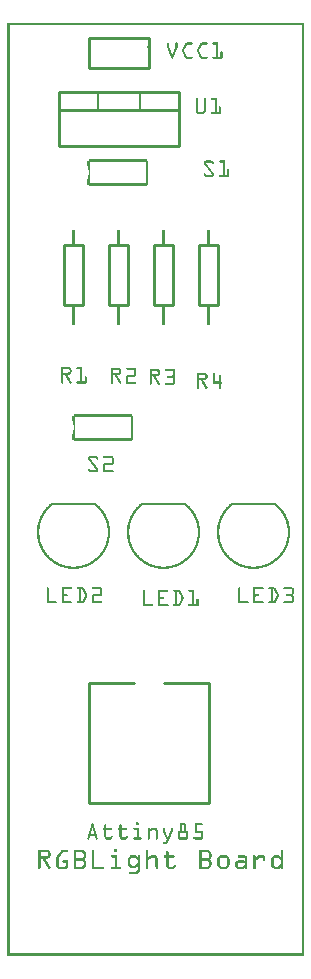
<source format=gto>
G04 MADE WITH FRITZING*
G04 WWW.FRITZING.ORG*
G04 DOUBLE SIDED*
G04 HOLES PLATED*
G04 CONTOUR ON CENTER OF CONTOUR VECTOR*
%ASAXBY*%
%FSLAX23Y23*%
%MOIN*%
%OFA0B0*%
%SFA1.0B1.0*%
%ADD10C,0.010000*%
%ADD11C,0.005000*%
%ADD12C,0.007874*%
%ADD13R,0.001000X0.001000*%
%LNSILK1*%
G90*
G70*
G54D10*
X270Y911D02*
X270Y511D01*
D02*
X270Y511D02*
X670Y511D01*
D02*
X670Y511D02*
X670Y911D01*
D02*
X270Y911D02*
X420Y911D01*
D02*
X520Y911D02*
X670Y911D01*
D02*
X170Y2881D02*
X570Y2881D01*
D02*
X570Y2881D02*
X570Y2701D01*
D02*
X570Y2701D02*
X170Y2701D01*
D02*
X170Y2701D02*
X170Y2881D01*
D02*
X170Y2881D02*
X570Y2881D01*
D02*
X570Y2881D02*
X570Y2821D01*
D02*
X570Y2821D02*
X170Y2821D01*
D02*
X170Y2821D02*
X170Y2881D01*
G54D11*
D02*
X300Y2881D02*
X300Y2821D01*
D02*
X440Y2881D02*
X440Y2821D01*
G54D10*
D02*
X470Y3061D02*
X270Y3061D01*
D02*
X270Y3061D02*
X270Y2961D01*
D02*
X270Y2961D02*
X470Y2961D01*
D02*
X470Y2961D02*
X470Y3061D01*
D02*
X187Y2170D02*
X187Y2370D01*
D02*
X187Y2370D02*
X253Y2370D01*
D02*
X253Y2370D02*
X253Y2170D01*
D02*
X253Y2170D02*
X187Y2170D01*
D02*
X637Y2170D02*
X637Y2370D01*
D02*
X637Y2370D02*
X703Y2370D01*
D02*
X703Y2370D02*
X703Y2170D01*
D02*
X703Y2170D02*
X637Y2170D01*
D02*
X487Y2170D02*
X487Y2370D01*
D02*
X487Y2370D02*
X553Y2370D01*
D02*
X553Y2370D02*
X553Y2170D01*
D02*
X553Y2170D02*
X487Y2170D01*
D02*
X337Y2170D02*
X337Y2370D01*
D02*
X337Y2370D02*
X403Y2370D01*
D02*
X403Y2370D02*
X403Y2170D01*
D02*
X403Y2170D02*
X337Y2170D01*
G54D12*
X591Y1507D02*
X449Y1507D01*
D02*
X291Y1507D02*
X149Y1507D01*
D02*
X891Y1507D02*
X749Y1507D01*
D02*
G54D13*
X0Y3111D02*
X988Y3111D01*
X0Y3110D02*
X988Y3110D01*
X0Y3109D02*
X988Y3109D01*
X0Y3108D02*
X988Y3108D01*
X0Y3107D02*
X988Y3107D01*
X0Y3106D02*
X988Y3106D01*
X0Y3105D02*
X988Y3105D01*
X0Y3104D02*
X988Y3104D01*
X0Y3103D02*
X7Y3103D01*
X981Y3103D02*
X988Y3103D01*
X0Y3102D02*
X7Y3102D01*
X981Y3102D02*
X988Y3102D01*
X0Y3101D02*
X7Y3101D01*
X981Y3101D02*
X988Y3101D01*
X0Y3100D02*
X7Y3100D01*
X981Y3100D02*
X988Y3100D01*
X0Y3099D02*
X7Y3099D01*
X981Y3099D02*
X988Y3099D01*
X0Y3098D02*
X7Y3098D01*
X981Y3098D02*
X988Y3098D01*
X0Y3097D02*
X7Y3097D01*
X981Y3097D02*
X988Y3097D01*
X0Y3096D02*
X7Y3096D01*
X981Y3096D02*
X988Y3096D01*
X0Y3095D02*
X7Y3095D01*
X981Y3095D02*
X988Y3095D01*
X0Y3094D02*
X7Y3094D01*
X981Y3094D02*
X988Y3094D01*
X0Y3093D02*
X7Y3093D01*
X981Y3093D02*
X988Y3093D01*
X0Y3092D02*
X7Y3092D01*
X981Y3092D02*
X988Y3092D01*
X0Y3091D02*
X7Y3091D01*
X981Y3091D02*
X988Y3091D01*
X0Y3090D02*
X7Y3090D01*
X981Y3090D02*
X988Y3090D01*
X0Y3089D02*
X7Y3089D01*
X981Y3089D02*
X988Y3089D01*
X0Y3088D02*
X7Y3088D01*
X981Y3088D02*
X988Y3088D01*
X0Y3087D02*
X7Y3087D01*
X981Y3087D02*
X988Y3087D01*
X0Y3086D02*
X7Y3086D01*
X981Y3086D02*
X988Y3086D01*
X0Y3085D02*
X7Y3085D01*
X981Y3085D02*
X988Y3085D01*
X0Y3084D02*
X7Y3084D01*
X981Y3084D02*
X988Y3084D01*
X0Y3083D02*
X7Y3083D01*
X981Y3083D02*
X988Y3083D01*
X0Y3082D02*
X7Y3082D01*
X981Y3082D02*
X988Y3082D01*
X0Y3081D02*
X7Y3081D01*
X981Y3081D02*
X988Y3081D01*
X0Y3080D02*
X7Y3080D01*
X981Y3080D02*
X988Y3080D01*
X0Y3079D02*
X7Y3079D01*
X981Y3079D02*
X988Y3079D01*
X0Y3078D02*
X7Y3078D01*
X981Y3078D02*
X988Y3078D01*
X0Y3077D02*
X7Y3077D01*
X981Y3077D02*
X988Y3077D01*
X0Y3076D02*
X7Y3076D01*
X981Y3076D02*
X988Y3076D01*
X0Y3075D02*
X7Y3075D01*
X981Y3075D02*
X988Y3075D01*
X0Y3074D02*
X7Y3074D01*
X981Y3074D02*
X988Y3074D01*
X0Y3073D02*
X7Y3073D01*
X981Y3073D02*
X988Y3073D01*
X0Y3072D02*
X7Y3072D01*
X981Y3072D02*
X988Y3072D01*
X0Y3071D02*
X7Y3071D01*
X981Y3071D02*
X988Y3071D01*
X0Y3070D02*
X7Y3070D01*
X981Y3070D02*
X988Y3070D01*
X0Y3069D02*
X7Y3069D01*
X981Y3069D02*
X988Y3069D01*
X0Y3068D02*
X7Y3068D01*
X981Y3068D02*
X988Y3068D01*
X0Y3067D02*
X7Y3067D01*
X981Y3067D02*
X988Y3067D01*
X0Y3066D02*
X7Y3066D01*
X981Y3066D02*
X988Y3066D01*
X0Y3065D02*
X7Y3065D01*
X981Y3065D02*
X988Y3065D01*
X0Y3064D02*
X7Y3064D01*
X981Y3064D02*
X988Y3064D01*
X0Y3063D02*
X7Y3063D01*
X981Y3063D02*
X988Y3063D01*
X0Y3062D02*
X7Y3062D01*
X436Y3062D02*
X437Y3062D01*
X981Y3062D02*
X988Y3062D01*
X0Y3061D02*
X7Y3061D01*
X435Y3061D02*
X438Y3061D01*
X981Y3061D02*
X988Y3061D01*
X0Y3060D02*
X7Y3060D01*
X434Y3060D02*
X439Y3060D01*
X981Y3060D02*
X988Y3060D01*
X0Y3059D02*
X7Y3059D01*
X434Y3059D02*
X440Y3059D01*
X981Y3059D02*
X988Y3059D01*
X0Y3058D02*
X7Y3058D01*
X435Y3058D02*
X441Y3058D01*
X981Y3058D02*
X988Y3058D01*
X0Y3057D02*
X7Y3057D01*
X436Y3057D02*
X442Y3057D01*
X981Y3057D02*
X988Y3057D01*
X0Y3056D02*
X7Y3056D01*
X437Y3056D02*
X443Y3056D01*
X981Y3056D02*
X988Y3056D01*
X0Y3055D02*
X7Y3055D01*
X981Y3055D02*
X988Y3055D01*
X0Y3054D02*
X7Y3054D01*
X981Y3054D02*
X988Y3054D01*
X0Y3053D02*
X7Y3053D01*
X981Y3053D02*
X988Y3053D01*
X0Y3052D02*
X7Y3052D01*
X981Y3052D02*
X988Y3052D01*
X0Y3051D02*
X7Y3051D01*
X981Y3051D02*
X988Y3051D01*
X0Y3050D02*
X7Y3050D01*
X981Y3050D02*
X988Y3050D01*
X0Y3049D02*
X7Y3049D01*
X981Y3049D02*
X988Y3049D01*
X0Y3048D02*
X7Y3048D01*
X981Y3048D02*
X988Y3048D01*
X0Y3047D02*
X7Y3047D01*
X981Y3047D02*
X988Y3047D01*
X0Y3046D02*
X7Y3046D01*
X981Y3046D02*
X988Y3046D01*
X0Y3045D02*
X7Y3045D01*
X535Y3045D02*
X535Y3045D01*
X562Y3045D02*
X563Y3045D01*
X600Y3045D02*
X613Y3045D01*
X650Y3045D02*
X663Y3045D01*
X685Y3045D02*
X702Y3045D01*
X981Y3045D02*
X988Y3045D01*
X0Y3044D02*
X7Y3044D01*
X533Y3044D02*
X537Y3044D01*
X561Y3044D02*
X565Y3044D01*
X596Y3044D02*
X615Y3044D01*
X646Y3044D02*
X665Y3044D01*
X684Y3044D02*
X702Y3044D01*
X981Y3044D02*
X988Y3044D01*
X0Y3043D02*
X7Y3043D01*
X532Y3043D02*
X538Y3043D01*
X560Y3043D02*
X565Y3043D01*
X594Y3043D02*
X615Y3043D01*
X644Y3043D02*
X666Y3043D01*
X683Y3043D02*
X702Y3043D01*
X981Y3043D02*
X988Y3043D01*
X0Y3042D02*
X7Y3042D01*
X532Y3042D02*
X538Y3042D01*
X560Y3042D02*
X566Y3042D01*
X593Y3042D02*
X616Y3042D01*
X643Y3042D02*
X666Y3042D01*
X683Y3042D02*
X702Y3042D01*
X981Y3042D02*
X988Y3042D01*
X0Y3041D02*
X7Y3041D01*
X532Y3041D02*
X538Y3041D01*
X560Y3041D02*
X566Y3041D01*
X592Y3041D02*
X616Y3041D01*
X642Y3041D02*
X666Y3041D01*
X683Y3041D02*
X702Y3041D01*
X981Y3041D02*
X988Y3041D01*
X0Y3040D02*
X7Y3040D01*
X532Y3040D02*
X538Y3040D01*
X560Y3040D02*
X566Y3040D01*
X591Y3040D02*
X615Y3040D01*
X642Y3040D02*
X666Y3040D01*
X683Y3040D02*
X702Y3040D01*
X981Y3040D02*
X988Y3040D01*
X0Y3039D02*
X7Y3039D01*
X532Y3039D02*
X538Y3039D01*
X560Y3039D02*
X566Y3039D01*
X591Y3039D02*
X615Y3039D01*
X641Y3039D02*
X665Y3039D01*
X684Y3039D02*
X702Y3039D01*
X981Y3039D02*
X988Y3039D01*
X0Y3038D02*
X7Y3038D01*
X532Y3038D02*
X538Y3038D01*
X560Y3038D02*
X566Y3038D01*
X590Y3038D02*
X599Y3038D01*
X640Y3038D02*
X649Y3038D01*
X696Y3038D02*
X702Y3038D01*
X981Y3038D02*
X988Y3038D01*
X0Y3037D02*
X7Y3037D01*
X532Y3037D02*
X538Y3037D01*
X560Y3037D02*
X566Y3037D01*
X590Y3037D02*
X597Y3037D01*
X640Y3037D02*
X647Y3037D01*
X696Y3037D02*
X702Y3037D01*
X981Y3037D02*
X988Y3037D01*
X0Y3036D02*
X7Y3036D01*
X532Y3036D02*
X538Y3036D01*
X560Y3036D02*
X566Y3036D01*
X589Y3036D02*
X596Y3036D01*
X639Y3036D02*
X646Y3036D01*
X696Y3036D02*
X702Y3036D01*
X981Y3036D02*
X988Y3036D01*
X0Y3035D02*
X7Y3035D01*
X464Y3035D02*
X464Y3035D01*
X532Y3035D02*
X538Y3035D01*
X560Y3035D02*
X566Y3035D01*
X589Y3035D02*
X596Y3035D01*
X639Y3035D02*
X646Y3035D01*
X696Y3035D02*
X702Y3035D01*
X981Y3035D02*
X988Y3035D01*
X0Y3034D02*
X7Y3034D01*
X464Y3034D02*
X465Y3034D01*
X532Y3034D02*
X538Y3034D01*
X560Y3034D02*
X566Y3034D01*
X588Y3034D02*
X595Y3034D01*
X638Y3034D02*
X645Y3034D01*
X696Y3034D02*
X702Y3034D01*
X981Y3034D02*
X988Y3034D01*
X0Y3033D02*
X7Y3033D01*
X464Y3033D02*
X466Y3033D01*
X532Y3033D02*
X538Y3033D01*
X560Y3033D02*
X566Y3033D01*
X588Y3033D02*
X595Y3033D01*
X638Y3033D02*
X645Y3033D01*
X696Y3033D02*
X702Y3033D01*
X981Y3033D02*
X988Y3033D01*
X0Y3032D02*
X7Y3032D01*
X464Y3032D02*
X467Y3032D01*
X532Y3032D02*
X538Y3032D01*
X560Y3032D02*
X566Y3032D01*
X587Y3032D02*
X594Y3032D01*
X637Y3032D02*
X644Y3032D01*
X696Y3032D02*
X702Y3032D01*
X981Y3032D02*
X988Y3032D01*
X0Y3031D02*
X7Y3031D01*
X464Y3031D02*
X468Y3031D01*
X532Y3031D02*
X538Y3031D01*
X560Y3031D02*
X566Y3031D01*
X587Y3031D02*
X594Y3031D01*
X637Y3031D02*
X644Y3031D01*
X696Y3031D02*
X702Y3031D01*
X981Y3031D02*
X988Y3031D01*
X0Y3030D02*
X7Y3030D01*
X464Y3030D02*
X469Y3030D01*
X532Y3030D02*
X538Y3030D01*
X559Y3030D02*
X566Y3030D01*
X586Y3030D02*
X593Y3030D01*
X636Y3030D02*
X643Y3030D01*
X696Y3030D02*
X702Y3030D01*
X981Y3030D02*
X988Y3030D01*
X0Y3029D02*
X7Y3029D01*
X464Y3029D02*
X470Y3029D01*
X532Y3029D02*
X539Y3029D01*
X559Y3029D02*
X566Y3029D01*
X586Y3029D02*
X593Y3029D01*
X636Y3029D02*
X643Y3029D01*
X696Y3029D02*
X702Y3029D01*
X981Y3029D02*
X988Y3029D01*
X0Y3028D02*
X7Y3028D01*
X465Y3028D02*
X471Y3028D01*
X532Y3028D02*
X539Y3028D01*
X559Y3028D02*
X565Y3028D01*
X585Y3028D02*
X592Y3028D01*
X635Y3028D02*
X642Y3028D01*
X696Y3028D02*
X702Y3028D01*
X981Y3028D02*
X988Y3028D01*
X0Y3027D02*
X7Y3027D01*
X466Y3027D02*
X470Y3027D01*
X533Y3027D02*
X539Y3027D01*
X558Y3027D02*
X565Y3027D01*
X585Y3027D02*
X592Y3027D01*
X635Y3027D02*
X642Y3027D01*
X696Y3027D02*
X702Y3027D01*
X981Y3027D02*
X988Y3027D01*
X0Y3026D02*
X7Y3026D01*
X467Y3026D02*
X469Y3026D01*
X533Y3026D02*
X540Y3026D01*
X558Y3026D02*
X564Y3026D01*
X584Y3026D02*
X591Y3026D01*
X635Y3026D02*
X641Y3026D01*
X696Y3026D02*
X702Y3026D01*
X981Y3026D02*
X988Y3026D01*
X0Y3025D02*
X7Y3025D01*
X534Y3025D02*
X540Y3025D01*
X557Y3025D02*
X564Y3025D01*
X584Y3025D02*
X591Y3025D01*
X634Y3025D02*
X641Y3025D01*
X696Y3025D02*
X702Y3025D01*
X981Y3025D02*
X988Y3025D01*
X0Y3024D02*
X7Y3024D01*
X534Y3024D02*
X541Y3024D01*
X557Y3024D02*
X564Y3024D01*
X583Y3024D02*
X590Y3024D01*
X634Y3024D02*
X640Y3024D01*
X696Y3024D02*
X702Y3024D01*
X981Y3024D02*
X988Y3024D01*
X0Y3023D02*
X7Y3023D01*
X534Y3023D02*
X541Y3023D01*
X557Y3023D02*
X563Y3023D01*
X583Y3023D02*
X590Y3023D01*
X633Y3023D02*
X640Y3023D01*
X696Y3023D02*
X702Y3023D01*
X981Y3023D02*
X988Y3023D01*
X0Y3022D02*
X7Y3022D01*
X535Y3022D02*
X541Y3022D01*
X556Y3022D02*
X563Y3022D01*
X583Y3022D02*
X589Y3022D01*
X633Y3022D02*
X639Y3022D01*
X696Y3022D02*
X702Y3022D01*
X981Y3022D02*
X988Y3022D01*
X0Y3021D02*
X7Y3021D01*
X535Y3021D02*
X542Y3021D01*
X556Y3021D02*
X562Y3021D01*
X583Y3021D02*
X589Y3021D01*
X633Y3021D02*
X639Y3021D01*
X696Y3021D02*
X702Y3021D01*
X981Y3021D02*
X988Y3021D01*
X0Y3020D02*
X7Y3020D01*
X536Y3020D02*
X542Y3020D01*
X556Y3020D02*
X562Y3020D01*
X582Y3020D02*
X588Y3020D01*
X633Y3020D02*
X639Y3020D01*
X696Y3020D02*
X702Y3020D01*
X981Y3020D02*
X988Y3020D01*
X0Y3019D02*
X7Y3019D01*
X536Y3019D02*
X543Y3019D01*
X555Y3019D02*
X562Y3019D01*
X582Y3019D02*
X588Y3019D01*
X632Y3019D02*
X639Y3019D01*
X696Y3019D02*
X702Y3019D01*
X981Y3019D02*
X988Y3019D01*
X0Y3018D02*
X7Y3018D01*
X536Y3018D02*
X543Y3018D01*
X555Y3018D02*
X561Y3018D01*
X582Y3018D02*
X588Y3018D01*
X632Y3018D02*
X638Y3018D01*
X696Y3018D02*
X702Y3018D01*
X981Y3018D02*
X988Y3018D01*
X0Y3017D02*
X7Y3017D01*
X537Y3017D02*
X543Y3017D01*
X554Y3017D02*
X561Y3017D01*
X582Y3017D02*
X588Y3017D01*
X632Y3017D02*
X639Y3017D01*
X696Y3017D02*
X702Y3017D01*
X981Y3017D02*
X988Y3017D01*
X0Y3016D02*
X7Y3016D01*
X537Y3016D02*
X544Y3016D01*
X554Y3016D02*
X560Y3016D01*
X582Y3016D02*
X589Y3016D01*
X633Y3016D02*
X639Y3016D01*
X696Y3016D02*
X702Y3016D01*
X981Y3016D02*
X988Y3016D01*
X0Y3015D02*
X7Y3015D01*
X538Y3015D02*
X544Y3015D01*
X554Y3015D02*
X560Y3015D01*
X583Y3015D02*
X589Y3015D01*
X633Y3015D02*
X639Y3015D01*
X696Y3015D02*
X702Y3015D01*
X712Y3015D02*
X715Y3015D01*
X981Y3015D02*
X988Y3015D01*
X0Y3014D02*
X7Y3014D01*
X538Y3014D02*
X545Y3014D01*
X553Y3014D02*
X560Y3014D01*
X583Y3014D02*
X589Y3014D01*
X633Y3014D02*
X639Y3014D01*
X696Y3014D02*
X702Y3014D01*
X711Y3014D02*
X716Y3014D01*
X981Y3014D02*
X988Y3014D01*
X0Y3013D02*
X7Y3013D01*
X538Y3013D02*
X545Y3013D01*
X553Y3013D02*
X559Y3013D01*
X583Y3013D02*
X590Y3013D01*
X633Y3013D02*
X640Y3013D01*
X696Y3013D02*
X702Y3013D01*
X710Y3013D02*
X716Y3013D01*
X981Y3013D02*
X988Y3013D01*
X0Y3012D02*
X7Y3012D01*
X539Y3012D02*
X545Y3012D01*
X552Y3012D02*
X559Y3012D01*
X584Y3012D02*
X590Y3012D01*
X634Y3012D02*
X640Y3012D01*
X696Y3012D02*
X702Y3012D01*
X710Y3012D02*
X716Y3012D01*
X981Y3012D02*
X988Y3012D01*
X0Y3011D02*
X7Y3011D01*
X539Y3011D02*
X546Y3011D01*
X552Y3011D02*
X559Y3011D01*
X584Y3011D02*
X591Y3011D01*
X634Y3011D02*
X641Y3011D01*
X696Y3011D02*
X702Y3011D01*
X710Y3011D02*
X716Y3011D01*
X981Y3011D02*
X988Y3011D01*
X0Y3010D02*
X7Y3010D01*
X539Y3010D02*
X546Y3010D01*
X552Y3010D02*
X558Y3010D01*
X584Y3010D02*
X591Y3010D01*
X635Y3010D02*
X641Y3010D01*
X696Y3010D02*
X702Y3010D01*
X710Y3010D02*
X716Y3010D01*
X981Y3010D02*
X988Y3010D01*
X0Y3009D02*
X7Y3009D01*
X540Y3009D02*
X546Y3009D01*
X551Y3009D02*
X558Y3009D01*
X585Y3009D02*
X592Y3009D01*
X635Y3009D02*
X642Y3009D01*
X696Y3009D02*
X702Y3009D01*
X710Y3009D02*
X716Y3009D01*
X981Y3009D02*
X988Y3009D01*
X0Y3008D02*
X7Y3008D01*
X540Y3008D02*
X547Y3008D01*
X551Y3008D02*
X557Y3008D01*
X585Y3008D02*
X592Y3008D01*
X636Y3008D02*
X642Y3008D01*
X696Y3008D02*
X702Y3008D01*
X710Y3008D02*
X716Y3008D01*
X981Y3008D02*
X988Y3008D01*
X0Y3007D02*
X7Y3007D01*
X541Y3007D02*
X547Y3007D01*
X550Y3007D02*
X557Y3007D01*
X586Y3007D02*
X593Y3007D01*
X636Y3007D02*
X643Y3007D01*
X696Y3007D02*
X702Y3007D01*
X710Y3007D02*
X716Y3007D01*
X981Y3007D02*
X988Y3007D01*
X0Y3006D02*
X7Y3006D01*
X541Y3006D02*
X548Y3006D01*
X550Y3006D02*
X557Y3006D01*
X586Y3006D02*
X593Y3006D01*
X637Y3006D02*
X643Y3006D01*
X696Y3006D02*
X702Y3006D01*
X710Y3006D02*
X716Y3006D01*
X981Y3006D02*
X988Y3006D01*
X0Y3005D02*
X7Y3005D01*
X541Y3005D02*
X548Y3005D01*
X550Y3005D02*
X556Y3005D01*
X587Y3005D02*
X594Y3005D01*
X637Y3005D02*
X644Y3005D01*
X696Y3005D02*
X702Y3005D01*
X710Y3005D02*
X716Y3005D01*
X981Y3005D02*
X988Y3005D01*
X0Y3004D02*
X7Y3004D01*
X542Y3004D02*
X556Y3004D01*
X587Y3004D02*
X594Y3004D01*
X638Y3004D02*
X644Y3004D01*
X696Y3004D02*
X702Y3004D01*
X710Y3004D02*
X716Y3004D01*
X981Y3004D02*
X988Y3004D01*
X0Y3003D02*
X7Y3003D01*
X542Y3003D02*
X555Y3003D01*
X588Y3003D02*
X595Y3003D01*
X638Y3003D02*
X645Y3003D01*
X696Y3003D02*
X702Y3003D01*
X710Y3003D02*
X716Y3003D01*
X981Y3003D02*
X988Y3003D01*
X0Y3002D02*
X7Y3002D01*
X543Y3002D02*
X555Y3002D01*
X588Y3002D02*
X595Y3002D01*
X639Y3002D02*
X645Y3002D01*
X696Y3002D02*
X702Y3002D01*
X710Y3002D02*
X716Y3002D01*
X981Y3002D02*
X988Y3002D01*
X0Y3001D02*
X7Y3001D01*
X543Y3001D02*
X555Y3001D01*
X589Y3001D02*
X596Y3001D01*
X639Y3001D02*
X646Y3001D01*
X696Y3001D02*
X702Y3001D01*
X710Y3001D02*
X716Y3001D01*
X981Y3001D02*
X988Y3001D01*
X0Y3000D02*
X7Y3000D01*
X543Y3000D02*
X554Y3000D01*
X589Y3000D02*
X596Y3000D01*
X640Y3000D02*
X646Y3000D01*
X696Y3000D02*
X702Y3000D01*
X710Y3000D02*
X716Y3000D01*
X981Y3000D02*
X988Y3000D01*
X0Y2999D02*
X7Y2999D01*
X544Y2999D02*
X554Y2999D01*
X590Y2999D02*
X597Y2999D01*
X640Y2999D02*
X647Y2999D01*
X696Y2999D02*
X702Y2999D01*
X710Y2999D02*
X716Y2999D01*
X981Y2999D02*
X988Y2999D01*
X0Y2998D02*
X7Y2998D01*
X544Y2998D02*
X553Y2998D01*
X590Y2998D02*
X599Y2998D01*
X641Y2998D02*
X649Y2998D01*
X696Y2998D02*
X703Y2998D01*
X710Y2998D02*
X716Y2998D01*
X981Y2998D02*
X988Y2998D01*
X0Y2997D02*
X7Y2997D01*
X545Y2997D02*
X553Y2997D01*
X591Y2997D02*
X615Y2997D01*
X641Y2997D02*
X665Y2997D01*
X684Y2997D02*
X716Y2997D01*
X981Y2997D02*
X988Y2997D01*
X0Y2996D02*
X7Y2996D01*
X545Y2996D02*
X553Y2996D01*
X592Y2996D02*
X615Y2996D01*
X642Y2996D02*
X666Y2996D01*
X683Y2996D02*
X716Y2996D01*
X981Y2996D02*
X988Y2996D01*
X0Y2995D02*
X7Y2995D01*
X545Y2995D02*
X552Y2995D01*
X592Y2995D02*
X616Y2995D01*
X642Y2995D02*
X666Y2995D01*
X683Y2995D02*
X716Y2995D01*
X981Y2995D02*
X988Y2995D01*
X0Y2994D02*
X7Y2994D01*
X546Y2994D02*
X552Y2994D01*
X593Y2994D02*
X616Y2994D01*
X643Y2994D02*
X666Y2994D01*
X683Y2994D02*
X716Y2994D01*
X981Y2994D02*
X988Y2994D01*
X0Y2993D02*
X7Y2993D01*
X546Y2993D02*
X551Y2993D01*
X594Y2993D02*
X615Y2993D01*
X645Y2993D02*
X666Y2993D01*
X683Y2993D02*
X716Y2993D01*
X981Y2993D02*
X988Y2993D01*
X0Y2992D02*
X7Y2992D01*
X547Y2992D02*
X551Y2992D01*
X596Y2992D02*
X615Y2992D01*
X646Y2992D02*
X665Y2992D01*
X684Y2992D02*
X715Y2992D01*
X981Y2992D02*
X988Y2992D01*
X0Y2991D02*
X7Y2991D01*
X600Y2991D02*
X612Y2991D01*
X650Y2991D02*
X663Y2991D01*
X686Y2991D02*
X713Y2991D01*
X981Y2991D02*
X988Y2991D01*
X0Y2990D02*
X7Y2990D01*
X981Y2990D02*
X988Y2990D01*
X0Y2989D02*
X7Y2989D01*
X981Y2989D02*
X988Y2989D01*
X0Y2988D02*
X7Y2988D01*
X981Y2988D02*
X988Y2988D01*
X0Y2987D02*
X7Y2987D01*
X981Y2987D02*
X988Y2987D01*
X0Y2986D02*
X7Y2986D01*
X981Y2986D02*
X988Y2986D01*
X0Y2985D02*
X7Y2985D01*
X981Y2985D02*
X988Y2985D01*
X0Y2984D02*
X7Y2984D01*
X981Y2984D02*
X988Y2984D01*
X0Y2983D02*
X7Y2983D01*
X981Y2983D02*
X988Y2983D01*
X0Y2982D02*
X7Y2982D01*
X981Y2982D02*
X988Y2982D01*
X0Y2981D02*
X7Y2981D01*
X981Y2981D02*
X988Y2981D01*
X0Y2980D02*
X7Y2980D01*
X981Y2980D02*
X988Y2980D01*
X0Y2979D02*
X7Y2979D01*
X981Y2979D02*
X988Y2979D01*
X0Y2978D02*
X7Y2978D01*
X981Y2978D02*
X988Y2978D01*
X0Y2977D02*
X7Y2977D01*
X981Y2977D02*
X988Y2977D01*
X0Y2976D02*
X7Y2976D01*
X981Y2976D02*
X988Y2976D01*
X0Y2975D02*
X7Y2975D01*
X981Y2975D02*
X988Y2975D01*
X0Y2974D02*
X7Y2974D01*
X981Y2974D02*
X988Y2974D01*
X0Y2973D02*
X7Y2973D01*
X981Y2973D02*
X988Y2973D01*
X0Y2972D02*
X7Y2972D01*
X981Y2972D02*
X988Y2972D01*
X0Y2971D02*
X7Y2971D01*
X981Y2971D02*
X988Y2971D01*
X0Y2970D02*
X7Y2970D01*
X981Y2970D02*
X988Y2970D01*
X0Y2969D02*
X7Y2969D01*
X981Y2969D02*
X988Y2969D01*
X0Y2968D02*
X7Y2968D01*
X981Y2968D02*
X988Y2968D01*
X0Y2967D02*
X7Y2967D01*
X981Y2967D02*
X988Y2967D01*
X0Y2966D02*
X7Y2966D01*
X981Y2966D02*
X988Y2966D01*
X0Y2965D02*
X7Y2965D01*
X981Y2965D02*
X988Y2965D01*
X0Y2964D02*
X7Y2964D01*
X981Y2964D02*
X988Y2964D01*
X0Y2963D02*
X7Y2963D01*
X981Y2963D02*
X988Y2963D01*
X0Y2962D02*
X7Y2962D01*
X981Y2962D02*
X988Y2962D01*
X0Y2961D02*
X7Y2961D01*
X981Y2961D02*
X988Y2961D01*
X0Y2960D02*
X7Y2960D01*
X981Y2960D02*
X988Y2960D01*
X0Y2959D02*
X7Y2959D01*
X981Y2959D02*
X988Y2959D01*
X0Y2958D02*
X7Y2958D01*
X981Y2958D02*
X988Y2958D01*
X0Y2957D02*
X7Y2957D01*
X981Y2957D02*
X988Y2957D01*
X0Y2956D02*
X7Y2956D01*
X981Y2956D02*
X988Y2956D01*
X0Y2955D02*
X7Y2955D01*
X981Y2955D02*
X988Y2955D01*
X0Y2954D02*
X7Y2954D01*
X981Y2954D02*
X988Y2954D01*
X0Y2953D02*
X7Y2953D01*
X981Y2953D02*
X988Y2953D01*
X0Y2952D02*
X7Y2952D01*
X981Y2952D02*
X988Y2952D01*
X0Y2951D02*
X7Y2951D01*
X981Y2951D02*
X988Y2951D01*
X0Y2950D02*
X7Y2950D01*
X981Y2950D02*
X988Y2950D01*
X0Y2949D02*
X7Y2949D01*
X981Y2949D02*
X988Y2949D01*
X0Y2948D02*
X7Y2948D01*
X981Y2948D02*
X988Y2948D01*
X0Y2947D02*
X7Y2947D01*
X981Y2947D02*
X988Y2947D01*
X0Y2946D02*
X7Y2946D01*
X981Y2946D02*
X988Y2946D01*
X0Y2945D02*
X7Y2945D01*
X981Y2945D02*
X988Y2945D01*
X0Y2944D02*
X7Y2944D01*
X981Y2944D02*
X988Y2944D01*
X0Y2943D02*
X7Y2943D01*
X981Y2943D02*
X988Y2943D01*
X0Y2942D02*
X7Y2942D01*
X981Y2942D02*
X988Y2942D01*
X0Y2941D02*
X7Y2941D01*
X981Y2941D02*
X988Y2941D01*
X0Y2940D02*
X7Y2940D01*
X981Y2940D02*
X988Y2940D01*
X0Y2939D02*
X7Y2939D01*
X981Y2939D02*
X988Y2939D01*
X0Y2938D02*
X7Y2938D01*
X981Y2938D02*
X988Y2938D01*
X0Y2937D02*
X7Y2937D01*
X981Y2937D02*
X988Y2937D01*
X0Y2936D02*
X7Y2936D01*
X981Y2936D02*
X988Y2936D01*
X0Y2935D02*
X7Y2935D01*
X981Y2935D02*
X988Y2935D01*
X0Y2934D02*
X7Y2934D01*
X981Y2934D02*
X988Y2934D01*
X0Y2933D02*
X7Y2933D01*
X981Y2933D02*
X988Y2933D01*
X0Y2932D02*
X7Y2932D01*
X981Y2932D02*
X988Y2932D01*
X0Y2931D02*
X7Y2931D01*
X981Y2931D02*
X988Y2931D01*
X0Y2930D02*
X7Y2930D01*
X981Y2930D02*
X988Y2930D01*
X0Y2929D02*
X7Y2929D01*
X981Y2929D02*
X988Y2929D01*
X0Y2928D02*
X7Y2928D01*
X981Y2928D02*
X988Y2928D01*
X0Y2927D02*
X7Y2927D01*
X981Y2927D02*
X988Y2927D01*
X0Y2926D02*
X7Y2926D01*
X981Y2926D02*
X988Y2926D01*
X0Y2925D02*
X7Y2925D01*
X981Y2925D02*
X988Y2925D01*
X0Y2924D02*
X7Y2924D01*
X981Y2924D02*
X988Y2924D01*
X0Y2923D02*
X7Y2923D01*
X981Y2923D02*
X988Y2923D01*
X0Y2922D02*
X7Y2922D01*
X981Y2922D02*
X988Y2922D01*
X0Y2921D02*
X7Y2921D01*
X981Y2921D02*
X988Y2921D01*
X0Y2920D02*
X7Y2920D01*
X981Y2920D02*
X988Y2920D01*
X0Y2919D02*
X7Y2919D01*
X981Y2919D02*
X988Y2919D01*
X0Y2918D02*
X7Y2918D01*
X981Y2918D02*
X988Y2918D01*
X0Y2917D02*
X7Y2917D01*
X981Y2917D02*
X988Y2917D01*
X0Y2916D02*
X7Y2916D01*
X981Y2916D02*
X988Y2916D01*
X0Y2915D02*
X7Y2915D01*
X981Y2915D02*
X988Y2915D01*
X0Y2914D02*
X7Y2914D01*
X981Y2914D02*
X988Y2914D01*
X0Y2913D02*
X7Y2913D01*
X981Y2913D02*
X988Y2913D01*
X0Y2912D02*
X7Y2912D01*
X981Y2912D02*
X988Y2912D01*
X0Y2911D02*
X7Y2911D01*
X981Y2911D02*
X988Y2911D01*
X0Y2910D02*
X7Y2910D01*
X981Y2910D02*
X988Y2910D01*
X0Y2909D02*
X7Y2909D01*
X981Y2909D02*
X988Y2909D01*
X0Y2908D02*
X7Y2908D01*
X981Y2908D02*
X988Y2908D01*
X0Y2907D02*
X7Y2907D01*
X981Y2907D02*
X988Y2907D01*
X0Y2906D02*
X7Y2906D01*
X981Y2906D02*
X988Y2906D01*
X0Y2905D02*
X7Y2905D01*
X981Y2905D02*
X988Y2905D01*
X0Y2904D02*
X7Y2904D01*
X981Y2904D02*
X988Y2904D01*
X0Y2903D02*
X7Y2903D01*
X981Y2903D02*
X988Y2903D01*
X0Y2902D02*
X7Y2902D01*
X981Y2902D02*
X988Y2902D01*
X0Y2901D02*
X7Y2901D01*
X981Y2901D02*
X988Y2901D01*
X0Y2900D02*
X7Y2900D01*
X981Y2900D02*
X988Y2900D01*
X0Y2899D02*
X7Y2899D01*
X981Y2899D02*
X988Y2899D01*
X0Y2898D02*
X7Y2898D01*
X981Y2898D02*
X988Y2898D01*
X0Y2897D02*
X7Y2897D01*
X981Y2897D02*
X988Y2897D01*
X0Y2896D02*
X7Y2896D01*
X981Y2896D02*
X988Y2896D01*
X0Y2895D02*
X7Y2895D01*
X981Y2895D02*
X988Y2895D01*
X0Y2894D02*
X7Y2894D01*
X981Y2894D02*
X988Y2894D01*
X0Y2893D02*
X7Y2893D01*
X981Y2893D02*
X988Y2893D01*
X0Y2892D02*
X7Y2892D01*
X981Y2892D02*
X988Y2892D01*
X0Y2891D02*
X7Y2891D01*
X981Y2891D02*
X988Y2891D01*
X0Y2890D02*
X7Y2890D01*
X981Y2890D02*
X988Y2890D01*
X0Y2889D02*
X7Y2889D01*
X981Y2889D02*
X988Y2889D01*
X0Y2888D02*
X7Y2888D01*
X981Y2888D02*
X988Y2888D01*
X0Y2887D02*
X7Y2887D01*
X981Y2887D02*
X988Y2887D01*
X0Y2886D02*
X7Y2886D01*
X981Y2886D02*
X988Y2886D01*
X0Y2885D02*
X7Y2885D01*
X981Y2885D02*
X988Y2885D01*
X0Y2884D02*
X7Y2884D01*
X981Y2884D02*
X988Y2884D01*
X0Y2883D02*
X7Y2883D01*
X981Y2883D02*
X988Y2883D01*
X0Y2882D02*
X7Y2882D01*
X981Y2882D02*
X988Y2882D01*
X0Y2881D02*
X7Y2881D01*
X981Y2881D02*
X988Y2881D01*
X0Y2880D02*
X7Y2880D01*
X981Y2880D02*
X988Y2880D01*
X0Y2879D02*
X7Y2879D01*
X981Y2879D02*
X988Y2879D01*
X0Y2878D02*
X7Y2878D01*
X981Y2878D02*
X988Y2878D01*
X0Y2877D02*
X7Y2877D01*
X981Y2877D02*
X988Y2877D01*
X0Y2876D02*
X7Y2876D01*
X981Y2876D02*
X988Y2876D01*
X0Y2875D02*
X7Y2875D01*
X981Y2875D02*
X988Y2875D01*
X0Y2874D02*
X7Y2874D01*
X981Y2874D02*
X988Y2874D01*
X0Y2873D02*
X7Y2873D01*
X981Y2873D02*
X988Y2873D01*
X0Y2872D02*
X7Y2872D01*
X981Y2872D02*
X988Y2872D01*
X0Y2871D02*
X7Y2871D01*
X981Y2871D02*
X988Y2871D01*
X0Y2870D02*
X7Y2870D01*
X981Y2870D02*
X988Y2870D01*
X0Y2869D02*
X7Y2869D01*
X981Y2869D02*
X988Y2869D01*
X0Y2868D02*
X7Y2868D01*
X981Y2868D02*
X988Y2868D01*
X0Y2867D02*
X7Y2867D01*
X981Y2867D02*
X988Y2867D01*
X0Y2866D02*
X7Y2866D01*
X981Y2866D02*
X988Y2866D01*
X0Y2865D02*
X7Y2865D01*
X981Y2865D02*
X988Y2865D01*
X0Y2864D02*
X7Y2864D01*
X981Y2864D02*
X988Y2864D01*
X0Y2863D02*
X7Y2863D01*
X981Y2863D02*
X988Y2863D01*
X0Y2862D02*
X7Y2862D01*
X981Y2862D02*
X988Y2862D01*
X0Y2861D02*
X7Y2861D01*
X628Y2861D02*
X632Y2861D01*
X656Y2861D02*
X659Y2861D01*
X678Y2861D02*
X697Y2861D01*
X981Y2861D02*
X988Y2861D01*
X0Y2860D02*
X7Y2860D01*
X627Y2860D02*
X632Y2860D01*
X655Y2860D02*
X660Y2860D01*
X677Y2860D02*
X697Y2860D01*
X981Y2860D02*
X988Y2860D01*
X0Y2859D02*
X7Y2859D01*
X627Y2859D02*
X633Y2859D01*
X654Y2859D02*
X660Y2859D01*
X677Y2859D02*
X697Y2859D01*
X981Y2859D02*
X988Y2859D01*
X0Y2858D02*
X7Y2858D01*
X627Y2858D02*
X633Y2858D01*
X654Y2858D02*
X660Y2858D01*
X677Y2858D02*
X697Y2858D01*
X981Y2858D02*
X988Y2858D01*
X0Y2857D02*
X7Y2857D01*
X627Y2857D02*
X633Y2857D01*
X654Y2857D02*
X660Y2857D01*
X677Y2857D02*
X697Y2857D01*
X981Y2857D02*
X988Y2857D01*
X0Y2856D02*
X7Y2856D01*
X627Y2856D02*
X633Y2856D01*
X654Y2856D02*
X660Y2856D01*
X678Y2856D02*
X697Y2856D01*
X981Y2856D02*
X988Y2856D01*
X0Y2855D02*
X7Y2855D01*
X627Y2855D02*
X633Y2855D01*
X654Y2855D02*
X660Y2855D01*
X680Y2855D02*
X697Y2855D01*
X981Y2855D02*
X988Y2855D01*
X0Y2854D02*
X7Y2854D01*
X627Y2854D02*
X633Y2854D01*
X654Y2854D02*
X660Y2854D01*
X691Y2854D02*
X697Y2854D01*
X981Y2854D02*
X988Y2854D01*
X0Y2853D02*
X7Y2853D01*
X627Y2853D02*
X633Y2853D01*
X654Y2853D02*
X660Y2853D01*
X691Y2853D02*
X697Y2853D01*
X981Y2853D02*
X988Y2853D01*
X0Y2852D02*
X7Y2852D01*
X627Y2852D02*
X633Y2852D01*
X654Y2852D02*
X660Y2852D01*
X691Y2852D02*
X697Y2852D01*
X981Y2852D02*
X988Y2852D01*
X0Y2851D02*
X7Y2851D01*
X627Y2851D02*
X633Y2851D01*
X654Y2851D02*
X660Y2851D01*
X691Y2851D02*
X697Y2851D01*
X981Y2851D02*
X988Y2851D01*
X0Y2850D02*
X7Y2850D01*
X627Y2850D02*
X633Y2850D01*
X654Y2850D02*
X660Y2850D01*
X691Y2850D02*
X697Y2850D01*
X981Y2850D02*
X988Y2850D01*
X0Y2849D02*
X7Y2849D01*
X627Y2849D02*
X633Y2849D01*
X654Y2849D02*
X660Y2849D01*
X691Y2849D02*
X697Y2849D01*
X981Y2849D02*
X988Y2849D01*
X0Y2848D02*
X7Y2848D01*
X627Y2848D02*
X633Y2848D01*
X654Y2848D02*
X660Y2848D01*
X691Y2848D02*
X697Y2848D01*
X981Y2848D02*
X988Y2848D01*
X0Y2847D02*
X7Y2847D01*
X627Y2847D02*
X633Y2847D01*
X654Y2847D02*
X660Y2847D01*
X691Y2847D02*
X697Y2847D01*
X981Y2847D02*
X988Y2847D01*
X0Y2846D02*
X7Y2846D01*
X627Y2846D02*
X633Y2846D01*
X654Y2846D02*
X660Y2846D01*
X691Y2846D02*
X697Y2846D01*
X981Y2846D02*
X988Y2846D01*
X0Y2845D02*
X7Y2845D01*
X627Y2845D02*
X633Y2845D01*
X654Y2845D02*
X660Y2845D01*
X691Y2845D02*
X697Y2845D01*
X981Y2845D02*
X988Y2845D01*
X0Y2844D02*
X7Y2844D01*
X627Y2844D02*
X633Y2844D01*
X654Y2844D02*
X660Y2844D01*
X691Y2844D02*
X697Y2844D01*
X981Y2844D02*
X988Y2844D01*
X0Y2843D02*
X7Y2843D01*
X627Y2843D02*
X633Y2843D01*
X654Y2843D02*
X660Y2843D01*
X691Y2843D02*
X697Y2843D01*
X981Y2843D02*
X988Y2843D01*
X0Y2842D02*
X7Y2842D01*
X627Y2842D02*
X633Y2842D01*
X654Y2842D02*
X660Y2842D01*
X691Y2842D02*
X697Y2842D01*
X981Y2842D02*
X988Y2842D01*
X0Y2841D02*
X7Y2841D01*
X627Y2841D02*
X633Y2841D01*
X654Y2841D02*
X660Y2841D01*
X691Y2841D02*
X697Y2841D01*
X981Y2841D02*
X988Y2841D01*
X0Y2840D02*
X7Y2840D01*
X627Y2840D02*
X633Y2840D01*
X654Y2840D02*
X660Y2840D01*
X691Y2840D02*
X697Y2840D01*
X981Y2840D02*
X988Y2840D01*
X0Y2839D02*
X7Y2839D01*
X627Y2839D02*
X633Y2839D01*
X654Y2839D02*
X660Y2839D01*
X691Y2839D02*
X697Y2839D01*
X981Y2839D02*
X988Y2839D01*
X0Y2838D02*
X7Y2838D01*
X627Y2838D02*
X633Y2838D01*
X654Y2838D02*
X660Y2838D01*
X691Y2838D02*
X697Y2838D01*
X981Y2838D02*
X988Y2838D01*
X0Y2837D02*
X7Y2837D01*
X627Y2837D02*
X633Y2837D01*
X654Y2837D02*
X660Y2837D01*
X691Y2837D02*
X697Y2837D01*
X981Y2837D02*
X988Y2837D01*
X0Y2836D02*
X7Y2836D01*
X627Y2836D02*
X633Y2836D01*
X654Y2836D02*
X660Y2836D01*
X691Y2836D02*
X697Y2836D01*
X981Y2836D02*
X988Y2836D01*
X0Y2835D02*
X7Y2835D01*
X627Y2835D02*
X633Y2835D01*
X654Y2835D02*
X660Y2835D01*
X691Y2835D02*
X697Y2835D01*
X981Y2835D02*
X988Y2835D01*
X0Y2834D02*
X7Y2834D01*
X627Y2834D02*
X633Y2834D01*
X654Y2834D02*
X660Y2834D01*
X691Y2834D02*
X697Y2834D01*
X981Y2834D02*
X988Y2834D01*
X0Y2833D02*
X7Y2833D01*
X627Y2833D02*
X633Y2833D01*
X654Y2833D02*
X660Y2833D01*
X691Y2833D02*
X697Y2833D01*
X981Y2833D02*
X988Y2833D01*
X0Y2832D02*
X7Y2832D01*
X627Y2832D02*
X633Y2832D01*
X654Y2832D02*
X660Y2832D01*
X691Y2832D02*
X697Y2832D01*
X706Y2832D02*
X709Y2832D01*
X981Y2832D02*
X988Y2832D01*
X0Y2831D02*
X7Y2831D01*
X627Y2831D02*
X633Y2831D01*
X654Y2831D02*
X660Y2831D01*
X691Y2831D02*
X697Y2831D01*
X705Y2831D02*
X710Y2831D01*
X981Y2831D02*
X988Y2831D01*
X0Y2830D02*
X7Y2830D01*
X627Y2830D02*
X633Y2830D01*
X654Y2830D02*
X660Y2830D01*
X691Y2830D02*
X697Y2830D01*
X705Y2830D02*
X710Y2830D01*
X981Y2830D02*
X988Y2830D01*
X0Y2829D02*
X7Y2829D01*
X627Y2829D02*
X633Y2829D01*
X654Y2829D02*
X660Y2829D01*
X691Y2829D02*
X697Y2829D01*
X705Y2829D02*
X711Y2829D01*
X981Y2829D02*
X988Y2829D01*
X0Y2828D02*
X7Y2828D01*
X627Y2828D02*
X633Y2828D01*
X654Y2828D02*
X660Y2828D01*
X691Y2828D02*
X697Y2828D01*
X705Y2828D02*
X711Y2828D01*
X981Y2828D02*
X988Y2828D01*
X0Y2827D02*
X7Y2827D01*
X627Y2827D02*
X633Y2827D01*
X654Y2827D02*
X660Y2827D01*
X691Y2827D02*
X697Y2827D01*
X705Y2827D02*
X711Y2827D01*
X981Y2827D02*
X988Y2827D01*
X0Y2826D02*
X7Y2826D01*
X627Y2826D02*
X633Y2826D01*
X654Y2826D02*
X660Y2826D01*
X691Y2826D02*
X697Y2826D01*
X705Y2826D02*
X711Y2826D01*
X981Y2826D02*
X988Y2826D01*
X0Y2825D02*
X7Y2825D01*
X627Y2825D02*
X633Y2825D01*
X654Y2825D02*
X660Y2825D01*
X691Y2825D02*
X697Y2825D01*
X705Y2825D02*
X711Y2825D01*
X981Y2825D02*
X988Y2825D01*
X0Y2824D02*
X7Y2824D01*
X627Y2824D02*
X633Y2824D01*
X654Y2824D02*
X660Y2824D01*
X691Y2824D02*
X697Y2824D01*
X705Y2824D02*
X711Y2824D01*
X981Y2824D02*
X988Y2824D01*
X0Y2823D02*
X7Y2823D01*
X627Y2823D02*
X633Y2823D01*
X654Y2823D02*
X660Y2823D01*
X691Y2823D02*
X697Y2823D01*
X705Y2823D02*
X711Y2823D01*
X981Y2823D02*
X988Y2823D01*
X0Y2822D02*
X7Y2822D01*
X627Y2822D02*
X633Y2822D01*
X654Y2822D02*
X660Y2822D01*
X691Y2822D02*
X697Y2822D01*
X705Y2822D02*
X711Y2822D01*
X981Y2822D02*
X988Y2822D01*
X0Y2821D02*
X7Y2821D01*
X627Y2821D02*
X633Y2821D01*
X654Y2821D02*
X660Y2821D01*
X691Y2821D02*
X697Y2821D01*
X705Y2821D02*
X711Y2821D01*
X981Y2821D02*
X988Y2821D01*
X0Y2820D02*
X7Y2820D01*
X627Y2820D02*
X633Y2820D01*
X654Y2820D02*
X660Y2820D01*
X691Y2820D02*
X697Y2820D01*
X705Y2820D02*
X711Y2820D01*
X981Y2820D02*
X988Y2820D01*
X0Y2819D02*
X7Y2819D01*
X627Y2819D02*
X633Y2819D01*
X654Y2819D02*
X660Y2819D01*
X691Y2819D02*
X697Y2819D01*
X705Y2819D02*
X711Y2819D01*
X981Y2819D02*
X988Y2819D01*
X0Y2818D02*
X7Y2818D01*
X627Y2818D02*
X633Y2818D01*
X654Y2818D02*
X660Y2818D01*
X691Y2818D02*
X697Y2818D01*
X705Y2818D02*
X711Y2818D01*
X981Y2818D02*
X988Y2818D01*
X0Y2817D02*
X7Y2817D01*
X627Y2817D02*
X633Y2817D01*
X654Y2817D02*
X660Y2817D01*
X691Y2817D02*
X697Y2817D01*
X705Y2817D02*
X711Y2817D01*
X981Y2817D02*
X988Y2817D01*
X0Y2816D02*
X7Y2816D01*
X627Y2816D02*
X634Y2816D01*
X653Y2816D02*
X660Y2816D01*
X691Y2816D02*
X697Y2816D01*
X705Y2816D02*
X711Y2816D01*
X981Y2816D02*
X988Y2816D01*
X0Y2815D02*
X7Y2815D01*
X627Y2815D02*
X635Y2815D01*
X652Y2815D02*
X660Y2815D01*
X691Y2815D02*
X697Y2815D01*
X704Y2815D02*
X711Y2815D01*
X981Y2815D02*
X988Y2815D01*
X0Y2814D02*
X7Y2814D01*
X628Y2814D02*
X660Y2814D01*
X678Y2814D02*
X711Y2814D01*
X981Y2814D02*
X988Y2814D01*
X0Y2813D02*
X7Y2813D01*
X628Y2813D02*
X659Y2813D01*
X678Y2813D02*
X711Y2813D01*
X981Y2813D02*
X988Y2813D01*
X0Y2812D02*
X7Y2812D01*
X629Y2812D02*
X658Y2812D01*
X677Y2812D02*
X711Y2812D01*
X981Y2812D02*
X988Y2812D01*
X0Y2811D02*
X7Y2811D01*
X630Y2811D02*
X657Y2811D01*
X677Y2811D02*
X711Y2811D01*
X981Y2811D02*
X988Y2811D01*
X0Y2810D02*
X7Y2810D01*
X631Y2810D02*
X656Y2810D01*
X677Y2810D02*
X710Y2810D01*
X981Y2810D02*
X988Y2810D01*
X0Y2809D02*
X7Y2809D01*
X632Y2809D02*
X655Y2809D01*
X678Y2809D02*
X710Y2809D01*
X981Y2809D02*
X988Y2809D01*
X0Y2808D02*
X7Y2808D01*
X635Y2808D02*
X652Y2808D01*
X679Y2808D02*
X708Y2808D01*
X981Y2808D02*
X988Y2808D01*
X0Y2807D02*
X7Y2807D01*
X981Y2807D02*
X988Y2807D01*
X0Y2806D02*
X7Y2806D01*
X981Y2806D02*
X988Y2806D01*
X0Y2805D02*
X7Y2805D01*
X981Y2805D02*
X988Y2805D01*
X0Y2804D02*
X7Y2804D01*
X981Y2804D02*
X988Y2804D01*
X0Y2803D02*
X7Y2803D01*
X981Y2803D02*
X988Y2803D01*
X0Y2802D02*
X7Y2802D01*
X981Y2802D02*
X988Y2802D01*
X0Y2801D02*
X7Y2801D01*
X981Y2801D02*
X988Y2801D01*
X0Y2800D02*
X7Y2800D01*
X981Y2800D02*
X988Y2800D01*
X0Y2799D02*
X7Y2799D01*
X981Y2799D02*
X988Y2799D01*
X0Y2798D02*
X7Y2798D01*
X981Y2798D02*
X988Y2798D01*
X0Y2797D02*
X7Y2797D01*
X981Y2797D02*
X988Y2797D01*
X0Y2796D02*
X7Y2796D01*
X981Y2796D02*
X988Y2796D01*
X0Y2795D02*
X7Y2795D01*
X981Y2795D02*
X988Y2795D01*
X0Y2794D02*
X7Y2794D01*
X981Y2794D02*
X988Y2794D01*
X0Y2793D02*
X7Y2793D01*
X981Y2793D02*
X988Y2793D01*
X0Y2792D02*
X7Y2792D01*
X981Y2792D02*
X988Y2792D01*
X0Y2791D02*
X7Y2791D01*
X981Y2791D02*
X988Y2791D01*
X0Y2790D02*
X7Y2790D01*
X981Y2790D02*
X988Y2790D01*
X0Y2789D02*
X7Y2789D01*
X981Y2789D02*
X988Y2789D01*
X0Y2788D02*
X7Y2788D01*
X981Y2788D02*
X988Y2788D01*
X0Y2787D02*
X7Y2787D01*
X981Y2787D02*
X988Y2787D01*
X0Y2786D02*
X7Y2786D01*
X981Y2786D02*
X988Y2786D01*
X0Y2785D02*
X7Y2785D01*
X981Y2785D02*
X988Y2785D01*
X0Y2784D02*
X7Y2784D01*
X981Y2784D02*
X988Y2784D01*
X0Y2783D02*
X7Y2783D01*
X981Y2783D02*
X988Y2783D01*
X0Y2782D02*
X7Y2782D01*
X981Y2782D02*
X988Y2782D01*
X0Y2781D02*
X7Y2781D01*
X981Y2781D02*
X988Y2781D01*
X0Y2780D02*
X7Y2780D01*
X981Y2780D02*
X988Y2780D01*
X0Y2779D02*
X7Y2779D01*
X981Y2779D02*
X988Y2779D01*
X0Y2778D02*
X7Y2778D01*
X981Y2778D02*
X988Y2778D01*
X0Y2777D02*
X7Y2777D01*
X981Y2777D02*
X988Y2777D01*
X0Y2776D02*
X7Y2776D01*
X981Y2776D02*
X988Y2776D01*
X0Y2775D02*
X7Y2775D01*
X981Y2775D02*
X988Y2775D01*
X0Y2774D02*
X7Y2774D01*
X981Y2774D02*
X988Y2774D01*
X0Y2773D02*
X7Y2773D01*
X981Y2773D02*
X988Y2773D01*
X0Y2772D02*
X7Y2772D01*
X981Y2772D02*
X988Y2772D01*
X0Y2771D02*
X7Y2771D01*
X981Y2771D02*
X988Y2771D01*
X0Y2770D02*
X7Y2770D01*
X981Y2770D02*
X988Y2770D01*
X0Y2769D02*
X7Y2769D01*
X981Y2769D02*
X988Y2769D01*
X0Y2768D02*
X7Y2768D01*
X981Y2768D02*
X988Y2768D01*
X0Y2767D02*
X7Y2767D01*
X981Y2767D02*
X988Y2767D01*
X0Y2766D02*
X7Y2766D01*
X981Y2766D02*
X988Y2766D01*
X0Y2765D02*
X7Y2765D01*
X981Y2765D02*
X988Y2765D01*
X0Y2764D02*
X7Y2764D01*
X981Y2764D02*
X988Y2764D01*
X0Y2763D02*
X7Y2763D01*
X981Y2763D02*
X988Y2763D01*
X0Y2762D02*
X7Y2762D01*
X981Y2762D02*
X988Y2762D01*
X0Y2761D02*
X7Y2761D01*
X981Y2761D02*
X988Y2761D01*
X0Y2760D02*
X7Y2760D01*
X981Y2760D02*
X988Y2760D01*
X0Y2759D02*
X7Y2759D01*
X981Y2759D02*
X988Y2759D01*
X0Y2758D02*
X7Y2758D01*
X981Y2758D02*
X988Y2758D01*
X0Y2757D02*
X7Y2757D01*
X981Y2757D02*
X988Y2757D01*
X0Y2756D02*
X7Y2756D01*
X981Y2756D02*
X988Y2756D01*
X0Y2755D02*
X7Y2755D01*
X981Y2755D02*
X988Y2755D01*
X0Y2754D02*
X7Y2754D01*
X981Y2754D02*
X988Y2754D01*
X0Y2753D02*
X7Y2753D01*
X981Y2753D02*
X988Y2753D01*
X0Y2752D02*
X7Y2752D01*
X981Y2752D02*
X988Y2752D01*
X0Y2751D02*
X7Y2751D01*
X981Y2751D02*
X988Y2751D01*
X0Y2750D02*
X7Y2750D01*
X981Y2750D02*
X988Y2750D01*
X0Y2749D02*
X7Y2749D01*
X981Y2749D02*
X988Y2749D01*
X0Y2748D02*
X7Y2748D01*
X981Y2748D02*
X988Y2748D01*
X0Y2747D02*
X7Y2747D01*
X981Y2747D02*
X988Y2747D01*
X0Y2746D02*
X7Y2746D01*
X981Y2746D02*
X988Y2746D01*
X0Y2745D02*
X7Y2745D01*
X981Y2745D02*
X988Y2745D01*
X0Y2744D02*
X7Y2744D01*
X981Y2744D02*
X988Y2744D01*
X0Y2743D02*
X7Y2743D01*
X981Y2743D02*
X988Y2743D01*
X0Y2742D02*
X7Y2742D01*
X981Y2742D02*
X988Y2742D01*
X0Y2741D02*
X7Y2741D01*
X981Y2741D02*
X988Y2741D01*
X0Y2740D02*
X7Y2740D01*
X981Y2740D02*
X988Y2740D01*
X0Y2739D02*
X7Y2739D01*
X981Y2739D02*
X988Y2739D01*
X0Y2738D02*
X7Y2738D01*
X981Y2738D02*
X988Y2738D01*
X0Y2737D02*
X7Y2737D01*
X981Y2737D02*
X988Y2737D01*
X0Y2736D02*
X7Y2736D01*
X981Y2736D02*
X988Y2736D01*
X0Y2735D02*
X7Y2735D01*
X981Y2735D02*
X988Y2735D01*
X0Y2734D02*
X7Y2734D01*
X981Y2734D02*
X988Y2734D01*
X0Y2733D02*
X7Y2733D01*
X981Y2733D02*
X988Y2733D01*
X0Y2732D02*
X7Y2732D01*
X981Y2732D02*
X988Y2732D01*
X0Y2731D02*
X7Y2731D01*
X981Y2731D02*
X988Y2731D01*
X0Y2730D02*
X7Y2730D01*
X981Y2730D02*
X988Y2730D01*
X0Y2729D02*
X7Y2729D01*
X981Y2729D02*
X988Y2729D01*
X0Y2728D02*
X7Y2728D01*
X981Y2728D02*
X988Y2728D01*
X0Y2727D02*
X7Y2727D01*
X981Y2727D02*
X988Y2727D01*
X0Y2726D02*
X7Y2726D01*
X981Y2726D02*
X988Y2726D01*
X0Y2725D02*
X7Y2725D01*
X981Y2725D02*
X988Y2725D01*
X0Y2724D02*
X7Y2724D01*
X981Y2724D02*
X988Y2724D01*
X0Y2723D02*
X7Y2723D01*
X981Y2723D02*
X988Y2723D01*
X0Y2722D02*
X7Y2722D01*
X981Y2722D02*
X988Y2722D01*
X0Y2721D02*
X7Y2721D01*
X981Y2721D02*
X988Y2721D01*
X0Y2720D02*
X7Y2720D01*
X981Y2720D02*
X988Y2720D01*
X0Y2719D02*
X7Y2719D01*
X981Y2719D02*
X988Y2719D01*
X0Y2718D02*
X7Y2718D01*
X981Y2718D02*
X988Y2718D01*
X0Y2717D02*
X7Y2717D01*
X981Y2717D02*
X988Y2717D01*
X0Y2716D02*
X7Y2716D01*
X981Y2716D02*
X988Y2716D01*
X0Y2715D02*
X7Y2715D01*
X981Y2715D02*
X988Y2715D01*
X0Y2714D02*
X7Y2714D01*
X981Y2714D02*
X988Y2714D01*
X0Y2713D02*
X7Y2713D01*
X981Y2713D02*
X988Y2713D01*
X0Y2712D02*
X7Y2712D01*
X981Y2712D02*
X988Y2712D01*
X0Y2711D02*
X7Y2711D01*
X981Y2711D02*
X988Y2711D01*
X0Y2710D02*
X7Y2710D01*
X981Y2710D02*
X988Y2710D01*
X0Y2709D02*
X7Y2709D01*
X981Y2709D02*
X988Y2709D01*
X0Y2708D02*
X7Y2708D01*
X981Y2708D02*
X988Y2708D01*
X0Y2707D02*
X7Y2707D01*
X981Y2707D02*
X988Y2707D01*
X0Y2706D02*
X7Y2706D01*
X981Y2706D02*
X988Y2706D01*
X0Y2705D02*
X7Y2705D01*
X981Y2705D02*
X988Y2705D01*
X0Y2704D02*
X7Y2704D01*
X981Y2704D02*
X988Y2704D01*
X0Y2703D02*
X7Y2703D01*
X981Y2703D02*
X988Y2703D01*
X0Y2702D02*
X7Y2702D01*
X981Y2702D02*
X988Y2702D01*
X0Y2701D02*
X7Y2701D01*
X981Y2701D02*
X988Y2701D01*
X0Y2700D02*
X7Y2700D01*
X981Y2700D02*
X988Y2700D01*
X0Y2699D02*
X7Y2699D01*
X981Y2699D02*
X988Y2699D01*
X0Y2698D02*
X7Y2698D01*
X981Y2698D02*
X988Y2698D01*
X0Y2697D02*
X7Y2697D01*
X981Y2697D02*
X988Y2697D01*
X0Y2696D02*
X7Y2696D01*
X981Y2696D02*
X988Y2696D01*
X0Y2695D02*
X7Y2695D01*
X981Y2695D02*
X988Y2695D01*
X0Y2694D02*
X7Y2694D01*
X981Y2694D02*
X988Y2694D01*
X0Y2693D02*
X7Y2693D01*
X981Y2693D02*
X988Y2693D01*
X0Y2692D02*
X7Y2692D01*
X981Y2692D02*
X988Y2692D01*
X0Y2691D02*
X7Y2691D01*
X981Y2691D02*
X988Y2691D01*
X0Y2690D02*
X7Y2690D01*
X981Y2690D02*
X988Y2690D01*
X0Y2689D02*
X7Y2689D01*
X981Y2689D02*
X988Y2689D01*
X0Y2688D02*
X7Y2688D01*
X981Y2688D02*
X988Y2688D01*
X0Y2687D02*
X7Y2687D01*
X981Y2687D02*
X988Y2687D01*
X0Y2686D02*
X7Y2686D01*
X981Y2686D02*
X988Y2686D01*
X0Y2685D02*
X7Y2685D01*
X981Y2685D02*
X988Y2685D01*
X0Y2684D02*
X7Y2684D01*
X981Y2684D02*
X988Y2684D01*
X0Y2683D02*
X7Y2683D01*
X981Y2683D02*
X988Y2683D01*
X0Y2682D02*
X7Y2682D01*
X981Y2682D02*
X988Y2682D01*
X0Y2681D02*
X7Y2681D01*
X981Y2681D02*
X988Y2681D01*
X0Y2680D02*
X7Y2680D01*
X981Y2680D02*
X988Y2680D01*
X0Y2679D02*
X7Y2679D01*
X981Y2679D02*
X988Y2679D01*
X0Y2678D02*
X7Y2678D01*
X981Y2678D02*
X988Y2678D01*
X0Y2677D02*
X7Y2677D01*
X981Y2677D02*
X988Y2677D01*
X0Y2676D02*
X7Y2676D01*
X981Y2676D02*
X988Y2676D01*
X0Y2675D02*
X7Y2675D01*
X981Y2675D02*
X988Y2675D01*
X0Y2674D02*
X7Y2674D01*
X981Y2674D02*
X988Y2674D01*
X0Y2673D02*
X7Y2673D01*
X981Y2673D02*
X988Y2673D01*
X0Y2672D02*
X7Y2672D01*
X981Y2672D02*
X988Y2672D01*
X0Y2671D02*
X7Y2671D01*
X981Y2671D02*
X988Y2671D01*
X0Y2670D02*
X7Y2670D01*
X981Y2670D02*
X988Y2670D01*
X0Y2669D02*
X7Y2669D01*
X981Y2669D02*
X988Y2669D01*
X0Y2668D02*
X7Y2668D01*
X981Y2668D02*
X988Y2668D01*
X0Y2667D02*
X7Y2667D01*
X981Y2667D02*
X988Y2667D01*
X0Y2666D02*
X7Y2666D01*
X981Y2666D02*
X988Y2666D01*
X0Y2665D02*
X7Y2665D01*
X981Y2665D02*
X988Y2665D01*
X0Y2664D02*
X7Y2664D01*
X981Y2664D02*
X988Y2664D01*
X0Y2663D02*
X7Y2663D01*
X981Y2663D02*
X988Y2663D01*
X0Y2662D02*
X7Y2662D01*
X981Y2662D02*
X988Y2662D01*
X0Y2661D02*
X7Y2661D01*
X981Y2661D02*
X988Y2661D01*
X0Y2660D02*
X7Y2660D01*
X981Y2660D02*
X988Y2660D01*
X0Y2659D02*
X7Y2659D01*
X981Y2659D02*
X988Y2659D01*
X0Y2658D02*
X7Y2658D01*
X981Y2658D02*
X988Y2658D01*
X0Y2657D02*
X7Y2657D01*
X981Y2657D02*
X988Y2657D01*
X0Y2656D02*
X7Y2656D01*
X271Y2656D02*
X465Y2656D01*
X981Y2656D02*
X988Y2656D01*
X0Y2655D02*
X7Y2655D01*
X271Y2655D02*
X465Y2655D01*
X981Y2655D02*
X988Y2655D01*
X0Y2654D02*
X7Y2654D01*
X271Y2654D02*
X465Y2654D01*
X981Y2654D02*
X988Y2654D01*
X0Y2653D02*
X7Y2653D01*
X271Y2653D02*
X465Y2653D01*
X981Y2653D02*
X988Y2653D01*
X0Y2652D02*
X7Y2652D01*
X271Y2652D02*
X465Y2652D01*
X662Y2652D02*
X678Y2652D01*
X708Y2652D02*
X724Y2652D01*
X981Y2652D02*
X988Y2652D01*
X0Y2651D02*
X7Y2651D01*
X266Y2651D02*
X468Y2651D01*
X658Y2651D02*
X682Y2651D01*
X705Y2651D02*
X724Y2651D01*
X981Y2651D02*
X988Y2651D01*
X0Y2650D02*
X7Y2650D01*
X266Y2650D02*
X468Y2650D01*
X657Y2650D02*
X684Y2650D01*
X705Y2650D02*
X724Y2650D01*
X981Y2650D02*
X988Y2650D01*
X0Y2649D02*
X7Y2649D01*
X266Y2649D02*
X468Y2649D01*
X656Y2649D02*
X685Y2649D01*
X704Y2649D02*
X724Y2649D01*
X981Y2649D02*
X988Y2649D01*
X0Y2648D02*
X7Y2648D01*
X266Y2648D02*
X468Y2648D01*
X655Y2648D02*
X686Y2648D01*
X704Y2648D02*
X724Y2648D01*
X981Y2648D02*
X988Y2648D01*
X0Y2647D02*
X7Y2647D01*
X266Y2647D02*
X468Y2647D01*
X655Y2647D02*
X686Y2647D01*
X705Y2647D02*
X724Y2647D01*
X981Y2647D02*
X988Y2647D01*
X0Y2646D02*
X7Y2646D01*
X266Y2646D02*
X275Y2646D01*
X461Y2646D02*
X468Y2646D01*
X654Y2646D02*
X687Y2646D01*
X705Y2646D02*
X724Y2646D01*
X981Y2646D02*
X988Y2646D01*
X0Y2645D02*
X7Y2645D01*
X266Y2645D02*
X275Y2645D01*
X461Y2645D02*
X468Y2645D01*
X654Y2645D02*
X687Y2645D01*
X708Y2645D02*
X724Y2645D01*
X981Y2645D02*
X988Y2645D01*
X0Y2644D02*
X7Y2644D01*
X266Y2644D02*
X275Y2644D01*
X461Y2644D02*
X468Y2644D01*
X654Y2644D02*
X660Y2644D01*
X681Y2644D02*
X687Y2644D01*
X718Y2644D02*
X724Y2644D01*
X981Y2644D02*
X988Y2644D01*
X0Y2643D02*
X7Y2643D01*
X266Y2643D02*
X275Y2643D01*
X461Y2643D02*
X468Y2643D01*
X654Y2643D02*
X661Y2643D01*
X681Y2643D02*
X688Y2643D01*
X718Y2643D02*
X724Y2643D01*
X981Y2643D02*
X988Y2643D01*
X0Y2642D02*
X7Y2642D01*
X266Y2642D02*
X275Y2642D01*
X461Y2642D02*
X468Y2642D01*
X654Y2642D02*
X661Y2642D01*
X682Y2642D02*
X687Y2642D01*
X718Y2642D02*
X724Y2642D01*
X981Y2642D02*
X988Y2642D01*
X0Y2641D02*
X7Y2641D01*
X266Y2641D02*
X275Y2641D01*
X461Y2641D02*
X468Y2641D01*
X655Y2641D02*
X662Y2641D01*
X682Y2641D02*
X687Y2641D01*
X718Y2641D02*
X724Y2641D01*
X981Y2641D02*
X988Y2641D01*
X0Y2640D02*
X7Y2640D01*
X266Y2640D02*
X275Y2640D01*
X461Y2640D02*
X468Y2640D01*
X655Y2640D02*
X663Y2640D01*
X683Y2640D02*
X686Y2640D01*
X718Y2640D02*
X724Y2640D01*
X981Y2640D02*
X988Y2640D01*
X0Y2639D02*
X7Y2639D01*
X266Y2639D02*
X275Y2639D01*
X461Y2639D02*
X468Y2639D01*
X656Y2639D02*
X664Y2639D01*
X718Y2639D02*
X724Y2639D01*
X981Y2639D02*
X988Y2639D01*
X0Y2638D02*
X7Y2638D01*
X266Y2638D02*
X275Y2638D01*
X461Y2638D02*
X468Y2638D01*
X657Y2638D02*
X665Y2638D01*
X718Y2638D02*
X724Y2638D01*
X981Y2638D02*
X988Y2638D01*
X0Y2637D02*
X7Y2637D01*
X266Y2637D02*
X275Y2637D01*
X461Y2637D02*
X468Y2637D01*
X657Y2637D02*
X665Y2637D01*
X718Y2637D02*
X724Y2637D01*
X981Y2637D02*
X988Y2637D01*
X0Y2636D02*
X7Y2636D01*
X266Y2636D02*
X275Y2636D01*
X461Y2636D02*
X468Y2636D01*
X658Y2636D02*
X666Y2636D01*
X718Y2636D02*
X724Y2636D01*
X981Y2636D02*
X988Y2636D01*
X0Y2635D02*
X7Y2635D01*
X266Y2635D02*
X275Y2635D01*
X461Y2635D02*
X468Y2635D01*
X659Y2635D02*
X667Y2635D01*
X718Y2635D02*
X724Y2635D01*
X981Y2635D02*
X988Y2635D01*
X0Y2634D02*
X7Y2634D01*
X266Y2634D02*
X275Y2634D01*
X461Y2634D02*
X468Y2634D01*
X660Y2634D02*
X668Y2634D01*
X718Y2634D02*
X724Y2634D01*
X981Y2634D02*
X988Y2634D01*
X0Y2633D02*
X7Y2633D01*
X267Y2633D02*
X275Y2633D01*
X461Y2633D02*
X468Y2633D01*
X660Y2633D02*
X668Y2633D01*
X718Y2633D02*
X724Y2633D01*
X981Y2633D02*
X988Y2633D01*
X0Y2632D02*
X7Y2632D01*
X267Y2632D02*
X275Y2632D01*
X461Y2632D02*
X468Y2632D01*
X661Y2632D02*
X669Y2632D01*
X718Y2632D02*
X724Y2632D01*
X981Y2632D02*
X988Y2632D01*
X0Y2631D02*
X7Y2631D01*
X267Y2631D02*
X275Y2631D01*
X461Y2631D02*
X468Y2631D01*
X662Y2631D02*
X670Y2631D01*
X718Y2631D02*
X724Y2631D01*
X981Y2631D02*
X988Y2631D01*
X0Y2630D02*
X7Y2630D01*
X268Y2630D02*
X275Y2630D01*
X461Y2630D02*
X468Y2630D01*
X663Y2630D02*
X671Y2630D01*
X718Y2630D02*
X724Y2630D01*
X981Y2630D02*
X988Y2630D01*
X0Y2629D02*
X7Y2629D01*
X268Y2629D02*
X275Y2629D01*
X461Y2629D02*
X468Y2629D01*
X664Y2629D02*
X672Y2629D01*
X718Y2629D02*
X724Y2629D01*
X981Y2629D02*
X988Y2629D01*
X0Y2628D02*
X7Y2628D01*
X269Y2628D02*
X275Y2628D01*
X461Y2628D02*
X468Y2628D01*
X664Y2628D02*
X672Y2628D01*
X718Y2628D02*
X724Y2628D01*
X981Y2628D02*
X988Y2628D01*
X0Y2627D02*
X7Y2627D01*
X269Y2627D02*
X275Y2627D01*
X461Y2627D02*
X468Y2627D01*
X665Y2627D02*
X673Y2627D01*
X718Y2627D02*
X724Y2627D01*
X981Y2627D02*
X988Y2627D01*
X0Y2626D02*
X7Y2626D01*
X269Y2626D02*
X275Y2626D01*
X461Y2626D02*
X468Y2626D01*
X666Y2626D02*
X674Y2626D01*
X718Y2626D02*
X724Y2626D01*
X981Y2626D02*
X988Y2626D01*
X0Y2625D02*
X7Y2625D01*
X269Y2625D02*
X275Y2625D01*
X461Y2625D02*
X468Y2625D01*
X667Y2625D02*
X675Y2625D01*
X718Y2625D02*
X724Y2625D01*
X981Y2625D02*
X988Y2625D01*
X0Y2624D02*
X7Y2624D01*
X270Y2624D02*
X275Y2624D01*
X461Y2624D02*
X468Y2624D01*
X667Y2624D02*
X675Y2624D01*
X718Y2624D02*
X724Y2624D01*
X981Y2624D02*
X988Y2624D01*
X0Y2623D02*
X7Y2623D01*
X270Y2623D02*
X275Y2623D01*
X461Y2623D02*
X468Y2623D01*
X668Y2623D02*
X676Y2623D01*
X718Y2623D02*
X724Y2623D01*
X981Y2623D02*
X988Y2623D01*
X0Y2622D02*
X7Y2622D01*
X270Y2622D02*
X275Y2622D01*
X461Y2622D02*
X468Y2622D01*
X669Y2622D02*
X677Y2622D01*
X718Y2622D02*
X724Y2622D01*
X733Y2622D02*
X736Y2622D01*
X981Y2622D02*
X988Y2622D01*
X0Y2621D02*
X7Y2621D01*
X270Y2621D02*
X275Y2621D01*
X461Y2621D02*
X468Y2621D01*
X670Y2621D02*
X678Y2621D01*
X718Y2621D02*
X724Y2621D01*
X732Y2621D02*
X737Y2621D01*
X981Y2621D02*
X988Y2621D01*
X0Y2620D02*
X7Y2620D01*
X270Y2620D02*
X275Y2620D01*
X461Y2620D02*
X468Y2620D01*
X671Y2620D02*
X679Y2620D01*
X718Y2620D02*
X724Y2620D01*
X732Y2620D02*
X738Y2620D01*
X981Y2620D02*
X988Y2620D01*
X0Y2619D02*
X7Y2619D01*
X271Y2619D02*
X275Y2619D01*
X461Y2619D02*
X468Y2619D01*
X671Y2619D02*
X679Y2619D01*
X718Y2619D02*
X724Y2619D01*
X732Y2619D02*
X738Y2619D01*
X981Y2619D02*
X988Y2619D01*
X0Y2618D02*
X7Y2618D01*
X271Y2618D02*
X275Y2618D01*
X461Y2618D02*
X468Y2618D01*
X672Y2618D02*
X680Y2618D01*
X718Y2618D02*
X724Y2618D01*
X732Y2618D02*
X738Y2618D01*
X981Y2618D02*
X988Y2618D01*
X0Y2617D02*
X7Y2617D01*
X271Y2617D02*
X275Y2617D01*
X461Y2617D02*
X468Y2617D01*
X673Y2617D02*
X681Y2617D01*
X718Y2617D02*
X724Y2617D01*
X732Y2617D02*
X738Y2617D01*
X981Y2617D02*
X988Y2617D01*
X0Y2616D02*
X7Y2616D01*
X271Y2616D02*
X275Y2616D01*
X461Y2616D02*
X468Y2616D01*
X674Y2616D02*
X682Y2616D01*
X718Y2616D02*
X724Y2616D01*
X732Y2616D02*
X738Y2616D01*
X981Y2616D02*
X988Y2616D01*
X0Y2615D02*
X7Y2615D01*
X271Y2615D02*
X275Y2615D01*
X461Y2615D02*
X468Y2615D01*
X674Y2615D02*
X682Y2615D01*
X718Y2615D02*
X724Y2615D01*
X732Y2615D02*
X738Y2615D01*
X981Y2615D02*
X988Y2615D01*
X0Y2614D02*
X7Y2614D01*
X271Y2614D02*
X275Y2614D01*
X461Y2614D02*
X468Y2614D01*
X675Y2614D02*
X683Y2614D01*
X718Y2614D02*
X724Y2614D01*
X732Y2614D02*
X738Y2614D01*
X981Y2614D02*
X988Y2614D01*
X0Y2613D02*
X7Y2613D01*
X271Y2613D02*
X275Y2613D01*
X461Y2613D02*
X468Y2613D01*
X676Y2613D02*
X684Y2613D01*
X718Y2613D02*
X724Y2613D01*
X732Y2613D02*
X738Y2613D01*
X981Y2613D02*
X988Y2613D01*
X0Y2612D02*
X7Y2612D01*
X271Y2612D02*
X275Y2612D01*
X461Y2612D02*
X468Y2612D01*
X677Y2612D02*
X685Y2612D01*
X718Y2612D02*
X724Y2612D01*
X732Y2612D02*
X738Y2612D01*
X981Y2612D02*
X988Y2612D01*
X0Y2611D02*
X7Y2611D01*
X271Y2611D02*
X275Y2611D01*
X461Y2611D02*
X468Y2611D01*
X678Y2611D02*
X686Y2611D01*
X718Y2611D02*
X724Y2611D01*
X732Y2611D02*
X738Y2611D01*
X981Y2611D02*
X988Y2611D01*
X0Y2610D02*
X7Y2610D01*
X271Y2610D02*
X275Y2610D01*
X461Y2610D02*
X468Y2610D01*
X655Y2610D02*
X659Y2610D01*
X678Y2610D02*
X686Y2610D01*
X718Y2610D02*
X724Y2610D01*
X732Y2610D02*
X738Y2610D01*
X981Y2610D02*
X988Y2610D01*
X0Y2609D02*
X7Y2609D01*
X271Y2609D02*
X275Y2609D01*
X461Y2609D02*
X468Y2609D01*
X655Y2609D02*
X659Y2609D01*
X679Y2609D02*
X687Y2609D01*
X718Y2609D02*
X724Y2609D01*
X732Y2609D02*
X738Y2609D01*
X981Y2609D02*
X988Y2609D01*
X0Y2608D02*
X7Y2608D01*
X271Y2608D02*
X275Y2608D01*
X461Y2608D02*
X468Y2608D01*
X654Y2608D02*
X660Y2608D01*
X680Y2608D02*
X687Y2608D01*
X718Y2608D02*
X724Y2608D01*
X732Y2608D02*
X738Y2608D01*
X981Y2608D02*
X988Y2608D01*
X0Y2607D02*
X7Y2607D01*
X271Y2607D02*
X275Y2607D01*
X461Y2607D02*
X468Y2607D01*
X654Y2607D02*
X660Y2607D01*
X681Y2607D02*
X687Y2607D01*
X718Y2607D02*
X724Y2607D01*
X732Y2607D02*
X738Y2607D01*
X981Y2607D02*
X988Y2607D01*
X0Y2606D02*
X7Y2606D01*
X271Y2606D02*
X275Y2606D01*
X461Y2606D02*
X468Y2606D01*
X654Y2606D02*
X660Y2606D01*
X681Y2606D02*
X687Y2606D01*
X718Y2606D02*
X724Y2606D01*
X732Y2606D02*
X738Y2606D01*
X981Y2606D02*
X988Y2606D01*
X0Y2605D02*
X7Y2605D01*
X271Y2605D02*
X275Y2605D01*
X461Y2605D02*
X468Y2605D01*
X654Y2605D02*
X662Y2605D01*
X681Y2605D02*
X687Y2605D01*
X718Y2605D02*
X724Y2605D01*
X731Y2605D02*
X738Y2605D01*
X981Y2605D02*
X988Y2605D01*
X0Y2604D02*
X7Y2604D01*
X271Y2604D02*
X275Y2604D01*
X461Y2604D02*
X468Y2604D01*
X655Y2604D02*
X687Y2604D01*
X705Y2604D02*
X738Y2604D01*
X981Y2604D02*
X988Y2604D01*
X0Y2603D02*
X7Y2603D01*
X270Y2603D02*
X275Y2603D01*
X461Y2603D02*
X468Y2603D01*
X655Y2603D02*
X687Y2603D01*
X705Y2603D02*
X738Y2603D01*
X981Y2603D02*
X988Y2603D01*
X0Y2602D02*
X7Y2602D01*
X270Y2602D02*
X275Y2602D01*
X461Y2602D02*
X468Y2602D01*
X656Y2602D02*
X687Y2602D01*
X704Y2602D02*
X738Y2602D01*
X981Y2602D02*
X988Y2602D01*
X0Y2601D02*
X7Y2601D01*
X270Y2601D02*
X275Y2601D01*
X461Y2601D02*
X468Y2601D01*
X656Y2601D02*
X686Y2601D01*
X704Y2601D02*
X738Y2601D01*
X981Y2601D02*
X988Y2601D01*
X0Y2600D02*
X7Y2600D01*
X270Y2600D02*
X275Y2600D01*
X461Y2600D02*
X468Y2600D01*
X658Y2600D02*
X685Y2600D01*
X705Y2600D02*
X737Y2600D01*
X981Y2600D02*
X988Y2600D01*
X0Y2599D02*
X7Y2599D01*
X270Y2599D02*
X275Y2599D01*
X461Y2599D02*
X468Y2599D01*
X659Y2599D02*
X684Y2599D01*
X705Y2599D02*
X737Y2599D01*
X981Y2599D02*
X988Y2599D01*
X0Y2598D02*
X7Y2598D01*
X269Y2598D02*
X275Y2598D01*
X461Y2598D02*
X468Y2598D01*
X662Y2598D02*
X681Y2598D01*
X707Y2598D02*
X735Y2598D01*
X981Y2598D02*
X988Y2598D01*
X0Y2597D02*
X7Y2597D01*
X269Y2597D02*
X275Y2597D01*
X461Y2597D02*
X468Y2597D01*
X981Y2597D02*
X988Y2597D01*
X0Y2596D02*
X7Y2596D01*
X269Y2596D02*
X275Y2596D01*
X461Y2596D02*
X468Y2596D01*
X981Y2596D02*
X988Y2596D01*
X0Y2595D02*
X7Y2595D01*
X268Y2595D02*
X275Y2595D01*
X461Y2595D02*
X468Y2595D01*
X981Y2595D02*
X988Y2595D01*
X0Y2594D02*
X7Y2594D01*
X268Y2594D02*
X275Y2594D01*
X461Y2594D02*
X468Y2594D01*
X981Y2594D02*
X988Y2594D01*
X0Y2593D02*
X7Y2593D01*
X268Y2593D02*
X275Y2593D01*
X461Y2593D02*
X468Y2593D01*
X981Y2593D02*
X988Y2593D01*
X0Y2592D02*
X7Y2592D01*
X267Y2592D02*
X275Y2592D01*
X461Y2592D02*
X468Y2592D01*
X981Y2592D02*
X988Y2592D01*
X0Y2591D02*
X7Y2591D01*
X267Y2591D02*
X275Y2591D01*
X461Y2591D02*
X468Y2591D01*
X981Y2591D02*
X988Y2591D01*
X0Y2590D02*
X7Y2590D01*
X266Y2590D02*
X275Y2590D01*
X461Y2590D02*
X468Y2590D01*
X981Y2590D02*
X988Y2590D01*
X0Y2589D02*
X7Y2589D01*
X266Y2589D02*
X275Y2589D01*
X461Y2589D02*
X468Y2589D01*
X981Y2589D02*
X988Y2589D01*
X0Y2588D02*
X7Y2588D01*
X266Y2588D02*
X275Y2588D01*
X461Y2588D02*
X468Y2588D01*
X981Y2588D02*
X988Y2588D01*
X0Y2587D02*
X7Y2587D01*
X266Y2587D02*
X275Y2587D01*
X461Y2587D02*
X468Y2587D01*
X981Y2587D02*
X988Y2587D01*
X0Y2586D02*
X7Y2586D01*
X266Y2586D02*
X275Y2586D01*
X461Y2586D02*
X468Y2586D01*
X981Y2586D02*
X988Y2586D01*
X0Y2585D02*
X7Y2585D01*
X266Y2585D02*
X275Y2585D01*
X461Y2585D02*
X468Y2585D01*
X981Y2585D02*
X988Y2585D01*
X0Y2584D02*
X7Y2584D01*
X266Y2584D02*
X275Y2584D01*
X461Y2584D02*
X468Y2584D01*
X981Y2584D02*
X988Y2584D01*
X0Y2583D02*
X7Y2583D01*
X266Y2583D02*
X275Y2583D01*
X461Y2583D02*
X468Y2583D01*
X981Y2583D02*
X988Y2583D01*
X0Y2582D02*
X7Y2582D01*
X266Y2582D02*
X275Y2582D01*
X461Y2582D02*
X468Y2582D01*
X981Y2582D02*
X988Y2582D01*
X0Y2581D02*
X7Y2581D01*
X266Y2581D02*
X275Y2581D01*
X461Y2581D02*
X468Y2581D01*
X981Y2581D02*
X988Y2581D01*
X0Y2580D02*
X7Y2580D01*
X266Y2580D02*
X275Y2580D01*
X461Y2580D02*
X468Y2580D01*
X981Y2580D02*
X988Y2580D01*
X0Y2579D02*
X7Y2579D01*
X266Y2579D02*
X275Y2579D01*
X461Y2579D02*
X468Y2579D01*
X981Y2579D02*
X988Y2579D01*
X0Y2578D02*
X7Y2578D01*
X266Y2578D02*
X275Y2578D01*
X461Y2578D02*
X468Y2578D01*
X981Y2578D02*
X988Y2578D01*
X0Y2577D02*
X7Y2577D01*
X266Y2577D02*
X275Y2577D01*
X461Y2577D02*
X468Y2577D01*
X981Y2577D02*
X988Y2577D01*
X0Y2576D02*
X7Y2576D01*
X266Y2576D02*
X275Y2576D01*
X461Y2576D02*
X468Y2576D01*
X981Y2576D02*
X988Y2576D01*
X0Y2575D02*
X7Y2575D01*
X266Y2575D02*
X468Y2575D01*
X981Y2575D02*
X988Y2575D01*
X0Y2574D02*
X7Y2574D01*
X266Y2574D02*
X468Y2574D01*
X981Y2574D02*
X988Y2574D01*
X0Y2573D02*
X7Y2573D01*
X266Y2573D02*
X468Y2573D01*
X981Y2573D02*
X988Y2573D01*
X0Y2572D02*
X7Y2572D01*
X266Y2572D02*
X468Y2572D01*
X981Y2572D02*
X988Y2572D01*
X0Y2571D02*
X7Y2571D01*
X266Y2571D02*
X468Y2571D01*
X981Y2571D02*
X988Y2571D01*
X0Y2570D02*
X7Y2570D01*
X271Y2570D02*
X465Y2570D01*
X981Y2570D02*
X988Y2570D01*
X0Y2569D02*
X7Y2569D01*
X271Y2569D02*
X465Y2569D01*
X981Y2569D02*
X988Y2569D01*
X0Y2568D02*
X7Y2568D01*
X271Y2568D02*
X465Y2568D01*
X981Y2568D02*
X988Y2568D01*
X0Y2567D02*
X7Y2567D01*
X271Y2567D02*
X465Y2567D01*
X981Y2567D02*
X988Y2567D01*
X0Y2566D02*
X7Y2566D01*
X271Y2566D02*
X465Y2566D01*
X981Y2566D02*
X988Y2566D01*
X0Y2565D02*
X7Y2565D01*
X981Y2565D02*
X988Y2565D01*
X0Y2564D02*
X7Y2564D01*
X981Y2564D02*
X988Y2564D01*
X0Y2563D02*
X7Y2563D01*
X981Y2563D02*
X988Y2563D01*
X0Y2562D02*
X7Y2562D01*
X981Y2562D02*
X988Y2562D01*
X0Y2561D02*
X7Y2561D01*
X981Y2561D02*
X988Y2561D01*
X0Y2560D02*
X7Y2560D01*
X981Y2560D02*
X988Y2560D01*
X0Y2559D02*
X7Y2559D01*
X981Y2559D02*
X988Y2559D01*
X0Y2558D02*
X7Y2558D01*
X981Y2558D02*
X988Y2558D01*
X0Y2557D02*
X7Y2557D01*
X981Y2557D02*
X988Y2557D01*
X0Y2556D02*
X7Y2556D01*
X981Y2556D02*
X988Y2556D01*
X0Y2555D02*
X7Y2555D01*
X981Y2555D02*
X988Y2555D01*
X0Y2554D02*
X7Y2554D01*
X981Y2554D02*
X988Y2554D01*
X0Y2553D02*
X7Y2553D01*
X981Y2553D02*
X988Y2553D01*
X0Y2552D02*
X7Y2552D01*
X981Y2552D02*
X988Y2552D01*
X0Y2551D02*
X7Y2551D01*
X981Y2551D02*
X988Y2551D01*
X0Y2550D02*
X7Y2550D01*
X981Y2550D02*
X988Y2550D01*
X0Y2549D02*
X7Y2549D01*
X981Y2549D02*
X988Y2549D01*
X0Y2548D02*
X7Y2548D01*
X981Y2548D02*
X988Y2548D01*
X0Y2547D02*
X7Y2547D01*
X981Y2547D02*
X988Y2547D01*
X0Y2546D02*
X7Y2546D01*
X981Y2546D02*
X988Y2546D01*
X0Y2545D02*
X7Y2545D01*
X981Y2545D02*
X988Y2545D01*
X0Y2544D02*
X7Y2544D01*
X981Y2544D02*
X988Y2544D01*
X0Y2543D02*
X7Y2543D01*
X981Y2543D02*
X988Y2543D01*
X0Y2542D02*
X7Y2542D01*
X981Y2542D02*
X988Y2542D01*
X0Y2541D02*
X7Y2541D01*
X981Y2541D02*
X988Y2541D01*
X0Y2540D02*
X7Y2540D01*
X981Y2540D02*
X988Y2540D01*
X0Y2539D02*
X7Y2539D01*
X981Y2539D02*
X988Y2539D01*
X0Y2538D02*
X7Y2538D01*
X981Y2538D02*
X988Y2538D01*
X0Y2537D02*
X7Y2537D01*
X981Y2537D02*
X988Y2537D01*
X0Y2536D02*
X7Y2536D01*
X981Y2536D02*
X988Y2536D01*
X0Y2535D02*
X7Y2535D01*
X981Y2535D02*
X988Y2535D01*
X0Y2534D02*
X7Y2534D01*
X981Y2534D02*
X988Y2534D01*
X0Y2533D02*
X7Y2533D01*
X981Y2533D02*
X988Y2533D01*
X0Y2532D02*
X7Y2532D01*
X981Y2532D02*
X988Y2532D01*
X0Y2531D02*
X7Y2531D01*
X981Y2531D02*
X988Y2531D01*
X0Y2530D02*
X7Y2530D01*
X981Y2530D02*
X988Y2530D01*
X0Y2529D02*
X7Y2529D01*
X981Y2529D02*
X988Y2529D01*
X0Y2528D02*
X7Y2528D01*
X981Y2528D02*
X988Y2528D01*
X0Y2527D02*
X7Y2527D01*
X981Y2527D02*
X988Y2527D01*
X0Y2526D02*
X7Y2526D01*
X981Y2526D02*
X988Y2526D01*
X0Y2525D02*
X7Y2525D01*
X981Y2525D02*
X988Y2525D01*
X0Y2524D02*
X7Y2524D01*
X981Y2524D02*
X988Y2524D01*
X0Y2523D02*
X7Y2523D01*
X981Y2523D02*
X988Y2523D01*
X0Y2522D02*
X7Y2522D01*
X981Y2522D02*
X988Y2522D01*
X0Y2521D02*
X7Y2521D01*
X981Y2521D02*
X988Y2521D01*
X0Y2520D02*
X7Y2520D01*
X981Y2520D02*
X988Y2520D01*
X0Y2519D02*
X7Y2519D01*
X981Y2519D02*
X988Y2519D01*
X0Y2518D02*
X7Y2518D01*
X981Y2518D02*
X988Y2518D01*
X0Y2517D02*
X7Y2517D01*
X981Y2517D02*
X988Y2517D01*
X0Y2516D02*
X7Y2516D01*
X981Y2516D02*
X988Y2516D01*
X0Y2515D02*
X7Y2515D01*
X981Y2515D02*
X988Y2515D01*
X0Y2514D02*
X7Y2514D01*
X981Y2514D02*
X988Y2514D01*
X0Y2513D02*
X7Y2513D01*
X981Y2513D02*
X988Y2513D01*
X0Y2512D02*
X7Y2512D01*
X981Y2512D02*
X988Y2512D01*
X0Y2511D02*
X7Y2511D01*
X981Y2511D02*
X988Y2511D01*
X0Y2510D02*
X7Y2510D01*
X981Y2510D02*
X988Y2510D01*
X0Y2509D02*
X7Y2509D01*
X981Y2509D02*
X988Y2509D01*
X0Y2508D02*
X7Y2508D01*
X981Y2508D02*
X988Y2508D01*
X0Y2507D02*
X7Y2507D01*
X981Y2507D02*
X988Y2507D01*
X0Y2506D02*
X7Y2506D01*
X981Y2506D02*
X988Y2506D01*
X0Y2505D02*
X7Y2505D01*
X981Y2505D02*
X988Y2505D01*
X0Y2504D02*
X7Y2504D01*
X981Y2504D02*
X988Y2504D01*
X0Y2503D02*
X7Y2503D01*
X981Y2503D02*
X988Y2503D01*
X0Y2502D02*
X7Y2502D01*
X981Y2502D02*
X988Y2502D01*
X0Y2501D02*
X7Y2501D01*
X981Y2501D02*
X988Y2501D01*
X0Y2500D02*
X7Y2500D01*
X981Y2500D02*
X988Y2500D01*
X0Y2499D02*
X7Y2499D01*
X981Y2499D02*
X988Y2499D01*
X0Y2498D02*
X7Y2498D01*
X981Y2498D02*
X988Y2498D01*
X0Y2497D02*
X7Y2497D01*
X981Y2497D02*
X988Y2497D01*
X0Y2496D02*
X7Y2496D01*
X981Y2496D02*
X988Y2496D01*
X0Y2495D02*
X7Y2495D01*
X981Y2495D02*
X988Y2495D01*
X0Y2494D02*
X7Y2494D01*
X981Y2494D02*
X988Y2494D01*
X0Y2493D02*
X7Y2493D01*
X981Y2493D02*
X988Y2493D01*
X0Y2492D02*
X7Y2492D01*
X981Y2492D02*
X988Y2492D01*
X0Y2491D02*
X7Y2491D01*
X981Y2491D02*
X988Y2491D01*
X0Y2490D02*
X7Y2490D01*
X981Y2490D02*
X988Y2490D01*
X0Y2489D02*
X7Y2489D01*
X981Y2489D02*
X988Y2489D01*
X0Y2488D02*
X7Y2488D01*
X981Y2488D02*
X988Y2488D01*
X0Y2487D02*
X7Y2487D01*
X981Y2487D02*
X988Y2487D01*
X0Y2486D02*
X7Y2486D01*
X981Y2486D02*
X988Y2486D01*
X0Y2485D02*
X7Y2485D01*
X981Y2485D02*
X988Y2485D01*
X0Y2484D02*
X7Y2484D01*
X981Y2484D02*
X988Y2484D01*
X0Y2483D02*
X7Y2483D01*
X981Y2483D02*
X988Y2483D01*
X0Y2482D02*
X7Y2482D01*
X981Y2482D02*
X988Y2482D01*
X0Y2481D02*
X7Y2481D01*
X981Y2481D02*
X988Y2481D01*
X0Y2480D02*
X7Y2480D01*
X981Y2480D02*
X988Y2480D01*
X0Y2479D02*
X7Y2479D01*
X981Y2479D02*
X988Y2479D01*
X0Y2478D02*
X7Y2478D01*
X981Y2478D02*
X988Y2478D01*
X0Y2477D02*
X7Y2477D01*
X981Y2477D02*
X988Y2477D01*
X0Y2476D02*
X7Y2476D01*
X981Y2476D02*
X988Y2476D01*
X0Y2475D02*
X7Y2475D01*
X981Y2475D02*
X988Y2475D01*
X0Y2474D02*
X7Y2474D01*
X981Y2474D02*
X988Y2474D01*
X0Y2473D02*
X7Y2473D01*
X981Y2473D02*
X988Y2473D01*
X0Y2472D02*
X7Y2472D01*
X981Y2472D02*
X988Y2472D01*
X0Y2471D02*
X7Y2471D01*
X981Y2471D02*
X988Y2471D01*
X0Y2470D02*
X7Y2470D01*
X981Y2470D02*
X988Y2470D01*
X0Y2469D02*
X7Y2469D01*
X981Y2469D02*
X988Y2469D01*
X0Y2468D02*
X7Y2468D01*
X981Y2468D02*
X988Y2468D01*
X0Y2467D02*
X7Y2467D01*
X981Y2467D02*
X988Y2467D01*
X0Y2466D02*
X7Y2466D01*
X981Y2466D02*
X988Y2466D01*
X0Y2465D02*
X7Y2465D01*
X981Y2465D02*
X988Y2465D01*
X0Y2464D02*
X7Y2464D01*
X981Y2464D02*
X988Y2464D01*
X0Y2463D02*
X7Y2463D01*
X981Y2463D02*
X988Y2463D01*
X0Y2462D02*
X7Y2462D01*
X981Y2462D02*
X988Y2462D01*
X0Y2461D02*
X7Y2461D01*
X981Y2461D02*
X988Y2461D01*
X0Y2460D02*
X7Y2460D01*
X981Y2460D02*
X988Y2460D01*
X0Y2459D02*
X7Y2459D01*
X981Y2459D02*
X988Y2459D01*
X0Y2458D02*
X7Y2458D01*
X981Y2458D02*
X988Y2458D01*
X0Y2457D02*
X7Y2457D01*
X981Y2457D02*
X988Y2457D01*
X0Y2456D02*
X7Y2456D01*
X981Y2456D02*
X988Y2456D01*
X0Y2455D02*
X7Y2455D01*
X981Y2455D02*
X988Y2455D01*
X0Y2454D02*
X7Y2454D01*
X981Y2454D02*
X988Y2454D01*
X0Y2453D02*
X7Y2453D01*
X981Y2453D02*
X988Y2453D01*
X0Y2452D02*
X7Y2452D01*
X981Y2452D02*
X988Y2452D01*
X0Y2451D02*
X7Y2451D01*
X981Y2451D02*
X988Y2451D01*
X0Y2450D02*
X7Y2450D01*
X981Y2450D02*
X988Y2450D01*
X0Y2449D02*
X7Y2449D01*
X981Y2449D02*
X988Y2449D01*
X0Y2448D02*
X7Y2448D01*
X981Y2448D02*
X988Y2448D01*
X0Y2447D02*
X7Y2447D01*
X981Y2447D02*
X988Y2447D01*
X0Y2446D02*
X7Y2446D01*
X981Y2446D02*
X988Y2446D01*
X0Y2445D02*
X7Y2445D01*
X981Y2445D02*
X988Y2445D01*
X0Y2444D02*
X7Y2444D01*
X981Y2444D02*
X988Y2444D01*
X0Y2443D02*
X7Y2443D01*
X981Y2443D02*
X988Y2443D01*
X0Y2442D02*
X7Y2442D01*
X981Y2442D02*
X988Y2442D01*
X0Y2441D02*
X7Y2441D01*
X981Y2441D02*
X988Y2441D01*
X0Y2440D02*
X7Y2440D01*
X981Y2440D02*
X988Y2440D01*
X0Y2439D02*
X7Y2439D01*
X981Y2439D02*
X988Y2439D01*
X0Y2438D02*
X7Y2438D01*
X981Y2438D02*
X988Y2438D01*
X0Y2437D02*
X7Y2437D01*
X981Y2437D02*
X988Y2437D01*
X0Y2436D02*
X7Y2436D01*
X981Y2436D02*
X988Y2436D01*
X0Y2435D02*
X7Y2435D01*
X981Y2435D02*
X988Y2435D01*
X0Y2434D02*
X7Y2434D01*
X981Y2434D02*
X988Y2434D01*
X0Y2433D02*
X7Y2433D01*
X981Y2433D02*
X988Y2433D01*
X0Y2432D02*
X7Y2432D01*
X981Y2432D02*
X988Y2432D01*
X0Y2431D02*
X7Y2431D01*
X981Y2431D02*
X988Y2431D01*
X0Y2430D02*
X7Y2430D01*
X981Y2430D02*
X988Y2430D01*
X0Y2429D02*
X7Y2429D01*
X981Y2429D02*
X988Y2429D01*
X0Y2428D02*
X7Y2428D01*
X981Y2428D02*
X988Y2428D01*
X0Y2427D02*
X7Y2427D01*
X981Y2427D02*
X988Y2427D01*
X0Y2426D02*
X7Y2426D01*
X981Y2426D02*
X988Y2426D01*
X0Y2425D02*
X7Y2425D01*
X981Y2425D02*
X988Y2425D01*
X0Y2424D02*
X7Y2424D01*
X981Y2424D02*
X988Y2424D01*
X0Y2423D02*
X7Y2423D01*
X981Y2423D02*
X988Y2423D01*
X0Y2422D02*
X7Y2422D01*
X981Y2422D02*
X988Y2422D01*
X0Y2421D02*
X7Y2421D01*
X981Y2421D02*
X988Y2421D01*
X0Y2420D02*
X7Y2420D01*
X981Y2420D02*
X988Y2420D01*
X0Y2419D02*
X7Y2419D01*
X215Y2419D02*
X224Y2419D01*
X365Y2419D02*
X374Y2419D01*
X515Y2419D02*
X524Y2419D01*
X665Y2419D02*
X674Y2419D01*
X981Y2419D02*
X988Y2419D01*
X0Y2418D02*
X7Y2418D01*
X215Y2418D02*
X224Y2418D01*
X365Y2418D02*
X374Y2418D01*
X515Y2418D02*
X524Y2418D01*
X665Y2418D02*
X674Y2418D01*
X981Y2418D02*
X988Y2418D01*
X0Y2417D02*
X7Y2417D01*
X215Y2417D02*
X224Y2417D01*
X365Y2417D02*
X374Y2417D01*
X515Y2417D02*
X524Y2417D01*
X665Y2417D02*
X674Y2417D01*
X981Y2417D02*
X988Y2417D01*
X0Y2416D02*
X7Y2416D01*
X215Y2416D02*
X224Y2416D01*
X365Y2416D02*
X374Y2416D01*
X515Y2416D02*
X524Y2416D01*
X665Y2416D02*
X674Y2416D01*
X981Y2416D02*
X988Y2416D01*
X0Y2415D02*
X7Y2415D01*
X215Y2415D02*
X224Y2415D01*
X365Y2415D02*
X374Y2415D01*
X515Y2415D02*
X524Y2415D01*
X665Y2415D02*
X674Y2415D01*
X981Y2415D02*
X988Y2415D01*
X0Y2414D02*
X7Y2414D01*
X215Y2414D02*
X224Y2414D01*
X365Y2414D02*
X374Y2414D01*
X515Y2414D02*
X524Y2414D01*
X665Y2414D02*
X674Y2414D01*
X981Y2414D02*
X988Y2414D01*
X0Y2413D02*
X7Y2413D01*
X215Y2413D02*
X224Y2413D01*
X365Y2413D02*
X374Y2413D01*
X515Y2413D02*
X524Y2413D01*
X665Y2413D02*
X674Y2413D01*
X981Y2413D02*
X988Y2413D01*
X0Y2412D02*
X7Y2412D01*
X215Y2412D02*
X224Y2412D01*
X365Y2412D02*
X374Y2412D01*
X515Y2412D02*
X524Y2412D01*
X665Y2412D02*
X674Y2412D01*
X981Y2412D02*
X988Y2412D01*
X0Y2411D02*
X7Y2411D01*
X215Y2411D02*
X224Y2411D01*
X365Y2411D02*
X374Y2411D01*
X515Y2411D02*
X524Y2411D01*
X665Y2411D02*
X674Y2411D01*
X981Y2411D02*
X988Y2411D01*
X0Y2410D02*
X7Y2410D01*
X215Y2410D02*
X224Y2410D01*
X365Y2410D02*
X374Y2410D01*
X515Y2410D02*
X524Y2410D01*
X665Y2410D02*
X674Y2410D01*
X981Y2410D02*
X988Y2410D01*
X0Y2409D02*
X7Y2409D01*
X215Y2409D02*
X224Y2409D01*
X365Y2409D02*
X374Y2409D01*
X515Y2409D02*
X524Y2409D01*
X665Y2409D02*
X674Y2409D01*
X981Y2409D02*
X988Y2409D01*
X0Y2408D02*
X7Y2408D01*
X215Y2408D02*
X224Y2408D01*
X365Y2408D02*
X374Y2408D01*
X515Y2408D02*
X524Y2408D01*
X665Y2408D02*
X674Y2408D01*
X981Y2408D02*
X988Y2408D01*
X0Y2407D02*
X7Y2407D01*
X215Y2407D02*
X224Y2407D01*
X365Y2407D02*
X374Y2407D01*
X515Y2407D02*
X524Y2407D01*
X665Y2407D02*
X674Y2407D01*
X981Y2407D02*
X988Y2407D01*
X0Y2406D02*
X7Y2406D01*
X215Y2406D02*
X224Y2406D01*
X365Y2406D02*
X374Y2406D01*
X515Y2406D02*
X524Y2406D01*
X665Y2406D02*
X674Y2406D01*
X981Y2406D02*
X988Y2406D01*
X0Y2405D02*
X7Y2405D01*
X215Y2405D02*
X224Y2405D01*
X365Y2405D02*
X374Y2405D01*
X515Y2405D02*
X524Y2405D01*
X665Y2405D02*
X674Y2405D01*
X981Y2405D02*
X988Y2405D01*
X0Y2404D02*
X7Y2404D01*
X215Y2404D02*
X224Y2404D01*
X365Y2404D02*
X374Y2404D01*
X515Y2404D02*
X524Y2404D01*
X665Y2404D02*
X674Y2404D01*
X981Y2404D02*
X988Y2404D01*
X0Y2403D02*
X7Y2403D01*
X215Y2403D02*
X224Y2403D01*
X365Y2403D02*
X374Y2403D01*
X515Y2403D02*
X524Y2403D01*
X665Y2403D02*
X674Y2403D01*
X981Y2403D02*
X988Y2403D01*
X0Y2402D02*
X7Y2402D01*
X215Y2402D02*
X224Y2402D01*
X365Y2402D02*
X374Y2402D01*
X515Y2402D02*
X524Y2402D01*
X665Y2402D02*
X674Y2402D01*
X981Y2402D02*
X988Y2402D01*
X0Y2401D02*
X7Y2401D01*
X215Y2401D02*
X224Y2401D01*
X365Y2401D02*
X374Y2401D01*
X515Y2401D02*
X524Y2401D01*
X665Y2401D02*
X674Y2401D01*
X981Y2401D02*
X988Y2401D01*
X0Y2400D02*
X7Y2400D01*
X215Y2400D02*
X224Y2400D01*
X365Y2400D02*
X374Y2400D01*
X515Y2400D02*
X524Y2400D01*
X665Y2400D02*
X674Y2400D01*
X981Y2400D02*
X988Y2400D01*
X0Y2399D02*
X7Y2399D01*
X215Y2399D02*
X224Y2399D01*
X365Y2399D02*
X374Y2399D01*
X515Y2399D02*
X524Y2399D01*
X665Y2399D02*
X674Y2399D01*
X981Y2399D02*
X988Y2399D01*
X0Y2398D02*
X7Y2398D01*
X215Y2398D02*
X224Y2398D01*
X365Y2398D02*
X374Y2398D01*
X515Y2398D02*
X524Y2398D01*
X665Y2398D02*
X674Y2398D01*
X981Y2398D02*
X988Y2398D01*
X0Y2397D02*
X7Y2397D01*
X215Y2397D02*
X224Y2397D01*
X365Y2397D02*
X374Y2397D01*
X515Y2397D02*
X524Y2397D01*
X665Y2397D02*
X674Y2397D01*
X981Y2397D02*
X988Y2397D01*
X0Y2396D02*
X7Y2396D01*
X215Y2396D02*
X224Y2396D01*
X365Y2396D02*
X374Y2396D01*
X515Y2396D02*
X524Y2396D01*
X665Y2396D02*
X674Y2396D01*
X981Y2396D02*
X988Y2396D01*
X0Y2395D02*
X7Y2395D01*
X215Y2395D02*
X224Y2395D01*
X365Y2395D02*
X374Y2395D01*
X515Y2395D02*
X524Y2395D01*
X665Y2395D02*
X674Y2395D01*
X981Y2395D02*
X988Y2395D01*
X0Y2394D02*
X7Y2394D01*
X215Y2394D02*
X224Y2394D01*
X365Y2394D02*
X374Y2394D01*
X515Y2394D02*
X524Y2394D01*
X665Y2394D02*
X674Y2394D01*
X981Y2394D02*
X988Y2394D01*
X0Y2393D02*
X7Y2393D01*
X215Y2393D02*
X224Y2393D01*
X365Y2393D02*
X374Y2393D01*
X515Y2393D02*
X524Y2393D01*
X665Y2393D02*
X674Y2393D01*
X981Y2393D02*
X988Y2393D01*
X0Y2392D02*
X7Y2392D01*
X215Y2392D02*
X224Y2392D01*
X365Y2392D02*
X374Y2392D01*
X515Y2392D02*
X524Y2392D01*
X665Y2392D02*
X674Y2392D01*
X981Y2392D02*
X988Y2392D01*
X0Y2391D02*
X7Y2391D01*
X215Y2391D02*
X224Y2391D01*
X365Y2391D02*
X374Y2391D01*
X515Y2391D02*
X524Y2391D01*
X665Y2391D02*
X674Y2391D01*
X981Y2391D02*
X988Y2391D01*
X0Y2390D02*
X7Y2390D01*
X215Y2390D02*
X224Y2390D01*
X365Y2390D02*
X374Y2390D01*
X515Y2390D02*
X524Y2390D01*
X665Y2390D02*
X674Y2390D01*
X981Y2390D02*
X988Y2390D01*
X0Y2389D02*
X7Y2389D01*
X215Y2389D02*
X224Y2389D01*
X365Y2389D02*
X374Y2389D01*
X515Y2389D02*
X524Y2389D01*
X665Y2389D02*
X674Y2389D01*
X981Y2389D02*
X988Y2389D01*
X0Y2388D02*
X7Y2388D01*
X215Y2388D02*
X224Y2388D01*
X365Y2388D02*
X374Y2388D01*
X515Y2388D02*
X524Y2388D01*
X665Y2388D02*
X674Y2388D01*
X981Y2388D02*
X988Y2388D01*
X0Y2387D02*
X7Y2387D01*
X215Y2387D02*
X224Y2387D01*
X365Y2387D02*
X374Y2387D01*
X515Y2387D02*
X524Y2387D01*
X665Y2387D02*
X674Y2387D01*
X981Y2387D02*
X988Y2387D01*
X0Y2386D02*
X7Y2386D01*
X215Y2386D02*
X224Y2386D01*
X365Y2386D02*
X374Y2386D01*
X515Y2386D02*
X524Y2386D01*
X665Y2386D02*
X674Y2386D01*
X981Y2386D02*
X988Y2386D01*
X0Y2385D02*
X7Y2385D01*
X215Y2385D02*
X224Y2385D01*
X365Y2385D02*
X374Y2385D01*
X515Y2385D02*
X524Y2385D01*
X665Y2385D02*
X674Y2385D01*
X981Y2385D02*
X988Y2385D01*
X0Y2384D02*
X7Y2384D01*
X215Y2384D02*
X224Y2384D01*
X365Y2384D02*
X374Y2384D01*
X515Y2384D02*
X524Y2384D01*
X665Y2384D02*
X674Y2384D01*
X981Y2384D02*
X988Y2384D01*
X0Y2383D02*
X7Y2383D01*
X215Y2383D02*
X224Y2383D01*
X365Y2383D02*
X374Y2383D01*
X515Y2383D02*
X524Y2383D01*
X665Y2383D02*
X674Y2383D01*
X981Y2383D02*
X988Y2383D01*
X0Y2382D02*
X7Y2382D01*
X215Y2382D02*
X224Y2382D01*
X365Y2382D02*
X374Y2382D01*
X515Y2382D02*
X524Y2382D01*
X665Y2382D02*
X674Y2382D01*
X981Y2382D02*
X988Y2382D01*
X0Y2381D02*
X7Y2381D01*
X215Y2381D02*
X224Y2381D01*
X365Y2381D02*
X374Y2381D01*
X515Y2381D02*
X524Y2381D01*
X665Y2381D02*
X674Y2381D01*
X981Y2381D02*
X988Y2381D01*
X0Y2380D02*
X7Y2380D01*
X215Y2380D02*
X224Y2380D01*
X365Y2380D02*
X374Y2380D01*
X515Y2380D02*
X524Y2380D01*
X665Y2380D02*
X674Y2380D01*
X981Y2380D02*
X988Y2380D01*
X0Y2379D02*
X7Y2379D01*
X215Y2379D02*
X224Y2379D01*
X365Y2379D02*
X374Y2379D01*
X515Y2379D02*
X524Y2379D01*
X665Y2379D02*
X674Y2379D01*
X981Y2379D02*
X988Y2379D01*
X0Y2378D02*
X7Y2378D01*
X215Y2378D02*
X224Y2378D01*
X365Y2378D02*
X374Y2378D01*
X515Y2378D02*
X524Y2378D01*
X665Y2378D02*
X674Y2378D01*
X981Y2378D02*
X988Y2378D01*
X0Y2377D02*
X7Y2377D01*
X215Y2377D02*
X224Y2377D01*
X365Y2377D02*
X374Y2377D01*
X515Y2377D02*
X524Y2377D01*
X665Y2377D02*
X674Y2377D01*
X981Y2377D02*
X988Y2377D01*
X0Y2376D02*
X7Y2376D01*
X215Y2376D02*
X224Y2376D01*
X365Y2376D02*
X374Y2376D01*
X515Y2376D02*
X524Y2376D01*
X665Y2376D02*
X674Y2376D01*
X981Y2376D02*
X988Y2376D01*
X0Y2375D02*
X7Y2375D01*
X215Y2375D02*
X224Y2375D01*
X365Y2375D02*
X374Y2375D01*
X515Y2375D02*
X524Y2375D01*
X665Y2375D02*
X674Y2375D01*
X981Y2375D02*
X988Y2375D01*
X0Y2374D02*
X7Y2374D01*
X215Y2374D02*
X224Y2374D01*
X365Y2374D02*
X374Y2374D01*
X515Y2374D02*
X524Y2374D01*
X665Y2374D02*
X674Y2374D01*
X981Y2374D02*
X988Y2374D01*
X0Y2373D02*
X7Y2373D01*
X215Y2373D02*
X224Y2373D01*
X365Y2373D02*
X374Y2373D01*
X515Y2373D02*
X524Y2373D01*
X665Y2373D02*
X674Y2373D01*
X981Y2373D02*
X988Y2373D01*
X0Y2372D02*
X7Y2372D01*
X215Y2372D02*
X224Y2372D01*
X365Y2372D02*
X374Y2372D01*
X515Y2372D02*
X524Y2372D01*
X665Y2372D02*
X674Y2372D01*
X981Y2372D02*
X988Y2372D01*
X0Y2371D02*
X7Y2371D01*
X981Y2371D02*
X988Y2371D01*
X0Y2370D02*
X7Y2370D01*
X981Y2370D02*
X988Y2370D01*
X0Y2369D02*
X7Y2369D01*
X981Y2369D02*
X988Y2369D01*
X0Y2368D02*
X7Y2368D01*
X981Y2368D02*
X988Y2368D01*
X0Y2367D02*
X7Y2367D01*
X981Y2367D02*
X988Y2367D01*
X0Y2366D02*
X7Y2366D01*
X981Y2366D02*
X988Y2366D01*
X0Y2365D02*
X7Y2365D01*
X981Y2365D02*
X988Y2365D01*
X0Y2364D02*
X7Y2364D01*
X981Y2364D02*
X988Y2364D01*
X0Y2363D02*
X7Y2363D01*
X981Y2363D02*
X988Y2363D01*
X0Y2362D02*
X7Y2362D01*
X981Y2362D02*
X988Y2362D01*
X0Y2361D02*
X7Y2361D01*
X981Y2361D02*
X988Y2361D01*
X0Y2360D02*
X7Y2360D01*
X981Y2360D02*
X988Y2360D01*
X0Y2359D02*
X7Y2359D01*
X981Y2359D02*
X988Y2359D01*
X0Y2358D02*
X7Y2358D01*
X981Y2358D02*
X988Y2358D01*
X0Y2357D02*
X7Y2357D01*
X981Y2357D02*
X988Y2357D01*
X0Y2356D02*
X7Y2356D01*
X981Y2356D02*
X988Y2356D01*
X0Y2355D02*
X7Y2355D01*
X981Y2355D02*
X988Y2355D01*
X0Y2354D02*
X7Y2354D01*
X981Y2354D02*
X988Y2354D01*
X0Y2353D02*
X7Y2353D01*
X981Y2353D02*
X988Y2353D01*
X0Y2352D02*
X7Y2352D01*
X981Y2352D02*
X988Y2352D01*
X0Y2351D02*
X7Y2351D01*
X981Y2351D02*
X988Y2351D01*
X0Y2350D02*
X7Y2350D01*
X981Y2350D02*
X988Y2350D01*
X0Y2349D02*
X7Y2349D01*
X981Y2349D02*
X988Y2349D01*
X0Y2348D02*
X7Y2348D01*
X981Y2348D02*
X988Y2348D01*
X0Y2347D02*
X7Y2347D01*
X981Y2347D02*
X988Y2347D01*
X0Y2346D02*
X7Y2346D01*
X981Y2346D02*
X988Y2346D01*
X0Y2345D02*
X7Y2345D01*
X981Y2345D02*
X988Y2345D01*
X0Y2344D02*
X7Y2344D01*
X981Y2344D02*
X988Y2344D01*
X0Y2343D02*
X7Y2343D01*
X981Y2343D02*
X988Y2343D01*
X0Y2342D02*
X7Y2342D01*
X981Y2342D02*
X988Y2342D01*
X0Y2341D02*
X7Y2341D01*
X981Y2341D02*
X988Y2341D01*
X0Y2340D02*
X7Y2340D01*
X981Y2340D02*
X988Y2340D01*
X0Y2339D02*
X7Y2339D01*
X981Y2339D02*
X988Y2339D01*
X0Y2338D02*
X7Y2338D01*
X981Y2338D02*
X988Y2338D01*
X0Y2337D02*
X7Y2337D01*
X981Y2337D02*
X988Y2337D01*
X0Y2336D02*
X7Y2336D01*
X981Y2336D02*
X988Y2336D01*
X0Y2335D02*
X7Y2335D01*
X981Y2335D02*
X988Y2335D01*
X0Y2334D02*
X7Y2334D01*
X981Y2334D02*
X988Y2334D01*
X0Y2333D02*
X7Y2333D01*
X981Y2333D02*
X988Y2333D01*
X0Y2332D02*
X7Y2332D01*
X981Y2332D02*
X988Y2332D01*
X0Y2331D02*
X7Y2331D01*
X981Y2331D02*
X988Y2331D01*
X0Y2330D02*
X7Y2330D01*
X981Y2330D02*
X988Y2330D01*
X0Y2329D02*
X7Y2329D01*
X981Y2329D02*
X988Y2329D01*
X0Y2328D02*
X7Y2328D01*
X981Y2328D02*
X988Y2328D01*
X0Y2327D02*
X7Y2327D01*
X981Y2327D02*
X988Y2327D01*
X0Y2326D02*
X7Y2326D01*
X981Y2326D02*
X988Y2326D01*
X0Y2325D02*
X7Y2325D01*
X981Y2325D02*
X988Y2325D01*
X0Y2324D02*
X7Y2324D01*
X981Y2324D02*
X988Y2324D01*
X0Y2323D02*
X7Y2323D01*
X981Y2323D02*
X988Y2323D01*
X0Y2322D02*
X7Y2322D01*
X981Y2322D02*
X988Y2322D01*
X0Y2321D02*
X7Y2321D01*
X981Y2321D02*
X988Y2321D01*
X0Y2320D02*
X7Y2320D01*
X981Y2320D02*
X988Y2320D01*
X0Y2319D02*
X7Y2319D01*
X981Y2319D02*
X988Y2319D01*
X0Y2318D02*
X7Y2318D01*
X981Y2318D02*
X988Y2318D01*
X0Y2317D02*
X7Y2317D01*
X981Y2317D02*
X988Y2317D01*
X0Y2316D02*
X7Y2316D01*
X981Y2316D02*
X988Y2316D01*
X0Y2315D02*
X7Y2315D01*
X981Y2315D02*
X988Y2315D01*
X0Y2314D02*
X7Y2314D01*
X981Y2314D02*
X988Y2314D01*
X0Y2313D02*
X7Y2313D01*
X981Y2313D02*
X988Y2313D01*
X0Y2312D02*
X7Y2312D01*
X981Y2312D02*
X988Y2312D01*
X0Y2311D02*
X7Y2311D01*
X981Y2311D02*
X988Y2311D01*
X0Y2310D02*
X7Y2310D01*
X981Y2310D02*
X988Y2310D01*
X0Y2309D02*
X7Y2309D01*
X981Y2309D02*
X988Y2309D01*
X0Y2308D02*
X7Y2308D01*
X981Y2308D02*
X988Y2308D01*
X0Y2307D02*
X7Y2307D01*
X981Y2307D02*
X988Y2307D01*
X0Y2306D02*
X7Y2306D01*
X981Y2306D02*
X988Y2306D01*
X0Y2305D02*
X7Y2305D01*
X981Y2305D02*
X988Y2305D01*
X0Y2304D02*
X7Y2304D01*
X981Y2304D02*
X988Y2304D01*
X0Y2303D02*
X7Y2303D01*
X981Y2303D02*
X988Y2303D01*
X0Y2302D02*
X7Y2302D01*
X981Y2302D02*
X988Y2302D01*
X0Y2301D02*
X7Y2301D01*
X981Y2301D02*
X988Y2301D01*
X0Y2300D02*
X7Y2300D01*
X981Y2300D02*
X988Y2300D01*
X0Y2299D02*
X7Y2299D01*
X981Y2299D02*
X988Y2299D01*
X0Y2298D02*
X7Y2298D01*
X981Y2298D02*
X988Y2298D01*
X0Y2297D02*
X7Y2297D01*
X981Y2297D02*
X988Y2297D01*
X0Y2296D02*
X7Y2296D01*
X981Y2296D02*
X988Y2296D01*
X0Y2295D02*
X7Y2295D01*
X981Y2295D02*
X988Y2295D01*
X0Y2294D02*
X7Y2294D01*
X981Y2294D02*
X988Y2294D01*
X0Y2293D02*
X7Y2293D01*
X981Y2293D02*
X988Y2293D01*
X0Y2292D02*
X7Y2292D01*
X981Y2292D02*
X988Y2292D01*
X0Y2291D02*
X7Y2291D01*
X981Y2291D02*
X988Y2291D01*
X0Y2290D02*
X7Y2290D01*
X981Y2290D02*
X988Y2290D01*
X0Y2289D02*
X7Y2289D01*
X981Y2289D02*
X988Y2289D01*
X0Y2288D02*
X7Y2288D01*
X981Y2288D02*
X988Y2288D01*
X0Y2287D02*
X7Y2287D01*
X981Y2287D02*
X988Y2287D01*
X0Y2286D02*
X7Y2286D01*
X981Y2286D02*
X988Y2286D01*
X0Y2285D02*
X7Y2285D01*
X981Y2285D02*
X988Y2285D01*
X0Y2284D02*
X7Y2284D01*
X981Y2284D02*
X988Y2284D01*
X0Y2283D02*
X7Y2283D01*
X981Y2283D02*
X988Y2283D01*
X0Y2282D02*
X7Y2282D01*
X981Y2282D02*
X988Y2282D01*
X0Y2281D02*
X7Y2281D01*
X981Y2281D02*
X988Y2281D01*
X0Y2280D02*
X7Y2280D01*
X981Y2280D02*
X988Y2280D01*
X0Y2279D02*
X7Y2279D01*
X981Y2279D02*
X988Y2279D01*
X0Y2278D02*
X7Y2278D01*
X981Y2278D02*
X988Y2278D01*
X0Y2277D02*
X7Y2277D01*
X981Y2277D02*
X988Y2277D01*
X0Y2276D02*
X7Y2276D01*
X981Y2276D02*
X988Y2276D01*
X0Y2275D02*
X7Y2275D01*
X981Y2275D02*
X988Y2275D01*
X0Y2274D02*
X7Y2274D01*
X981Y2274D02*
X988Y2274D01*
X0Y2273D02*
X7Y2273D01*
X981Y2273D02*
X988Y2273D01*
X0Y2272D02*
X7Y2272D01*
X981Y2272D02*
X988Y2272D01*
X0Y2271D02*
X7Y2271D01*
X981Y2271D02*
X988Y2271D01*
X0Y2270D02*
X7Y2270D01*
X981Y2270D02*
X988Y2270D01*
X0Y2269D02*
X7Y2269D01*
X981Y2269D02*
X988Y2269D01*
X0Y2268D02*
X7Y2268D01*
X981Y2268D02*
X988Y2268D01*
X0Y2267D02*
X7Y2267D01*
X981Y2267D02*
X988Y2267D01*
X0Y2266D02*
X7Y2266D01*
X981Y2266D02*
X988Y2266D01*
X0Y2265D02*
X7Y2265D01*
X981Y2265D02*
X988Y2265D01*
X0Y2264D02*
X7Y2264D01*
X981Y2264D02*
X988Y2264D01*
X0Y2263D02*
X7Y2263D01*
X981Y2263D02*
X988Y2263D01*
X0Y2262D02*
X7Y2262D01*
X981Y2262D02*
X988Y2262D01*
X0Y2261D02*
X7Y2261D01*
X981Y2261D02*
X988Y2261D01*
X0Y2260D02*
X7Y2260D01*
X981Y2260D02*
X988Y2260D01*
X0Y2259D02*
X7Y2259D01*
X981Y2259D02*
X988Y2259D01*
X0Y2258D02*
X7Y2258D01*
X981Y2258D02*
X988Y2258D01*
X0Y2257D02*
X7Y2257D01*
X981Y2257D02*
X988Y2257D01*
X0Y2256D02*
X7Y2256D01*
X981Y2256D02*
X988Y2256D01*
X0Y2255D02*
X7Y2255D01*
X981Y2255D02*
X988Y2255D01*
X0Y2254D02*
X7Y2254D01*
X981Y2254D02*
X988Y2254D01*
X0Y2253D02*
X7Y2253D01*
X981Y2253D02*
X988Y2253D01*
X0Y2252D02*
X7Y2252D01*
X981Y2252D02*
X988Y2252D01*
X0Y2251D02*
X7Y2251D01*
X981Y2251D02*
X988Y2251D01*
X0Y2250D02*
X7Y2250D01*
X981Y2250D02*
X988Y2250D01*
X0Y2249D02*
X7Y2249D01*
X981Y2249D02*
X988Y2249D01*
X0Y2248D02*
X7Y2248D01*
X981Y2248D02*
X988Y2248D01*
X0Y2247D02*
X7Y2247D01*
X981Y2247D02*
X988Y2247D01*
X0Y2246D02*
X7Y2246D01*
X981Y2246D02*
X988Y2246D01*
X0Y2245D02*
X7Y2245D01*
X981Y2245D02*
X988Y2245D01*
X0Y2244D02*
X7Y2244D01*
X981Y2244D02*
X988Y2244D01*
X0Y2243D02*
X7Y2243D01*
X981Y2243D02*
X988Y2243D01*
X0Y2242D02*
X7Y2242D01*
X981Y2242D02*
X988Y2242D01*
X0Y2241D02*
X7Y2241D01*
X981Y2241D02*
X988Y2241D01*
X0Y2240D02*
X7Y2240D01*
X981Y2240D02*
X988Y2240D01*
X0Y2239D02*
X7Y2239D01*
X981Y2239D02*
X988Y2239D01*
X0Y2238D02*
X7Y2238D01*
X981Y2238D02*
X988Y2238D01*
X0Y2237D02*
X7Y2237D01*
X981Y2237D02*
X988Y2237D01*
X0Y2236D02*
X7Y2236D01*
X981Y2236D02*
X988Y2236D01*
X0Y2235D02*
X7Y2235D01*
X981Y2235D02*
X988Y2235D01*
X0Y2234D02*
X7Y2234D01*
X981Y2234D02*
X988Y2234D01*
X0Y2233D02*
X7Y2233D01*
X981Y2233D02*
X988Y2233D01*
X0Y2232D02*
X7Y2232D01*
X981Y2232D02*
X988Y2232D01*
X0Y2231D02*
X7Y2231D01*
X981Y2231D02*
X988Y2231D01*
X0Y2230D02*
X7Y2230D01*
X981Y2230D02*
X988Y2230D01*
X0Y2229D02*
X7Y2229D01*
X981Y2229D02*
X988Y2229D01*
X0Y2228D02*
X7Y2228D01*
X981Y2228D02*
X988Y2228D01*
X0Y2227D02*
X7Y2227D01*
X981Y2227D02*
X988Y2227D01*
X0Y2226D02*
X7Y2226D01*
X981Y2226D02*
X988Y2226D01*
X0Y2225D02*
X7Y2225D01*
X981Y2225D02*
X988Y2225D01*
X0Y2224D02*
X7Y2224D01*
X981Y2224D02*
X988Y2224D01*
X0Y2223D02*
X7Y2223D01*
X981Y2223D02*
X988Y2223D01*
X0Y2222D02*
X7Y2222D01*
X981Y2222D02*
X988Y2222D01*
X0Y2221D02*
X7Y2221D01*
X981Y2221D02*
X988Y2221D01*
X0Y2220D02*
X7Y2220D01*
X981Y2220D02*
X988Y2220D01*
X0Y2219D02*
X7Y2219D01*
X981Y2219D02*
X988Y2219D01*
X0Y2218D02*
X7Y2218D01*
X981Y2218D02*
X988Y2218D01*
X0Y2217D02*
X7Y2217D01*
X981Y2217D02*
X988Y2217D01*
X0Y2216D02*
X7Y2216D01*
X981Y2216D02*
X988Y2216D01*
X0Y2215D02*
X7Y2215D01*
X981Y2215D02*
X988Y2215D01*
X0Y2214D02*
X7Y2214D01*
X981Y2214D02*
X988Y2214D01*
X0Y2213D02*
X7Y2213D01*
X981Y2213D02*
X988Y2213D01*
X0Y2212D02*
X7Y2212D01*
X981Y2212D02*
X988Y2212D01*
X0Y2211D02*
X7Y2211D01*
X981Y2211D02*
X988Y2211D01*
X0Y2210D02*
X7Y2210D01*
X981Y2210D02*
X988Y2210D01*
X0Y2209D02*
X7Y2209D01*
X981Y2209D02*
X988Y2209D01*
X0Y2208D02*
X7Y2208D01*
X981Y2208D02*
X988Y2208D01*
X0Y2207D02*
X7Y2207D01*
X981Y2207D02*
X988Y2207D01*
X0Y2206D02*
X7Y2206D01*
X981Y2206D02*
X988Y2206D01*
X0Y2205D02*
X7Y2205D01*
X981Y2205D02*
X988Y2205D01*
X0Y2204D02*
X7Y2204D01*
X981Y2204D02*
X988Y2204D01*
X0Y2203D02*
X7Y2203D01*
X981Y2203D02*
X988Y2203D01*
X0Y2202D02*
X7Y2202D01*
X981Y2202D02*
X988Y2202D01*
X0Y2201D02*
X7Y2201D01*
X981Y2201D02*
X988Y2201D01*
X0Y2200D02*
X7Y2200D01*
X981Y2200D02*
X988Y2200D01*
X0Y2199D02*
X7Y2199D01*
X981Y2199D02*
X988Y2199D01*
X0Y2198D02*
X7Y2198D01*
X981Y2198D02*
X988Y2198D01*
X0Y2197D02*
X7Y2197D01*
X981Y2197D02*
X988Y2197D01*
X0Y2196D02*
X7Y2196D01*
X981Y2196D02*
X988Y2196D01*
X0Y2195D02*
X7Y2195D01*
X981Y2195D02*
X988Y2195D01*
X0Y2194D02*
X7Y2194D01*
X981Y2194D02*
X988Y2194D01*
X0Y2193D02*
X7Y2193D01*
X981Y2193D02*
X988Y2193D01*
X0Y2192D02*
X7Y2192D01*
X981Y2192D02*
X988Y2192D01*
X0Y2191D02*
X7Y2191D01*
X981Y2191D02*
X988Y2191D01*
X0Y2190D02*
X7Y2190D01*
X981Y2190D02*
X988Y2190D01*
X0Y2189D02*
X7Y2189D01*
X981Y2189D02*
X988Y2189D01*
X0Y2188D02*
X7Y2188D01*
X981Y2188D02*
X988Y2188D01*
X0Y2187D02*
X7Y2187D01*
X981Y2187D02*
X988Y2187D01*
X0Y2186D02*
X7Y2186D01*
X981Y2186D02*
X988Y2186D01*
X0Y2185D02*
X7Y2185D01*
X981Y2185D02*
X988Y2185D01*
X0Y2184D02*
X7Y2184D01*
X981Y2184D02*
X988Y2184D01*
X0Y2183D02*
X7Y2183D01*
X981Y2183D02*
X988Y2183D01*
X0Y2182D02*
X7Y2182D01*
X981Y2182D02*
X988Y2182D01*
X0Y2181D02*
X7Y2181D01*
X981Y2181D02*
X988Y2181D01*
X0Y2180D02*
X7Y2180D01*
X981Y2180D02*
X988Y2180D01*
X0Y2179D02*
X7Y2179D01*
X981Y2179D02*
X988Y2179D01*
X0Y2178D02*
X7Y2178D01*
X981Y2178D02*
X988Y2178D01*
X0Y2177D02*
X7Y2177D01*
X981Y2177D02*
X988Y2177D01*
X0Y2176D02*
X7Y2176D01*
X981Y2176D02*
X988Y2176D01*
X0Y2175D02*
X7Y2175D01*
X981Y2175D02*
X988Y2175D01*
X0Y2174D02*
X7Y2174D01*
X981Y2174D02*
X988Y2174D01*
X0Y2173D02*
X7Y2173D01*
X981Y2173D02*
X988Y2173D01*
X0Y2172D02*
X7Y2172D01*
X981Y2172D02*
X988Y2172D01*
X0Y2171D02*
X7Y2171D01*
X215Y2171D02*
X224Y2171D01*
X365Y2171D02*
X374Y2171D01*
X515Y2171D02*
X524Y2171D01*
X665Y2171D02*
X674Y2171D01*
X981Y2171D02*
X988Y2171D01*
X0Y2170D02*
X7Y2170D01*
X215Y2170D02*
X224Y2170D01*
X365Y2170D02*
X374Y2170D01*
X515Y2170D02*
X524Y2170D01*
X665Y2170D02*
X674Y2170D01*
X981Y2170D02*
X988Y2170D01*
X0Y2169D02*
X7Y2169D01*
X215Y2169D02*
X224Y2169D01*
X365Y2169D02*
X374Y2169D01*
X515Y2169D02*
X524Y2169D01*
X665Y2169D02*
X674Y2169D01*
X981Y2169D02*
X988Y2169D01*
X0Y2168D02*
X7Y2168D01*
X215Y2168D02*
X224Y2168D01*
X365Y2168D02*
X374Y2168D01*
X515Y2168D02*
X524Y2168D01*
X665Y2168D02*
X674Y2168D01*
X981Y2168D02*
X988Y2168D01*
X0Y2167D02*
X7Y2167D01*
X215Y2167D02*
X224Y2167D01*
X365Y2167D02*
X374Y2167D01*
X515Y2167D02*
X524Y2167D01*
X665Y2167D02*
X674Y2167D01*
X981Y2167D02*
X988Y2167D01*
X0Y2166D02*
X7Y2166D01*
X215Y2166D02*
X224Y2166D01*
X365Y2166D02*
X374Y2166D01*
X515Y2166D02*
X524Y2166D01*
X665Y2166D02*
X674Y2166D01*
X981Y2166D02*
X988Y2166D01*
X0Y2165D02*
X7Y2165D01*
X215Y2165D02*
X224Y2165D01*
X365Y2165D02*
X374Y2165D01*
X515Y2165D02*
X524Y2165D01*
X665Y2165D02*
X674Y2165D01*
X981Y2165D02*
X988Y2165D01*
X0Y2164D02*
X7Y2164D01*
X215Y2164D02*
X224Y2164D01*
X365Y2164D02*
X374Y2164D01*
X515Y2164D02*
X524Y2164D01*
X665Y2164D02*
X674Y2164D01*
X981Y2164D02*
X988Y2164D01*
X0Y2163D02*
X7Y2163D01*
X215Y2163D02*
X224Y2163D01*
X365Y2163D02*
X374Y2163D01*
X515Y2163D02*
X524Y2163D01*
X665Y2163D02*
X674Y2163D01*
X981Y2163D02*
X988Y2163D01*
X0Y2162D02*
X7Y2162D01*
X215Y2162D02*
X224Y2162D01*
X365Y2162D02*
X374Y2162D01*
X515Y2162D02*
X524Y2162D01*
X665Y2162D02*
X674Y2162D01*
X981Y2162D02*
X988Y2162D01*
X0Y2161D02*
X7Y2161D01*
X215Y2161D02*
X224Y2161D01*
X365Y2161D02*
X374Y2161D01*
X515Y2161D02*
X524Y2161D01*
X665Y2161D02*
X674Y2161D01*
X981Y2161D02*
X988Y2161D01*
X0Y2160D02*
X7Y2160D01*
X215Y2160D02*
X224Y2160D01*
X365Y2160D02*
X374Y2160D01*
X515Y2160D02*
X524Y2160D01*
X665Y2160D02*
X674Y2160D01*
X981Y2160D02*
X988Y2160D01*
X0Y2159D02*
X7Y2159D01*
X215Y2159D02*
X224Y2159D01*
X365Y2159D02*
X374Y2159D01*
X515Y2159D02*
X524Y2159D01*
X665Y2159D02*
X674Y2159D01*
X981Y2159D02*
X988Y2159D01*
X0Y2158D02*
X7Y2158D01*
X215Y2158D02*
X224Y2158D01*
X365Y2158D02*
X374Y2158D01*
X515Y2158D02*
X524Y2158D01*
X665Y2158D02*
X674Y2158D01*
X981Y2158D02*
X988Y2158D01*
X0Y2157D02*
X7Y2157D01*
X215Y2157D02*
X224Y2157D01*
X365Y2157D02*
X374Y2157D01*
X515Y2157D02*
X524Y2157D01*
X665Y2157D02*
X674Y2157D01*
X981Y2157D02*
X988Y2157D01*
X0Y2156D02*
X7Y2156D01*
X215Y2156D02*
X224Y2156D01*
X365Y2156D02*
X374Y2156D01*
X515Y2156D02*
X524Y2156D01*
X665Y2156D02*
X674Y2156D01*
X981Y2156D02*
X988Y2156D01*
X0Y2155D02*
X7Y2155D01*
X215Y2155D02*
X224Y2155D01*
X365Y2155D02*
X374Y2155D01*
X515Y2155D02*
X524Y2155D01*
X665Y2155D02*
X674Y2155D01*
X981Y2155D02*
X988Y2155D01*
X0Y2154D02*
X7Y2154D01*
X215Y2154D02*
X224Y2154D01*
X365Y2154D02*
X374Y2154D01*
X515Y2154D02*
X524Y2154D01*
X665Y2154D02*
X674Y2154D01*
X981Y2154D02*
X988Y2154D01*
X0Y2153D02*
X7Y2153D01*
X215Y2153D02*
X224Y2153D01*
X365Y2153D02*
X374Y2153D01*
X515Y2153D02*
X524Y2153D01*
X665Y2153D02*
X674Y2153D01*
X981Y2153D02*
X988Y2153D01*
X0Y2152D02*
X7Y2152D01*
X215Y2152D02*
X224Y2152D01*
X365Y2152D02*
X374Y2152D01*
X515Y2152D02*
X524Y2152D01*
X665Y2152D02*
X674Y2152D01*
X981Y2152D02*
X988Y2152D01*
X0Y2151D02*
X7Y2151D01*
X215Y2151D02*
X224Y2151D01*
X365Y2151D02*
X374Y2151D01*
X515Y2151D02*
X524Y2151D01*
X665Y2151D02*
X674Y2151D01*
X981Y2151D02*
X988Y2151D01*
X0Y2150D02*
X7Y2150D01*
X215Y2150D02*
X224Y2150D01*
X365Y2150D02*
X374Y2150D01*
X515Y2150D02*
X524Y2150D01*
X665Y2150D02*
X674Y2150D01*
X981Y2150D02*
X988Y2150D01*
X0Y2149D02*
X7Y2149D01*
X215Y2149D02*
X224Y2149D01*
X365Y2149D02*
X374Y2149D01*
X515Y2149D02*
X524Y2149D01*
X665Y2149D02*
X674Y2149D01*
X981Y2149D02*
X988Y2149D01*
X0Y2148D02*
X7Y2148D01*
X215Y2148D02*
X224Y2148D01*
X365Y2148D02*
X374Y2148D01*
X515Y2148D02*
X524Y2148D01*
X665Y2148D02*
X674Y2148D01*
X981Y2148D02*
X988Y2148D01*
X0Y2147D02*
X7Y2147D01*
X215Y2147D02*
X224Y2147D01*
X365Y2147D02*
X374Y2147D01*
X515Y2147D02*
X524Y2147D01*
X665Y2147D02*
X674Y2147D01*
X981Y2147D02*
X988Y2147D01*
X0Y2146D02*
X7Y2146D01*
X215Y2146D02*
X224Y2146D01*
X365Y2146D02*
X374Y2146D01*
X515Y2146D02*
X524Y2146D01*
X665Y2146D02*
X674Y2146D01*
X981Y2146D02*
X988Y2146D01*
X0Y2145D02*
X7Y2145D01*
X215Y2145D02*
X224Y2145D01*
X365Y2145D02*
X374Y2145D01*
X515Y2145D02*
X524Y2145D01*
X665Y2145D02*
X674Y2145D01*
X981Y2145D02*
X988Y2145D01*
X0Y2144D02*
X7Y2144D01*
X215Y2144D02*
X224Y2144D01*
X365Y2144D02*
X374Y2144D01*
X515Y2144D02*
X524Y2144D01*
X665Y2144D02*
X674Y2144D01*
X981Y2144D02*
X988Y2144D01*
X0Y2143D02*
X7Y2143D01*
X215Y2143D02*
X224Y2143D01*
X365Y2143D02*
X374Y2143D01*
X515Y2143D02*
X524Y2143D01*
X665Y2143D02*
X674Y2143D01*
X981Y2143D02*
X988Y2143D01*
X0Y2142D02*
X7Y2142D01*
X215Y2142D02*
X224Y2142D01*
X365Y2142D02*
X374Y2142D01*
X515Y2142D02*
X524Y2142D01*
X665Y2142D02*
X674Y2142D01*
X981Y2142D02*
X988Y2142D01*
X0Y2141D02*
X7Y2141D01*
X215Y2141D02*
X224Y2141D01*
X365Y2141D02*
X374Y2141D01*
X515Y2141D02*
X524Y2141D01*
X665Y2141D02*
X674Y2141D01*
X981Y2141D02*
X988Y2141D01*
X0Y2140D02*
X7Y2140D01*
X215Y2140D02*
X224Y2140D01*
X365Y2140D02*
X374Y2140D01*
X515Y2140D02*
X524Y2140D01*
X665Y2140D02*
X674Y2140D01*
X981Y2140D02*
X988Y2140D01*
X0Y2139D02*
X7Y2139D01*
X215Y2139D02*
X224Y2139D01*
X365Y2139D02*
X374Y2139D01*
X515Y2139D02*
X524Y2139D01*
X665Y2139D02*
X674Y2139D01*
X981Y2139D02*
X988Y2139D01*
X0Y2138D02*
X7Y2138D01*
X215Y2138D02*
X224Y2138D01*
X365Y2138D02*
X374Y2138D01*
X515Y2138D02*
X524Y2138D01*
X665Y2138D02*
X674Y2138D01*
X981Y2138D02*
X988Y2138D01*
X0Y2137D02*
X7Y2137D01*
X215Y2137D02*
X224Y2137D01*
X365Y2137D02*
X374Y2137D01*
X515Y2137D02*
X524Y2137D01*
X665Y2137D02*
X674Y2137D01*
X981Y2137D02*
X988Y2137D01*
X0Y2136D02*
X7Y2136D01*
X215Y2136D02*
X224Y2136D01*
X365Y2136D02*
X374Y2136D01*
X515Y2136D02*
X524Y2136D01*
X665Y2136D02*
X674Y2136D01*
X981Y2136D02*
X988Y2136D01*
X0Y2135D02*
X7Y2135D01*
X215Y2135D02*
X224Y2135D01*
X365Y2135D02*
X374Y2135D01*
X515Y2135D02*
X524Y2135D01*
X665Y2135D02*
X674Y2135D01*
X981Y2135D02*
X988Y2135D01*
X0Y2134D02*
X7Y2134D01*
X215Y2134D02*
X224Y2134D01*
X365Y2134D02*
X374Y2134D01*
X515Y2134D02*
X524Y2134D01*
X665Y2134D02*
X674Y2134D01*
X981Y2134D02*
X988Y2134D01*
X0Y2133D02*
X7Y2133D01*
X215Y2133D02*
X224Y2133D01*
X365Y2133D02*
X374Y2133D01*
X515Y2133D02*
X524Y2133D01*
X665Y2133D02*
X674Y2133D01*
X981Y2133D02*
X988Y2133D01*
X0Y2132D02*
X7Y2132D01*
X215Y2132D02*
X224Y2132D01*
X365Y2132D02*
X374Y2132D01*
X515Y2132D02*
X524Y2132D01*
X665Y2132D02*
X674Y2132D01*
X981Y2132D02*
X988Y2132D01*
X0Y2131D02*
X7Y2131D01*
X215Y2131D02*
X224Y2131D01*
X365Y2131D02*
X374Y2131D01*
X515Y2131D02*
X524Y2131D01*
X665Y2131D02*
X674Y2131D01*
X981Y2131D02*
X988Y2131D01*
X0Y2130D02*
X7Y2130D01*
X215Y2130D02*
X224Y2130D01*
X365Y2130D02*
X374Y2130D01*
X515Y2130D02*
X524Y2130D01*
X665Y2130D02*
X674Y2130D01*
X981Y2130D02*
X988Y2130D01*
X0Y2129D02*
X7Y2129D01*
X215Y2129D02*
X224Y2129D01*
X365Y2129D02*
X374Y2129D01*
X515Y2129D02*
X524Y2129D01*
X665Y2129D02*
X674Y2129D01*
X981Y2129D02*
X988Y2129D01*
X0Y2128D02*
X7Y2128D01*
X215Y2128D02*
X224Y2128D01*
X365Y2128D02*
X374Y2128D01*
X515Y2128D02*
X524Y2128D01*
X665Y2128D02*
X674Y2128D01*
X981Y2128D02*
X988Y2128D01*
X0Y2127D02*
X7Y2127D01*
X215Y2127D02*
X224Y2127D01*
X365Y2127D02*
X374Y2127D01*
X515Y2127D02*
X524Y2127D01*
X665Y2127D02*
X674Y2127D01*
X981Y2127D02*
X988Y2127D01*
X0Y2126D02*
X7Y2126D01*
X215Y2126D02*
X224Y2126D01*
X365Y2126D02*
X374Y2126D01*
X515Y2126D02*
X524Y2126D01*
X665Y2126D02*
X674Y2126D01*
X981Y2126D02*
X988Y2126D01*
X0Y2125D02*
X7Y2125D01*
X215Y2125D02*
X224Y2125D01*
X365Y2125D02*
X374Y2125D01*
X515Y2125D02*
X524Y2125D01*
X665Y2125D02*
X674Y2125D01*
X981Y2125D02*
X988Y2125D01*
X0Y2124D02*
X7Y2124D01*
X215Y2124D02*
X224Y2124D01*
X365Y2124D02*
X374Y2124D01*
X515Y2124D02*
X524Y2124D01*
X665Y2124D02*
X674Y2124D01*
X981Y2124D02*
X988Y2124D01*
X0Y2123D02*
X7Y2123D01*
X215Y2123D02*
X224Y2123D01*
X365Y2123D02*
X374Y2123D01*
X515Y2123D02*
X524Y2123D01*
X665Y2123D02*
X674Y2123D01*
X981Y2123D02*
X988Y2123D01*
X0Y2122D02*
X7Y2122D01*
X215Y2122D02*
X224Y2122D01*
X365Y2122D02*
X374Y2122D01*
X515Y2122D02*
X524Y2122D01*
X665Y2122D02*
X674Y2122D01*
X981Y2122D02*
X988Y2122D01*
X0Y2121D02*
X7Y2121D01*
X215Y2121D02*
X224Y2121D01*
X365Y2121D02*
X374Y2121D01*
X515Y2121D02*
X524Y2121D01*
X665Y2121D02*
X674Y2121D01*
X981Y2121D02*
X988Y2121D01*
X0Y2120D02*
X7Y2120D01*
X215Y2120D02*
X224Y2120D01*
X365Y2120D02*
X374Y2120D01*
X515Y2120D02*
X524Y2120D01*
X665Y2120D02*
X674Y2120D01*
X981Y2120D02*
X988Y2120D01*
X0Y2119D02*
X7Y2119D01*
X215Y2119D02*
X224Y2119D01*
X365Y2119D02*
X374Y2119D01*
X515Y2119D02*
X524Y2119D01*
X665Y2119D02*
X674Y2119D01*
X981Y2119D02*
X988Y2119D01*
X0Y2118D02*
X7Y2118D01*
X215Y2118D02*
X224Y2118D01*
X365Y2118D02*
X374Y2118D01*
X515Y2118D02*
X524Y2118D01*
X665Y2118D02*
X674Y2118D01*
X981Y2118D02*
X988Y2118D01*
X0Y2117D02*
X7Y2117D01*
X215Y2117D02*
X224Y2117D01*
X365Y2117D02*
X374Y2117D01*
X515Y2117D02*
X524Y2117D01*
X665Y2117D02*
X674Y2117D01*
X981Y2117D02*
X988Y2117D01*
X0Y2116D02*
X7Y2116D01*
X215Y2116D02*
X224Y2116D01*
X365Y2116D02*
X374Y2116D01*
X515Y2116D02*
X524Y2116D01*
X665Y2116D02*
X674Y2116D01*
X981Y2116D02*
X988Y2116D01*
X0Y2115D02*
X7Y2115D01*
X215Y2115D02*
X224Y2115D01*
X365Y2115D02*
X374Y2115D01*
X515Y2115D02*
X524Y2115D01*
X665Y2115D02*
X674Y2115D01*
X981Y2115D02*
X988Y2115D01*
X0Y2114D02*
X7Y2114D01*
X215Y2114D02*
X224Y2114D01*
X365Y2114D02*
X374Y2114D01*
X515Y2114D02*
X524Y2114D01*
X665Y2114D02*
X674Y2114D01*
X981Y2114D02*
X988Y2114D01*
X0Y2113D02*
X7Y2113D01*
X215Y2113D02*
X224Y2113D01*
X365Y2113D02*
X374Y2113D01*
X515Y2113D02*
X524Y2113D01*
X665Y2113D02*
X674Y2113D01*
X981Y2113D02*
X988Y2113D01*
X0Y2112D02*
X7Y2112D01*
X215Y2112D02*
X224Y2112D01*
X365Y2112D02*
X374Y2112D01*
X515Y2112D02*
X524Y2112D01*
X665Y2112D02*
X674Y2112D01*
X981Y2112D02*
X988Y2112D01*
X0Y2111D02*
X7Y2111D01*
X215Y2111D02*
X224Y2111D01*
X365Y2111D02*
X374Y2111D01*
X515Y2111D02*
X524Y2111D01*
X665Y2111D02*
X674Y2111D01*
X981Y2111D02*
X988Y2111D01*
X0Y2110D02*
X7Y2110D01*
X215Y2110D02*
X224Y2110D01*
X365Y2110D02*
X374Y2110D01*
X515Y2110D02*
X524Y2110D01*
X665Y2110D02*
X674Y2110D01*
X981Y2110D02*
X988Y2110D01*
X0Y2109D02*
X7Y2109D01*
X215Y2109D02*
X224Y2109D01*
X365Y2109D02*
X374Y2109D01*
X515Y2109D02*
X524Y2109D01*
X665Y2109D02*
X674Y2109D01*
X981Y2109D02*
X988Y2109D01*
X0Y2108D02*
X7Y2108D01*
X215Y2108D02*
X224Y2108D01*
X365Y2108D02*
X374Y2108D01*
X515Y2108D02*
X524Y2108D01*
X665Y2108D02*
X674Y2108D01*
X981Y2108D02*
X988Y2108D01*
X0Y2107D02*
X7Y2107D01*
X215Y2107D02*
X224Y2107D01*
X365Y2107D02*
X374Y2107D01*
X515Y2107D02*
X524Y2107D01*
X665Y2107D02*
X674Y2107D01*
X981Y2107D02*
X988Y2107D01*
X0Y2106D02*
X7Y2106D01*
X215Y2106D02*
X224Y2106D01*
X365Y2106D02*
X374Y2106D01*
X515Y2106D02*
X524Y2106D01*
X665Y2106D02*
X674Y2106D01*
X981Y2106D02*
X988Y2106D01*
X0Y2105D02*
X7Y2105D01*
X215Y2105D02*
X224Y2105D01*
X365Y2105D02*
X374Y2105D01*
X515Y2105D02*
X524Y2105D01*
X665Y2105D02*
X674Y2105D01*
X981Y2105D02*
X988Y2105D01*
X0Y2104D02*
X7Y2104D01*
X215Y2104D02*
X215Y2104D01*
X365Y2104D02*
X365Y2104D01*
X515Y2104D02*
X515Y2104D01*
X665Y2104D02*
X665Y2104D01*
X981Y2104D02*
X988Y2104D01*
X0Y2103D02*
X7Y2103D01*
X981Y2103D02*
X988Y2103D01*
X0Y2102D02*
X7Y2102D01*
X981Y2102D02*
X988Y2102D01*
X0Y2101D02*
X7Y2101D01*
X981Y2101D02*
X988Y2101D01*
X0Y2100D02*
X7Y2100D01*
X981Y2100D02*
X988Y2100D01*
X0Y2099D02*
X7Y2099D01*
X981Y2099D02*
X988Y2099D01*
X0Y2098D02*
X7Y2098D01*
X981Y2098D02*
X988Y2098D01*
X0Y2097D02*
X7Y2097D01*
X981Y2097D02*
X988Y2097D01*
X0Y2096D02*
X7Y2096D01*
X981Y2096D02*
X988Y2096D01*
X0Y2095D02*
X7Y2095D01*
X981Y2095D02*
X988Y2095D01*
X0Y2094D02*
X7Y2094D01*
X981Y2094D02*
X988Y2094D01*
X0Y2093D02*
X7Y2093D01*
X981Y2093D02*
X988Y2093D01*
X0Y2092D02*
X7Y2092D01*
X981Y2092D02*
X988Y2092D01*
X0Y2091D02*
X7Y2091D01*
X981Y2091D02*
X988Y2091D01*
X0Y2090D02*
X7Y2090D01*
X981Y2090D02*
X988Y2090D01*
X0Y2089D02*
X7Y2089D01*
X981Y2089D02*
X988Y2089D01*
X0Y2088D02*
X7Y2088D01*
X981Y2088D02*
X988Y2088D01*
X0Y2087D02*
X7Y2087D01*
X981Y2087D02*
X988Y2087D01*
X0Y2086D02*
X7Y2086D01*
X981Y2086D02*
X988Y2086D01*
X0Y2085D02*
X7Y2085D01*
X981Y2085D02*
X988Y2085D01*
X0Y2084D02*
X7Y2084D01*
X981Y2084D02*
X988Y2084D01*
X0Y2083D02*
X7Y2083D01*
X981Y2083D02*
X988Y2083D01*
X0Y2082D02*
X7Y2082D01*
X981Y2082D02*
X988Y2082D01*
X0Y2081D02*
X7Y2081D01*
X981Y2081D02*
X988Y2081D01*
X0Y2080D02*
X7Y2080D01*
X981Y2080D02*
X988Y2080D01*
X0Y2079D02*
X7Y2079D01*
X981Y2079D02*
X988Y2079D01*
X0Y2078D02*
X7Y2078D01*
X981Y2078D02*
X988Y2078D01*
X0Y2077D02*
X7Y2077D01*
X981Y2077D02*
X988Y2077D01*
X0Y2076D02*
X7Y2076D01*
X981Y2076D02*
X988Y2076D01*
X0Y2075D02*
X7Y2075D01*
X981Y2075D02*
X988Y2075D01*
X0Y2074D02*
X7Y2074D01*
X981Y2074D02*
X988Y2074D01*
X0Y2073D02*
X7Y2073D01*
X981Y2073D02*
X988Y2073D01*
X0Y2072D02*
X7Y2072D01*
X981Y2072D02*
X988Y2072D01*
X0Y2071D02*
X7Y2071D01*
X981Y2071D02*
X988Y2071D01*
X0Y2070D02*
X7Y2070D01*
X981Y2070D02*
X988Y2070D01*
X0Y2069D02*
X7Y2069D01*
X981Y2069D02*
X988Y2069D01*
X0Y2068D02*
X7Y2068D01*
X981Y2068D02*
X988Y2068D01*
X0Y2067D02*
X7Y2067D01*
X981Y2067D02*
X988Y2067D01*
X0Y2066D02*
X7Y2066D01*
X981Y2066D02*
X988Y2066D01*
X0Y2065D02*
X7Y2065D01*
X981Y2065D02*
X988Y2065D01*
X0Y2064D02*
X7Y2064D01*
X981Y2064D02*
X988Y2064D01*
X0Y2063D02*
X7Y2063D01*
X981Y2063D02*
X988Y2063D01*
X0Y2062D02*
X7Y2062D01*
X981Y2062D02*
X988Y2062D01*
X0Y2061D02*
X7Y2061D01*
X981Y2061D02*
X988Y2061D01*
X0Y2060D02*
X7Y2060D01*
X981Y2060D02*
X988Y2060D01*
X0Y2059D02*
X7Y2059D01*
X981Y2059D02*
X988Y2059D01*
X0Y2058D02*
X7Y2058D01*
X981Y2058D02*
X988Y2058D01*
X0Y2057D02*
X7Y2057D01*
X981Y2057D02*
X988Y2057D01*
X0Y2056D02*
X7Y2056D01*
X981Y2056D02*
X988Y2056D01*
X0Y2055D02*
X7Y2055D01*
X981Y2055D02*
X988Y2055D01*
X0Y2054D02*
X7Y2054D01*
X981Y2054D02*
X988Y2054D01*
X0Y2053D02*
X7Y2053D01*
X981Y2053D02*
X988Y2053D01*
X0Y2052D02*
X7Y2052D01*
X981Y2052D02*
X988Y2052D01*
X0Y2051D02*
X7Y2051D01*
X981Y2051D02*
X988Y2051D01*
X0Y2050D02*
X7Y2050D01*
X981Y2050D02*
X988Y2050D01*
X0Y2049D02*
X7Y2049D01*
X981Y2049D02*
X988Y2049D01*
X0Y2048D02*
X7Y2048D01*
X981Y2048D02*
X988Y2048D01*
X0Y2047D02*
X7Y2047D01*
X981Y2047D02*
X988Y2047D01*
X0Y2046D02*
X7Y2046D01*
X981Y2046D02*
X988Y2046D01*
X0Y2045D02*
X7Y2045D01*
X981Y2045D02*
X988Y2045D01*
X0Y2044D02*
X7Y2044D01*
X981Y2044D02*
X988Y2044D01*
X0Y2043D02*
X7Y2043D01*
X981Y2043D02*
X988Y2043D01*
X0Y2042D02*
X7Y2042D01*
X981Y2042D02*
X988Y2042D01*
X0Y2041D02*
X7Y2041D01*
X981Y2041D02*
X988Y2041D01*
X0Y2040D02*
X7Y2040D01*
X981Y2040D02*
X988Y2040D01*
X0Y2039D02*
X7Y2039D01*
X981Y2039D02*
X988Y2039D01*
X0Y2038D02*
X7Y2038D01*
X981Y2038D02*
X988Y2038D01*
X0Y2037D02*
X7Y2037D01*
X981Y2037D02*
X988Y2037D01*
X0Y2036D02*
X7Y2036D01*
X981Y2036D02*
X988Y2036D01*
X0Y2035D02*
X7Y2035D01*
X981Y2035D02*
X988Y2035D01*
X0Y2034D02*
X7Y2034D01*
X981Y2034D02*
X988Y2034D01*
X0Y2033D02*
X7Y2033D01*
X981Y2033D02*
X988Y2033D01*
X0Y2032D02*
X7Y2032D01*
X981Y2032D02*
X988Y2032D01*
X0Y2031D02*
X7Y2031D01*
X981Y2031D02*
X988Y2031D01*
X0Y2030D02*
X7Y2030D01*
X981Y2030D02*
X988Y2030D01*
X0Y2029D02*
X7Y2029D01*
X981Y2029D02*
X988Y2029D01*
X0Y2028D02*
X7Y2028D01*
X981Y2028D02*
X988Y2028D01*
X0Y2027D02*
X7Y2027D01*
X981Y2027D02*
X988Y2027D01*
X0Y2026D02*
X7Y2026D01*
X981Y2026D02*
X988Y2026D01*
X0Y2025D02*
X7Y2025D01*
X981Y2025D02*
X988Y2025D01*
X0Y2024D02*
X7Y2024D01*
X981Y2024D02*
X988Y2024D01*
X0Y2023D02*
X7Y2023D01*
X981Y2023D02*
X988Y2023D01*
X0Y2022D02*
X7Y2022D01*
X981Y2022D02*
X988Y2022D01*
X0Y2021D02*
X7Y2021D01*
X981Y2021D02*
X988Y2021D01*
X0Y2020D02*
X7Y2020D01*
X981Y2020D02*
X988Y2020D01*
X0Y2019D02*
X7Y2019D01*
X981Y2019D02*
X988Y2019D01*
X0Y2018D02*
X7Y2018D01*
X981Y2018D02*
X988Y2018D01*
X0Y2017D02*
X7Y2017D01*
X981Y2017D02*
X988Y2017D01*
X0Y2016D02*
X7Y2016D01*
X981Y2016D02*
X988Y2016D01*
X0Y2015D02*
X7Y2015D01*
X981Y2015D02*
X988Y2015D01*
X0Y2014D02*
X7Y2014D01*
X981Y2014D02*
X988Y2014D01*
X0Y2013D02*
X7Y2013D01*
X981Y2013D02*
X988Y2013D01*
X0Y2012D02*
X7Y2012D01*
X981Y2012D02*
X988Y2012D01*
X0Y2011D02*
X7Y2011D01*
X981Y2011D02*
X988Y2011D01*
X0Y2010D02*
X7Y2010D01*
X981Y2010D02*
X988Y2010D01*
X0Y2009D02*
X7Y2009D01*
X981Y2009D02*
X988Y2009D01*
X0Y2008D02*
X7Y2008D01*
X981Y2008D02*
X988Y2008D01*
X0Y2007D02*
X7Y2007D01*
X981Y2007D02*
X988Y2007D01*
X0Y2006D02*
X7Y2006D01*
X981Y2006D02*
X988Y2006D01*
X0Y2005D02*
X7Y2005D01*
X981Y2005D02*
X988Y2005D01*
X0Y2004D02*
X7Y2004D01*
X981Y2004D02*
X988Y2004D01*
X0Y2003D02*
X7Y2003D01*
X981Y2003D02*
X988Y2003D01*
X0Y2002D02*
X7Y2002D01*
X981Y2002D02*
X988Y2002D01*
X0Y2001D02*
X7Y2001D01*
X981Y2001D02*
X988Y2001D01*
X0Y2000D02*
X7Y2000D01*
X981Y2000D02*
X988Y2000D01*
X0Y1999D02*
X7Y1999D01*
X981Y1999D02*
X988Y1999D01*
X0Y1998D02*
X7Y1998D01*
X981Y1998D02*
X988Y1998D01*
X0Y1997D02*
X7Y1997D01*
X981Y1997D02*
X988Y1997D01*
X0Y1996D02*
X7Y1996D01*
X981Y1996D02*
X988Y1996D01*
X0Y1995D02*
X7Y1995D01*
X981Y1995D02*
X988Y1995D01*
X0Y1994D02*
X7Y1994D01*
X981Y1994D02*
X988Y1994D01*
X0Y1993D02*
X7Y1993D01*
X981Y1993D02*
X988Y1993D01*
X0Y1992D02*
X7Y1992D01*
X981Y1992D02*
X988Y1992D01*
X0Y1991D02*
X7Y1991D01*
X981Y1991D02*
X988Y1991D01*
X0Y1990D02*
X7Y1990D01*
X981Y1990D02*
X988Y1990D01*
X0Y1989D02*
X7Y1989D01*
X981Y1989D02*
X988Y1989D01*
X0Y1988D02*
X7Y1988D01*
X981Y1988D02*
X988Y1988D01*
X0Y1987D02*
X7Y1987D01*
X981Y1987D02*
X988Y1987D01*
X0Y1986D02*
X7Y1986D01*
X981Y1986D02*
X988Y1986D01*
X0Y1985D02*
X7Y1985D01*
X981Y1985D02*
X988Y1985D01*
X0Y1984D02*
X7Y1984D01*
X981Y1984D02*
X988Y1984D01*
X0Y1983D02*
X7Y1983D01*
X981Y1983D02*
X988Y1983D01*
X0Y1982D02*
X7Y1982D01*
X981Y1982D02*
X988Y1982D01*
X0Y1981D02*
X7Y1981D01*
X981Y1981D02*
X988Y1981D01*
X0Y1980D02*
X7Y1980D01*
X981Y1980D02*
X988Y1980D01*
X0Y1979D02*
X7Y1979D01*
X981Y1979D02*
X988Y1979D01*
X0Y1978D02*
X7Y1978D01*
X981Y1978D02*
X988Y1978D01*
X0Y1977D02*
X7Y1977D01*
X981Y1977D02*
X988Y1977D01*
X0Y1976D02*
X7Y1976D01*
X981Y1976D02*
X988Y1976D01*
X0Y1975D02*
X7Y1975D01*
X981Y1975D02*
X988Y1975D01*
X0Y1974D02*
X7Y1974D01*
X981Y1974D02*
X988Y1974D01*
X0Y1973D02*
X7Y1973D01*
X981Y1973D02*
X988Y1973D01*
X0Y1972D02*
X7Y1972D01*
X981Y1972D02*
X988Y1972D01*
X0Y1971D02*
X7Y1971D01*
X981Y1971D02*
X988Y1971D01*
X0Y1970D02*
X7Y1970D01*
X981Y1970D02*
X988Y1970D01*
X0Y1969D02*
X7Y1969D01*
X981Y1969D02*
X988Y1969D01*
X0Y1968D02*
X7Y1968D01*
X981Y1968D02*
X988Y1968D01*
X0Y1967D02*
X7Y1967D01*
X981Y1967D02*
X988Y1967D01*
X0Y1966D02*
X7Y1966D01*
X981Y1966D02*
X988Y1966D01*
X0Y1965D02*
X7Y1965D01*
X981Y1965D02*
X988Y1965D01*
X0Y1964D02*
X7Y1964D01*
X981Y1964D02*
X988Y1964D01*
X0Y1963D02*
X7Y1963D01*
X981Y1963D02*
X988Y1963D01*
X0Y1962D02*
X7Y1962D01*
X179Y1962D02*
X206Y1962D01*
X231Y1962D02*
X249Y1962D01*
X981Y1962D02*
X988Y1962D01*
X0Y1961D02*
X7Y1961D01*
X179Y1961D02*
X208Y1961D01*
X230Y1961D02*
X249Y1961D01*
X345Y1961D02*
X372Y1961D01*
X397Y1961D02*
X425Y1961D01*
X981Y1961D02*
X988Y1961D01*
X0Y1960D02*
X7Y1960D01*
X179Y1960D02*
X209Y1960D01*
X229Y1960D02*
X249Y1960D01*
X345Y1960D02*
X374Y1960D01*
X396Y1960D02*
X427Y1960D01*
X981Y1960D02*
X988Y1960D01*
X0Y1959D02*
X7Y1959D01*
X179Y1959D02*
X210Y1959D01*
X229Y1959D02*
X249Y1959D01*
X345Y1959D02*
X375Y1959D01*
X396Y1959D02*
X428Y1959D01*
X981Y1959D02*
X988Y1959D01*
X0Y1958D02*
X7Y1958D01*
X179Y1958D02*
X211Y1958D01*
X230Y1958D02*
X249Y1958D01*
X345Y1958D02*
X376Y1958D01*
X395Y1958D02*
X428Y1958D01*
X981Y1958D02*
X988Y1958D01*
X0Y1957D02*
X7Y1957D01*
X179Y1957D02*
X211Y1957D01*
X230Y1957D02*
X249Y1957D01*
X345Y1957D02*
X377Y1957D01*
X396Y1957D02*
X429Y1957D01*
X474Y1957D02*
X500Y1957D01*
X526Y1957D02*
X553Y1957D01*
X981Y1957D02*
X988Y1957D01*
X0Y1956D02*
X7Y1956D01*
X179Y1956D02*
X212Y1956D01*
X231Y1956D02*
X249Y1956D01*
X345Y1956D02*
X378Y1956D01*
X396Y1956D02*
X429Y1956D01*
X474Y1956D02*
X502Y1956D01*
X525Y1956D02*
X555Y1956D01*
X981Y1956D02*
X988Y1956D01*
X0Y1955D02*
X7Y1955D01*
X179Y1955D02*
X185Y1955D01*
X205Y1955D02*
X212Y1955D01*
X243Y1955D02*
X249Y1955D01*
X345Y1955D02*
X378Y1955D01*
X398Y1955D02*
X429Y1955D01*
X474Y1955D02*
X503Y1955D01*
X524Y1955D02*
X556Y1955D01*
X981Y1955D02*
X988Y1955D01*
X0Y1954D02*
X7Y1954D01*
X179Y1954D02*
X185Y1954D01*
X206Y1954D02*
X212Y1954D01*
X243Y1954D02*
X249Y1954D01*
X345Y1954D02*
X351Y1954D01*
X371Y1954D02*
X378Y1954D01*
X423Y1954D02*
X429Y1954D01*
X474Y1954D02*
X504Y1954D01*
X524Y1954D02*
X556Y1954D01*
X981Y1954D02*
X988Y1954D01*
X0Y1953D02*
X7Y1953D01*
X179Y1953D02*
X185Y1953D01*
X206Y1953D02*
X213Y1953D01*
X243Y1953D02*
X249Y1953D01*
X345Y1953D02*
X351Y1953D01*
X372Y1953D02*
X379Y1953D01*
X423Y1953D02*
X429Y1953D01*
X474Y1953D02*
X505Y1953D01*
X524Y1953D02*
X557Y1953D01*
X981Y1953D02*
X988Y1953D01*
X0Y1952D02*
X7Y1952D01*
X179Y1952D02*
X185Y1952D01*
X207Y1952D02*
X213Y1952D01*
X243Y1952D02*
X249Y1952D01*
X345Y1952D02*
X351Y1952D01*
X373Y1952D02*
X379Y1952D01*
X423Y1952D02*
X429Y1952D01*
X474Y1952D02*
X506Y1952D01*
X525Y1952D02*
X557Y1952D01*
X981Y1952D02*
X988Y1952D01*
X0Y1951D02*
X7Y1951D01*
X179Y1951D02*
X185Y1951D01*
X207Y1951D02*
X213Y1951D01*
X243Y1951D02*
X249Y1951D01*
X345Y1951D02*
X351Y1951D01*
X373Y1951D02*
X379Y1951D01*
X423Y1951D02*
X429Y1951D01*
X474Y1951D02*
X506Y1951D01*
X526Y1951D02*
X557Y1951D01*
X981Y1951D02*
X988Y1951D01*
X0Y1950D02*
X7Y1950D01*
X179Y1950D02*
X185Y1950D01*
X207Y1950D02*
X213Y1950D01*
X243Y1950D02*
X249Y1950D01*
X345Y1950D02*
X351Y1950D01*
X373Y1950D02*
X379Y1950D01*
X423Y1950D02*
X429Y1950D01*
X474Y1950D02*
X480Y1950D01*
X499Y1950D02*
X507Y1950D01*
X551Y1950D02*
X557Y1950D01*
X981Y1950D02*
X988Y1950D01*
X0Y1949D02*
X7Y1949D01*
X179Y1949D02*
X185Y1949D01*
X207Y1949D02*
X213Y1949D01*
X243Y1949D02*
X249Y1949D01*
X345Y1949D02*
X351Y1949D01*
X373Y1949D02*
X379Y1949D01*
X423Y1949D02*
X429Y1949D01*
X474Y1949D02*
X480Y1949D01*
X500Y1949D02*
X507Y1949D01*
X551Y1949D02*
X557Y1949D01*
X981Y1949D02*
X988Y1949D01*
X0Y1948D02*
X7Y1948D01*
X179Y1948D02*
X185Y1948D01*
X207Y1948D02*
X213Y1948D01*
X243Y1948D02*
X249Y1948D01*
X345Y1948D02*
X351Y1948D01*
X373Y1948D02*
X379Y1948D01*
X423Y1948D02*
X429Y1948D01*
X474Y1948D02*
X480Y1948D01*
X501Y1948D02*
X507Y1948D01*
X551Y1948D02*
X557Y1948D01*
X981Y1948D02*
X988Y1948D01*
X0Y1947D02*
X7Y1947D01*
X179Y1947D02*
X185Y1947D01*
X206Y1947D02*
X213Y1947D01*
X243Y1947D02*
X249Y1947D01*
X345Y1947D02*
X351Y1947D01*
X373Y1947D02*
X379Y1947D01*
X423Y1947D02*
X429Y1947D01*
X474Y1947D02*
X480Y1947D01*
X501Y1947D02*
X507Y1947D01*
X551Y1947D02*
X557Y1947D01*
X981Y1947D02*
X988Y1947D01*
X0Y1946D02*
X7Y1946D01*
X179Y1946D02*
X185Y1946D01*
X205Y1946D02*
X212Y1946D01*
X243Y1946D02*
X249Y1946D01*
X345Y1946D02*
X351Y1946D01*
X372Y1946D02*
X379Y1946D01*
X423Y1946D02*
X429Y1946D01*
X474Y1946D02*
X480Y1946D01*
X501Y1946D02*
X507Y1946D01*
X551Y1946D02*
X557Y1946D01*
X981Y1946D02*
X988Y1946D01*
X0Y1945D02*
X7Y1945D01*
X179Y1945D02*
X185Y1945D01*
X203Y1945D02*
X212Y1945D01*
X243Y1945D02*
X249Y1945D01*
X345Y1945D02*
X351Y1945D01*
X371Y1945D02*
X378Y1945D01*
X423Y1945D02*
X429Y1945D01*
X474Y1945D02*
X480Y1945D01*
X501Y1945D02*
X507Y1945D01*
X551Y1945D02*
X557Y1945D01*
X981Y1945D02*
X988Y1945D01*
X0Y1944D02*
X7Y1944D01*
X179Y1944D02*
X212Y1944D01*
X243Y1944D02*
X249Y1944D01*
X345Y1944D02*
X378Y1944D01*
X423Y1944D02*
X429Y1944D01*
X474Y1944D02*
X480Y1944D01*
X501Y1944D02*
X507Y1944D01*
X551Y1944D02*
X557Y1944D01*
X632Y1944D02*
X659Y1944D01*
X686Y1944D02*
X688Y1944D01*
X981Y1944D02*
X988Y1944D01*
X0Y1943D02*
X7Y1943D01*
X179Y1943D02*
X211Y1943D01*
X243Y1943D02*
X249Y1943D01*
X345Y1943D02*
X378Y1943D01*
X423Y1943D02*
X429Y1943D01*
X474Y1943D02*
X480Y1943D01*
X501Y1943D02*
X507Y1943D01*
X551Y1943D02*
X557Y1943D01*
X632Y1943D02*
X661Y1943D01*
X685Y1943D02*
X689Y1943D01*
X981Y1943D02*
X988Y1943D01*
X0Y1942D02*
X7Y1942D01*
X179Y1942D02*
X210Y1942D01*
X243Y1942D02*
X249Y1942D01*
X345Y1942D02*
X377Y1942D01*
X423Y1942D02*
X429Y1942D01*
X474Y1942D02*
X480Y1942D01*
X501Y1942D02*
X507Y1942D01*
X551Y1942D02*
X557Y1942D01*
X632Y1942D02*
X662Y1942D01*
X684Y1942D02*
X690Y1942D01*
X981Y1942D02*
X988Y1942D01*
X0Y1941D02*
X7Y1941D01*
X179Y1941D02*
X209Y1941D01*
X243Y1941D02*
X249Y1941D01*
X345Y1941D02*
X376Y1941D01*
X423Y1941D02*
X429Y1941D01*
X474Y1941D02*
X480Y1941D01*
X500Y1941D02*
X507Y1941D01*
X551Y1941D02*
X557Y1941D01*
X632Y1941D02*
X663Y1941D01*
X684Y1941D02*
X690Y1941D01*
X981Y1941D02*
X988Y1941D01*
X0Y1940D02*
X7Y1940D01*
X179Y1940D02*
X208Y1940D01*
X243Y1940D02*
X249Y1940D01*
X345Y1940D02*
X375Y1940D01*
X423Y1940D02*
X429Y1940D01*
X474Y1940D02*
X480Y1940D01*
X499Y1940D02*
X507Y1940D01*
X551Y1940D02*
X557Y1940D01*
X632Y1940D02*
X664Y1940D01*
X684Y1940D02*
X690Y1940D01*
X981Y1940D02*
X988Y1940D01*
X0Y1939D02*
X7Y1939D01*
X179Y1939D02*
X207Y1939D01*
X243Y1939D02*
X249Y1939D01*
X345Y1939D02*
X374Y1939D01*
X423Y1939D02*
X429Y1939D01*
X474Y1939D02*
X506Y1939D01*
X551Y1939D02*
X557Y1939D01*
X632Y1939D02*
X665Y1939D01*
X684Y1939D02*
X690Y1939D01*
X981Y1939D02*
X988Y1939D01*
X0Y1938D02*
X7Y1938D01*
X179Y1938D02*
X203Y1938D01*
X243Y1938D02*
X249Y1938D01*
X345Y1938D02*
X372Y1938D01*
X401Y1938D02*
X429Y1938D01*
X474Y1938D02*
X506Y1938D01*
X551Y1938D02*
X557Y1938D01*
X632Y1938D02*
X665Y1938D01*
X684Y1938D02*
X690Y1938D01*
X706Y1938D02*
X709Y1938D01*
X981Y1938D02*
X988Y1938D01*
X0Y1937D02*
X7Y1937D01*
X179Y1937D02*
X185Y1937D01*
X191Y1937D02*
X199Y1937D01*
X243Y1937D02*
X249Y1937D01*
X345Y1937D02*
X352Y1937D01*
X357Y1937D02*
X365Y1937D01*
X399Y1937D02*
X429Y1937D01*
X474Y1937D02*
X505Y1937D01*
X551Y1937D02*
X557Y1937D01*
X632Y1937D02*
X638Y1937D01*
X658Y1937D02*
X665Y1937D01*
X684Y1937D02*
X690Y1937D01*
X705Y1937D02*
X710Y1937D01*
X981Y1937D02*
X988Y1937D01*
X0Y1936D02*
X7Y1936D01*
X179Y1936D02*
X185Y1936D01*
X192Y1936D02*
X199Y1936D01*
X243Y1936D02*
X249Y1936D01*
X345Y1936D02*
X351Y1936D01*
X358Y1936D02*
X365Y1936D01*
X397Y1936D02*
X429Y1936D01*
X474Y1936D02*
X504Y1936D01*
X551Y1936D02*
X557Y1936D01*
X632Y1936D02*
X638Y1936D01*
X659Y1936D02*
X666Y1936D01*
X684Y1936D02*
X690Y1936D01*
X705Y1936D02*
X711Y1936D01*
X981Y1936D02*
X988Y1936D01*
X0Y1935D02*
X7Y1935D01*
X179Y1935D02*
X185Y1935D01*
X193Y1935D02*
X200Y1935D01*
X243Y1935D02*
X249Y1935D01*
X345Y1935D02*
X351Y1935D01*
X358Y1935D02*
X365Y1935D01*
X397Y1935D02*
X428Y1935D01*
X474Y1935D02*
X503Y1935D01*
X550Y1935D02*
X557Y1935D01*
X632Y1935D02*
X638Y1935D01*
X660Y1935D02*
X666Y1935D01*
X684Y1935D02*
X690Y1935D01*
X705Y1935D02*
X711Y1935D01*
X981Y1935D02*
X988Y1935D01*
X0Y1934D02*
X7Y1934D01*
X179Y1934D02*
X185Y1934D01*
X193Y1934D02*
X200Y1934D01*
X243Y1934D02*
X249Y1934D01*
X345Y1934D02*
X351Y1934D01*
X359Y1934D02*
X366Y1934D01*
X396Y1934D02*
X427Y1934D01*
X474Y1934D02*
X501Y1934D01*
X548Y1934D02*
X557Y1934D01*
X632Y1934D02*
X638Y1934D01*
X660Y1934D02*
X666Y1934D01*
X684Y1934D02*
X690Y1934D01*
X705Y1934D02*
X711Y1934D01*
X981Y1934D02*
X988Y1934D01*
X0Y1933D02*
X7Y1933D01*
X179Y1933D02*
X185Y1933D01*
X194Y1933D02*
X201Y1933D01*
X243Y1933D02*
X249Y1933D01*
X259Y1933D02*
X260Y1933D01*
X345Y1933D02*
X351Y1933D01*
X359Y1933D02*
X367Y1933D01*
X396Y1933D02*
X427Y1933D01*
X474Y1933D02*
X499Y1933D01*
X532Y1933D02*
X556Y1933D01*
X632Y1933D02*
X638Y1933D01*
X660Y1933D02*
X666Y1933D01*
X684Y1933D02*
X690Y1933D01*
X705Y1933D02*
X711Y1933D01*
X981Y1933D02*
X988Y1933D01*
X0Y1932D02*
X7Y1932D01*
X179Y1932D02*
X185Y1932D01*
X194Y1932D02*
X202Y1932D01*
X243Y1932D02*
X249Y1932D01*
X258Y1932D02*
X262Y1932D01*
X345Y1932D02*
X351Y1932D01*
X360Y1932D02*
X367Y1932D01*
X395Y1932D02*
X425Y1932D01*
X474Y1932D02*
X480Y1932D01*
X486Y1932D02*
X493Y1932D01*
X531Y1932D02*
X556Y1932D01*
X632Y1932D02*
X638Y1932D01*
X660Y1932D02*
X666Y1932D01*
X684Y1932D02*
X690Y1932D01*
X705Y1932D02*
X711Y1932D01*
X981Y1932D02*
X988Y1932D01*
X0Y1931D02*
X7Y1931D01*
X179Y1931D02*
X185Y1931D01*
X195Y1931D02*
X202Y1931D01*
X243Y1931D02*
X249Y1931D01*
X257Y1931D02*
X263Y1931D01*
X345Y1931D02*
X351Y1931D01*
X361Y1931D02*
X368Y1931D01*
X395Y1931D02*
X402Y1931D01*
X474Y1931D02*
X480Y1931D01*
X487Y1931D02*
X494Y1931D01*
X531Y1931D02*
X555Y1931D01*
X632Y1931D02*
X638Y1931D01*
X660Y1931D02*
X666Y1931D01*
X684Y1931D02*
X690Y1931D01*
X705Y1931D02*
X711Y1931D01*
X981Y1931D02*
X988Y1931D01*
X0Y1930D02*
X7Y1930D01*
X179Y1930D02*
X185Y1930D01*
X195Y1930D02*
X203Y1930D01*
X243Y1930D02*
X249Y1930D01*
X257Y1930D02*
X263Y1930D01*
X345Y1930D02*
X351Y1930D01*
X361Y1930D02*
X368Y1930D01*
X395Y1930D02*
X401Y1930D01*
X474Y1930D02*
X480Y1930D01*
X487Y1930D02*
X494Y1930D01*
X531Y1930D02*
X555Y1930D01*
X632Y1930D02*
X638Y1930D01*
X660Y1930D02*
X666Y1930D01*
X684Y1930D02*
X690Y1930D01*
X705Y1930D02*
X711Y1930D01*
X981Y1930D02*
X988Y1930D01*
X0Y1929D02*
X7Y1929D01*
X179Y1929D02*
X185Y1929D01*
X196Y1929D02*
X203Y1929D01*
X243Y1929D02*
X249Y1929D01*
X257Y1929D02*
X263Y1929D01*
X345Y1929D02*
X351Y1929D01*
X362Y1929D02*
X369Y1929D01*
X395Y1929D02*
X401Y1929D01*
X474Y1929D02*
X480Y1929D01*
X488Y1929D02*
X495Y1929D01*
X531Y1929D02*
X556Y1929D01*
X632Y1929D02*
X638Y1929D01*
X659Y1929D02*
X666Y1929D01*
X684Y1929D02*
X690Y1929D01*
X705Y1929D02*
X711Y1929D01*
X981Y1929D02*
X988Y1929D01*
X0Y1928D02*
X7Y1928D01*
X179Y1928D02*
X185Y1928D01*
X197Y1928D02*
X204Y1928D01*
X243Y1928D02*
X249Y1928D01*
X257Y1928D02*
X263Y1928D01*
X345Y1928D02*
X351Y1928D01*
X362Y1928D02*
X370Y1928D01*
X395Y1928D02*
X401Y1928D01*
X474Y1928D02*
X480Y1928D01*
X488Y1928D02*
X495Y1928D01*
X532Y1928D02*
X556Y1928D01*
X632Y1928D02*
X638Y1928D01*
X659Y1928D02*
X666Y1928D01*
X684Y1928D02*
X690Y1928D01*
X705Y1928D02*
X711Y1928D01*
X981Y1928D02*
X988Y1928D01*
X0Y1927D02*
X7Y1927D01*
X179Y1927D02*
X185Y1927D01*
X197Y1927D02*
X204Y1927D01*
X243Y1927D02*
X249Y1927D01*
X257Y1927D02*
X263Y1927D01*
X345Y1927D02*
X351Y1927D01*
X363Y1927D02*
X370Y1927D01*
X395Y1927D02*
X401Y1927D01*
X474Y1927D02*
X480Y1927D01*
X489Y1927D02*
X496Y1927D01*
X534Y1927D02*
X557Y1927D01*
X632Y1927D02*
X639Y1927D01*
X657Y1927D02*
X665Y1927D01*
X684Y1927D02*
X690Y1927D01*
X705Y1927D02*
X711Y1927D01*
X981Y1927D02*
X988Y1927D01*
X0Y1926D02*
X7Y1926D01*
X179Y1926D02*
X185Y1926D01*
X198Y1926D02*
X205Y1926D01*
X243Y1926D02*
X249Y1926D01*
X257Y1926D02*
X263Y1926D01*
X345Y1926D02*
X351Y1926D01*
X364Y1926D02*
X371Y1926D01*
X395Y1926D02*
X401Y1926D01*
X474Y1926D02*
X480Y1926D01*
X489Y1926D02*
X497Y1926D01*
X550Y1926D02*
X557Y1926D01*
X632Y1926D02*
X665Y1926D01*
X684Y1926D02*
X690Y1926D01*
X705Y1926D02*
X711Y1926D01*
X981Y1926D02*
X988Y1926D01*
X0Y1925D02*
X7Y1925D01*
X179Y1925D02*
X185Y1925D01*
X198Y1925D02*
X206Y1925D01*
X243Y1925D02*
X249Y1925D01*
X257Y1925D02*
X263Y1925D01*
X345Y1925D02*
X351Y1925D01*
X364Y1925D02*
X371Y1925D01*
X395Y1925D02*
X401Y1925D01*
X474Y1925D02*
X480Y1925D01*
X490Y1925D02*
X497Y1925D01*
X551Y1925D02*
X557Y1925D01*
X632Y1925D02*
X664Y1925D01*
X684Y1925D02*
X690Y1925D01*
X705Y1925D02*
X711Y1925D01*
X981Y1925D02*
X988Y1925D01*
X0Y1924D02*
X7Y1924D01*
X179Y1924D02*
X185Y1924D01*
X199Y1924D02*
X206Y1924D01*
X243Y1924D02*
X249Y1924D01*
X257Y1924D02*
X263Y1924D01*
X345Y1924D02*
X351Y1924D01*
X365Y1924D02*
X372Y1924D01*
X395Y1924D02*
X401Y1924D01*
X474Y1924D02*
X480Y1924D01*
X491Y1924D02*
X498Y1924D01*
X551Y1924D02*
X557Y1924D01*
X632Y1924D02*
X664Y1924D01*
X684Y1924D02*
X690Y1924D01*
X705Y1924D02*
X711Y1924D01*
X981Y1924D02*
X988Y1924D01*
X0Y1923D02*
X7Y1923D01*
X179Y1923D02*
X185Y1923D01*
X200Y1923D02*
X207Y1923D01*
X243Y1923D02*
X249Y1923D01*
X257Y1923D02*
X263Y1923D01*
X345Y1923D02*
X351Y1923D01*
X365Y1923D02*
X372Y1923D01*
X395Y1923D02*
X401Y1923D01*
X474Y1923D02*
X480Y1923D01*
X491Y1923D02*
X498Y1923D01*
X551Y1923D02*
X557Y1923D01*
X632Y1923D02*
X663Y1923D01*
X684Y1923D02*
X690Y1923D01*
X705Y1923D02*
X711Y1923D01*
X981Y1923D02*
X988Y1923D01*
X0Y1922D02*
X7Y1922D01*
X179Y1922D02*
X185Y1922D01*
X200Y1922D02*
X207Y1922D01*
X243Y1922D02*
X249Y1922D01*
X257Y1922D02*
X263Y1922D01*
X345Y1922D02*
X351Y1922D01*
X366Y1922D02*
X373Y1922D01*
X395Y1922D02*
X401Y1922D01*
X474Y1922D02*
X480Y1922D01*
X492Y1922D02*
X499Y1922D01*
X551Y1922D02*
X557Y1922D01*
X632Y1922D02*
X661Y1922D01*
X684Y1922D02*
X690Y1922D01*
X705Y1922D02*
X711Y1922D01*
X981Y1922D02*
X988Y1922D01*
X0Y1921D02*
X7Y1921D01*
X179Y1921D02*
X185Y1921D01*
X201Y1921D02*
X208Y1921D01*
X243Y1921D02*
X249Y1921D01*
X257Y1921D02*
X263Y1921D01*
X345Y1921D02*
X351Y1921D01*
X366Y1921D02*
X374Y1921D01*
X395Y1921D02*
X401Y1921D01*
X474Y1921D02*
X480Y1921D01*
X492Y1921D02*
X500Y1921D01*
X551Y1921D02*
X557Y1921D01*
X632Y1921D02*
X660Y1921D01*
X684Y1921D02*
X690Y1921D01*
X705Y1921D02*
X711Y1921D01*
X981Y1921D02*
X988Y1921D01*
X0Y1920D02*
X7Y1920D01*
X179Y1920D02*
X185Y1920D01*
X201Y1920D02*
X209Y1920D01*
X243Y1920D02*
X249Y1920D01*
X257Y1920D02*
X263Y1920D01*
X345Y1920D02*
X351Y1920D01*
X367Y1920D02*
X374Y1920D01*
X395Y1920D02*
X401Y1920D01*
X474Y1920D02*
X480Y1920D01*
X493Y1920D02*
X500Y1920D01*
X551Y1920D02*
X557Y1920D01*
X632Y1920D02*
X657Y1920D01*
X684Y1920D02*
X690Y1920D01*
X705Y1920D02*
X711Y1920D01*
X981Y1920D02*
X988Y1920D01*
X0Y1919D02*
X7Y1919D01*
X179Y1919D02*
X185Y1919D01*
X202Y1919D02*
X209Y1919D01*
X243Y1919D02*
X249Y1919D01*
X257Y1919D02*
X263Y1919D01*
X345Y1919D02*
X351Y1919D01*
X368Y1919D02*
X375Y1919D01*
X395Y1919D02*
X401Y1919D01*
X474Y1919D02*
X480Y1919D01*
X494Y1919D02*
X501Y1919D01*
X551Y1919D02*
X557Y1919D01*
X632Y1919D02*
X638Y1919D01*
X645Y1919D02*
X652Y1919D01*
X684Y1919D02*
X690Y1919D01*
X705Y1919D02*
X711Y1919D01*
X981Y1919D02*
X988Y1919D01*
X0Y1918D02*
X7Y1918D01*
X179Y1918D02*
X185Y1918D01*
X203Y1918D02*
X210Y1918D01*
X243Y1918D02*
X249Y1918D01*
X257Y1918D02*
X263Y1918D01*
X345Y1918D02*
X351Y1918D01*
X368Y1918D02*
X375Y1918D01*
X395Y1918D02*
X401Y1918D01*
X474Y1918D02*
X480Y1918D01*
X494Y1918D02*
X501Y1918D01*
X551Y1918D02*
X557Y1918D01*
X632Y1918D02*
X638Y1918D01*
X645Y1918D02*
X652Y1918D01*
X684Y1918D02*
X690Y1918D01*
X705Y1918D02*
X711Y1918D01*
X981Y1918D02*
X988Y1918D01*
X0Y1917D02*
X7Y1917D01*
X179Y1917D02*
X185Y1917D01*
X203Y1917D02*
X210Y1917D01*
X243Y1917D02*
X249Y1917D01*
X257Y1917D02*
X263Y1917D01*
X345Y1917D02*
X351Y1917D01*
X369Y1917D02*
X376Y1917D01*
X395Y1917D02*
X401Y1917D01*
X474Y1917D02*
X480Y1917D01*
X495Y1917D02*
X502Y1917D01*
X551Y1917D02*
X557Y1917D01*
X632Y1917D02*
X638Y1917D01*
X646Y1917D02*
X653Y1917D01*
X684Y1917D02*
X690Y1917D01*
X705Y1917D02*
X711Y1917D01*
X981Y1917D02*
X988Y1917D01*
X0Y1916D02*
X7Y1916D01*
X179Y1916D02*
X185Y1916D01*
X204Y1916D02*
X211Y1916D01*
X243Y1916D02*
X249Y1916D01*
X257Y1916D02*
X263Y1916D01*
X345Y1916D02*
X351Y1916D01*
X369Y1916D02*
X377Y1916D01*
X395Y1916D02*
X401Y1916D01*
X474Y1916D02*
X480Y1916D01*
X495Y1916D02*
X502Y1916D01*
X551Y1916D02*
X557Y1916D01*
X632Y1916D02*
X638Y1916D01*
X646Y1916D02*
X654Y1916D01*
X684Y1916D02*
X690Y1916D01*
X705Y1916D02*
X711Y1916D01*
X981Y1916D02*
X988Y1916D01*
X0Y1915D02*
X7Y1915D01*
X179Y1915D02*
X185Y1915D01*
X204Y1915D02*
X211Y1915D01*
X231Y1915D02*
X263Y1915D01*
X345Y1915D02*
X351Y1915D01*
X370Y1915D02*
X377Y1915D01*
X395Y1915D02*
X402Y1915D01*
X474Y1915D02*
X480Y1915D01*
X496Y1915D02*
X503Y1915D01*
X551Y1915D02*
X557Y1915D01*
X632Y1915D02*
X638Y1915D01*
X647Y1915D02*
X654Y1915D01*
X684Y1915D02*
X712Y1915D01*
X981Y1915D02*
X988Y1915D01*
X0Y1914D02*
X7Y1914D01*
X179Y1914D02*
X185Y1914D01*
X205Y1914D02*
X212Y1914D01*
X230Y1914D02*
X263Y1914D01*
X345Y1914D02*
X351Y1914D01*
X371Y1914D02*
X378Y1914D01*
X395Y1914D02*
X427Y1914D01*
X474Y1914D02*
X480Y1914D01*
X496Y1914D02*
X504Y1914D01*
X551Y1914D02*
X557Y1914D01*
X632Y1914D02*
X638Y1914D01*
X647Y1914D02*
X655Y1914D01*
X684Y1914D02*
X713Y1914D01*
X981Y1914D02*
X988Y1914D01*
X0Y1913D02*
X7Y1913D01*
X179Y1913D02*
X185Y1913D01*
X205Y1913D02*
X212Y1913D01*
X229Y1913D02*
X263Y1913D01*
X345Y1913D02*
X351Y1913D01*
X371Y1913D02*
X378Y1913D01*
X395Y1913D02*
X428Y1913D01*
X474Y1913D02*
X480Y1913D01*
X497Y1913D02*
X504Y1913D01*
X551Y1913D02*
X557Y1913D01*
X632Y1913D02*
X638Y1913D01*
X648Y1913D02*
X655Y1913D01*
X684Y1913D02*
X714Y1913D01*
X981Y1913D02*
X988Y1913D01*
X0Y1912D02*
X7Y1912D01*
X179Y1912D02*
X185Y1912D01*
X206Y1912D02*
X213Y1912D01*
X229Y1912D02*
X263Y1912D01*
X345Y1912D02*
X351Y1912D01*
X372Y1912D02*
X379Y1912D01*
X395Y1912D02*
X429Y1912D01*
X474Y1912D02*
X480Y1912D01*
X498Y1912D02*
X505Y1912D01*
X551Y1912D02*
X557Y1912D01*
X632Y1912D02*
X638Y1912D01*
X649Y1912D02*
X656Y1912D01*
X684Y1912D02*
X714Y1912D01*
X981Y1912D02*
X988Y1912D01*
X0Y1911D02*
X7Y1911D01*
X179Y1911D02*
X185Y1911D01*
X207Y1911D02*
X212Y1911D01*
X229Y1911D02*
X263Y1911D01*
X345Y1911D02*
X351Y1911D01*
X372Y1911D02*
X379Y1911D01*
X395Y1911D02*
X429Y1911D01*
X474Y1911D02*
X480Y1911D01*
X498Y1911D02*
X505Y1911D01*
X551Y1911D02*
X557Y1911D01*
X632Y1911D02*
X638Y1911D01*
X649Y1911D02*
X656Y1911D01*
X684Y1911D02*
X714Y1911D01*
X981Y1911D02*
X988Y1911D01*
X0Y1910D02*
X7Y1910D01*
X180Y1910D02*
X184Y1910D01*
X207Y1910D02*
X212Y1910D01*
X230Y1910D02*
X262Y1910D01*
X345Y1910D02*
X351Y1910D01*
X373Y1910D02*
X379Y1910D01*
X395Y1910D02*
X429Y1910D01*
X474Y1910D02*
X480Y1910D01*
X499Y1910D02*
X506Y1910D01*
X526Y1910D02*
X557Y1910D01*
X632Y1910D02*
X638Y1910D01*
X650Y1910D02*
X657Y1910D01*
X684Y1910D02*
X714Y1910D01*
X981Y1910D02*
X988Y1910D01*
X0Y1909D02*
X7Y1909D01*
X181Y1909D02*
X183Y1909D01*
X208Y1909D02*
X211Y1909D01*
X231Y1909D02*
X261Y1909D01*
X346Y1909D02*
X350Y1909D01*
X374Y1909D02*
X378Y1909D01*
X395Y1909D02*
X428Y1909D01*
X474Y1909D02*
X480Y1909D01*
X499Y1909D02*
X507Y1909D01*
X525Y1909D02*
X557Y1909D01*
X632Y1909D02*
X638Y1909D01*
X650Y1909D02*
X658Y1909D01*
X684Y1909D02*
X713Y1909D01*
X981Y1909D02*
X988Y1909D01*
X0Y1908D02*
X7Y1908D01*
X347Y1908D02*
X349Y1908D01*
X375Y1908D02*
X377Y1908D01*
X396Y1908D02*
X427Y1908D01*
X474Y1908D02*
X480Y1908D01*
X500Y1908D02*
X507Y1908D01*
X524Y1908D02*
X557Y1908D01*
X632Y1908D02*
X638Y1908D01*
X651Y1908D02*
X658Y1908D01*
X705Y1908D02*
X711Y1908D01*
X981Y1908D02*
X988Y1908D01*
X0Y1907D02*
X7Y1907D01*
X474Y1907D02*
X480Y1907D01*
X501Y1907D02*
X507Y1907D01*
X524Y1907D02*
X557Y1907D01*
X632Y1907D02*
X638Y1907D01*
X652Y1907D02*
X659Y1907D01*
X705Y1907D02*
X711Y1907D01*
X981Y1907D02*
X988Y1907D01*
X0Y1906D02*
X7Y1906D01*
X474Y1906D02*
X480Y1906D01*
X501Y1906D02*
X507Y1906D01*
X524Y1906D02*
X556Y1906D01*
X632Y1906D02*
X638Y1906D01*
X652Y1906D02*
X659Y1906D01*
X705Y1906D02*
X711Y1906D01*
X981Y1906D02*
X988Y1906D01*
X0Y1905D02*
X7Y1905D01*
X474Y1905D02*
X479Y1905D01*
X502Y1905D02*
X507Y1905D01*
X524Y1905D02*
X555Y1905D01*
X632Y1905D02*
X638Y1905D01*
X653Y1905D02*
X660Y1905D01*
X705Y1905D02*
X711Y1905D01*
X981Y1905D02*
X988Y1905D01*
X0Y1904D02*
X7Y1904D01*
X475Y1904D02*
X478Y1904D01*
X503Y1904D02*
X506Y1904D01*
X525Y1904D02*
X553Y1904D01*
X632Y1904D02*
X638Y1904D01*
X653Y1904D02*
X661Y1904D01*
X705Y1904D02*
X711Y1904D01*
X981Y1904D02*
X988Y1904D01*
X0Y1903D02*
X7Y1903D01*
X632Y1903D02*
X638Y1903D01*
X654Y1903D02*
X661Y1903D01*
X705Y1903D02*
X711Y1903D01*
X981Y1903D02*
X988Y1903D01*
X0Y1902D02*
X7Y1902D01*
X632Y1902D02*
X638Y1902D01*
X655Y1902D02*
X662Y1902D01*
X705Y1902D02*
X711Y1902D01*
X981Y1902D02*
X988Y1902D01*
X0Y1901D02*
X7Y1901D01*
X632Y1901D02*
X638Y1901D01*
X655Y1901D02*
X662Y1901D01*
X705Y1901D02*
X711Y1901D01*
X981Y1901D02*
X988Y1901D01*
X0Y1900D02*
X7Y1900D01*
X632Y1900D02*
X638Y1900D01*
X656Y1900D02*
X663Y1900D01*
X705Y1900D02*
X711Y1900D01*
X981Y1900D02*
X988Y1900D01*
X0Y1899D02*
X7Y1899D01*
X632Y1899D02*
X638Y1899D01*
X656Y1899D02*
X663Y1899D01*
X705Y1899D02*
X711Y1899D01*
X981Y1899D02*
X988Y1899D01*
X0Y1898D02*
X7Y1898D01*
X632Y1898D02*
X638Y1898D01*
X657Y1898D02*
X664Y1898D01*
X705Y1898D02*
X711Y1898D01*
X981Y1898D02*
X988Y1898D01*
X0Y1897D02*
X7Y1897D01*
X632Y1897D02*
X638Y1897D01*
X657Y1897D02*
X665Y1897D01*
X705Y1897D02*
X711Y1897D01*
X981Y1897D02*
X988Y1897D01*
X0Y1896D02*
X7Y1896D01*
X632Y1896D02*
X638Y1896D01*
X658Y1896D02*
X665Y1896D01*
X705Y1896D02*
X711Y1896D01*
X981Y1896D02*
X988Y1896D01*
X0Y1895D02*
X7Y1895D01*
X632Y1895D02*
X638Y1895D01*
X659Y1895D02*
X666Y1895D01*
X705Y1895D02*
X711Y1895D01*
X981Y1895D02*
X988Y1895D01*
X0Y1894D02*
X7Y1894D01*
X632Y1894D02*
X638Y1894D01*
X659Y1894D02*
X666Y1894D01*
X705Y1894D02*
X711Y1894D01*
X981Y1894D02*
X988Y1894D01*
X0Y1893D02*
X7Y1893D01*
X632Y1893D02*
X638Y1893D01*
X660Y1893D02*
X666Y1893D01*
X705Y1893D02*
X711Y1893D01*
X981Y1893D02*
X988Y1893D01*
X0Y1892D02*
X7Y1892D01*
X633Y1892D02*
X638Y1892D01*
X660Y1892D02*
X665Y1892D01*
X706Y1892D02*
X710Y1892D01*
X981Y1892D02*
X988Y1892D01*
X0Y1891D02*
X7Y1891D01*
X634Y1891D02*
X637Y1891D01*
X661Y1891D02*
X664Y1891D01*
X707Y1891D02*
X709Y1891D01*
X981Y1891D02*
X988Y1891D01*
X0Y1890D02*
X7Y1890D01*
X981Y1890D02*
X988Y1890D01*
X0Y1889D02*
X7Y1889D01*
X981Y1889D02*
X988Y1889D01*
X0Y1888D02*
X7Y1888D01*
X981Y1888D02*
X988Y1888D01*
X0Y1887D02*
X7Y1887D01*
X981Y1887D02*
X988Y1887D01*
X0Y1886D02*
X7Y1886D01*
X981Y1886D02*
X988Y1886D01*
X0Y1885D02*
X7Y1885D01*
X981Y1885D02*
X988Y1885D01*
X0Y1884D02*
X7Y1884D01*
X981Y1884D02*
X988Y1884D01*
X0Y1883D02*
X7Y1883D01*
X981Y1883D02*
X988Y1883D01*
X0Y1882D02*
X7Y1882D01*
X981Y1882D02*
X988Y1882D01*
X0Y1881D02*
X7Y1881D01*
X981Y1881D02*
X988Y1881D01*
X0Y1880D02*
X7Y1880D01*
X981Y1880D02*
X988Y1880D01*
X0Y1879D02*
X7Y1879D01*
X981Y1879D02*
X988Y1879D01*
X0Y1878D02*
X7Y1878D01*
X981Y1878D02*
X988Y1878D01*
X0Y1877D02*
X7Y1877D01*
X981Y1877D02*
X988Y1877D01*
X0Y1876D02*
X7Y1876D01*
X981Y1876D02*
X988Y1876D01*
X0Y1875D02*
X7Y1875D01*
X981Y1875D02*
X988Y1875D01*
X0Y1874D02*
X7Y1874D01*
X981Y1874D02*
X988Y1874D01*
X0Y1873D02*
X7Y1873D01*
X981Y1873D02*
X988Y1873D01*
X0Y1872D02*
X7Y1872D01*
X981Y1872D02*
X988Y1872D01*
X0Y1871D02*
X7Y1871D01*
X981Y1871D02*
X988Y1871D01*
X0Y1870D02*
X7Y1870D01*
X981Y1870D02*
X988Y1870D01*
X0Y1869D02*
X7Y1869D01*
X981Y1869D02*
X988Y1869D01*
X0Y1868D02*
X7Y1868D01*
X981Y1868D02*
X988Y1868D01*
X0Y1867D02*
X7Y1867D01*
X981Y1867D02*
X988Y1867D01*
X0Y1866D02*
X7Y1866D01*
X981Y1866D02*
X988Y1866D01*
X0Y1865D02*
X7Y1865D01*
X981Y1865D02*
X988Y1865D01*
X0Y1864D02*
X7Y1864D01*
X981Y1864D02*
X988Y1864D01*
X0Y1863D02*
X7Y1863D01*
X981Y1863D02*
X988Y1863D01*
X0Y1862D02*
X7Y1862D01*
X981Y1862D02*
X988Y1862D01*
X0Y1861D02*
X7Y1861D01*
X981Y1861D02*
X988Y1861D01*
X0Y1860D02*
X7Y1860D01*
X981Y1860D02*
X988Y1860D01*
X0Y1859D02*
X7Y1859D01*
X981Y1859D02*
X988Y1859D01*
X0Y1858D02*
X7Y1858D01*
X981Y1858D02*
X988Y1858D01*
X0Y1857D02*
X7Y1857D01*
X981Y1857D02*
X988Y1857D01*
X0Y1856D02*
X7Y1856D01*
X981Y1856D02*
X988Y1856D01*
X0Y1855D02*
X7Y1855D01*
X981Y1855D02*
X988Y1855D01*
X0Y1854D02*
X7Y1854D01*
X981Y1854D02*
X988Y1854D01*
X0Y1853D02*
X7Y1853D01*
X981Y1853D02*
X988Y1853D01*
X0Y1852D02*
X7Y1852D01*
X981Y1852D02*
X988Y1852D01*
X0Y1851D02*
X7Y1851D01*
X981Y1851D02*
X988Y1851D01*
X0Y1850D02*
X7Y1850D01*
X981Y1850D02*
X988Y1850D01*
X0Y1849D02*
X7Y1849D01*
X981Y1849D02*
X988Y1849D01*
X0Y1848D02*
X7Y1848D01*
X981Y1848D02*
X988Y1848D01*
X0Y1847D02*
X7Y1847D01*
X981Y1847D02*
X988Y1847D01*
X0Y1846D02*
X7Y1846D01*
X981Y1846D02*
X988Y1846D01*
X0Y1845D02*
X7Y1845D01*
X981Y1845D02*
X988Y1845D01*
X0Y1844D02*
X7Y1844D01*
X981Y1844D02*
X988Y1844D01*
X0Y1843D02*
X7Y1843D01*
X981Y1843D02*
X988Y1843D01*
X0Y1842D02*
X7Y1842D01*
X981Y1842D02*
X988Y1842D01*
X0Y1841D02*
X7Y1841D01*
X981Y1841D02*
X988Y1841D01*
X0Y1840D02*
X7Y1840D01*
X981Y1840D02*
X988Y1840D01*
X0Y1839D02*
X7Y1839D01*
X981Y1839D02*
X988Y1839D01*
X0Y1838D02*
X7Y1838D01*
X981Y1838D02*
X988Y1838D01*
X0Y1837D02*
X7Y1837D01*
X981Y1837D02*
X988Y1837D01*
X0Y1836D02*
X7Y1836D01*
X981Y1836D02*
X988Y1836D01*
X0Y1835D02*
X7Y1835D01*
X981Y1835D02*
X988Y1835D01*
X0Y1834D02*
X7Y1834D01*
X981Y1834D02*
X988Y1834D01*
X0Y1833D02*
X7Y1833D01*
X981Y1833D02*
X988Y1833D01*
X0Y1832D02*
X7Y1832D01*
X981Y1832D02*
X988Y1832D01*
X0Y1831D02*
X7Y1831D01*
X981Y1831D02*
X988Y1831D01*
X0Y1830D02*
X7Y1830D01*
X981Y1830D02*
X988Y1830D01*
X0Y1829D02*
X7Y1829D01*
X981Y1829D02*
X988Y1829D01*
X0Y1828D02*
X7Y1828D01*
X981Y1828D02*
X988Y1828D01*
X0Y1827D02*
X7Y1827D01*
X981Y1827D02*
X988Y1827D01*
X0Y1826D02*
X7Y1826D01*
X981Y1826D02*
X988Y1826D01*
X0Y1825D02*
X7Y1825D01*
X981Y1825D02*
X988Y1825D01*
X0Y1824D02*
X7Y1824D01*
X981Y1824D02*
X988Y1824D01*
X0Y1823D02*
X7Y1823D01*
X981Y1823D02*
X988Y1823D01*
X0Y1822D02*
X7Y1822D01*
X981Y1822D02*
X988Y1822D01*
X0Y1821D02*
X7Y1821D01*
X981Y1821D02*
X988Y1821D01*
X0Y1820D02*
X7Y1820D01*
X981Y1820D02*
X988Y1820D01*
X0Y1819D02*
X7Y1819D01*
X981Y1819D02*
X988Y1819D01*
X0Y1818D02*
X7Y1818D01*
X981Y1818D02*
X988Y1818D01*
X0Y1817D02*
X7Y1817D01*
X981Y1817D02*
X988Y1817D01*
X0Y1816D02*
X7Y1816D01*
X981Y1816D02*
X988Y1816D01*
X0Y1815D02*
X7Y1815D01*
X981Y1815D02*
X988Y1815D01*
X0Y1814D02*
X7Y1814D01*
X981Y1814D02*
X988Y1814D01*
X0Y1813D02*
X7Y1813D01*
X981Y1813D02*
X988Y1813D01*
X0Y1812D02*
X7Y1812D01*
X981Y1812D02*
X988Y1812D01*
X0Y1811D02*
X7Y1811D01*
X981Y1811D02*
X988Y1811D01*
X0Y1810D02*
X7Y1810D01*
X981Y1810D02*
X988Y1810D01*
X0Y1809D02*
X7Y1809D01*
X981Y1809D02*
X988Y1809D01*
X0Y1808D02*
X7Y1808D01*
X981Y1808D02*
X988Y1808D01*
X0Y1807D02*
X7Y1807D01*
X981Y1807D02*
X988Y1807D01*
X0Y1806D02*
X7Y1806D01*
X221Y1806D02*
X415Y1806D01*
X981Y1806D02*
X988Y1806D01*
X0Y1805D02*
X7Y1805D01*
X221Y1805D02*
X415Y1805D01*
X981Y1805D02*
X988Y1805D01*
X0Y1804D02*
X7Y1804D01*
X221Y1804D02*
X415Y1804D01*
X981Y1804D02*
X988Y1804D01*
X0Y1803D02*
X7Y1803D01*
X221Y1803D02*
X415Y1803D01*
X981Y1803D02*
X988Y1803D01*
X0Y1802D02*
X7Y1802D01*
X221Y1802D02*
X415Y1802D01*
X981Y1802D02*
X988Y1802D01*
X0Y1801D02*
X7Y1801D01*
X216Y1801D02*
X418Y1801D01*
X981Y1801D02*
X988Y1801D01*
X0Y1800D02*
X7Y1800D01*
X216Y1800D02*
X418Y1800D01*
X981Y1800D02*
X988Y1800D01*
X0Y1799D02*
X7Y1799D01*
X216Y1799D02*
X418Y1799D01*
X981Y1799D02*
X988Y1799D01*
X0Y1798D02*
X7Y1798D01*
X216Y1798D02*
X418Y1798D01*
X981Y1798D02*
X988Y1798D01*
X0Y1797D02*
X7Y1797D01*
X216Y1797D02*
X418Y1797D01*
X981Y1797D02*
X988Y1797D01*
X0Y1796D02*
X7Y1796D01*
X216Y1796D02*
X225Y1796D01*
X411Y1796D02*
X418Y1796D01*
X981Y1796D02*
X988Y1796D01*
X0Y1795D02*
X7Y1795D01*
X216Y1795D02*
X225Y1795D01*
X411Y1795D02*
X418Y1795D01*
X981Y1795D02*
X988Y1795D01*
X0Y1794D02*
X7Y1794D01*
X216Y1794D02*
X225Y1794D01*
X411Y1794D02*
X418Y1794D01*
X981Y1794D02*
X988Y1794D01*
X0Y1793D02*
X7Y1793D01*
X216Y1793D02*
X225Y1793D01*
X411Y1793D02*
X418Y1793D01*
X981Y1793D02*
X988Y1793D01*
X0Y1792D02*
X7Y1792D01*
X216Y1792D02*
X225Y1792D01*
X411Y1792D02*
X418Y1792D01*
X981Y1792D02*
X988Y1792D01*
X0Y1791D02*
X7Y1791D01*
X216Y1791D02*
X225Y1791D01*
X411Y1791D02*
X418Y1791D01*
X981Y1791D02*
X988Y1791D01*
X0Y1790D02*
X7Y1790D01*
X216Y1790D02*
X225Y1790D01*
X411Y1790D02*
X418Y1790D01*
X981Y1790D02*
X988Y1790D01*
X0Y1789D02*
X7Y1789D01*
X216Y1789D02*
X225Y1789D01*
X411Y1789D02*
X418Y1789D01*
X981Y1789D02*
X988Y1789D01*
X0Y1788D02*
X7Y1788D01*
X216Y1788D02*
X225Y1788D01*
X411Y1788D02*
X418Y1788D01*
X981Y1788D02*
X988Y1788D01*
X0Y1787D02*
X7Y1787D01*
X216Y1787D02*
X225Y1787D01*
X411Y1787D02*
X418Y1787D01*
X981Y1787D02*
X988Y1787D01*
X0Y1786D02*
X7Y1786D01*
X216Y1786D02*
X225Y1786D01*
X411Y1786D02*
X418Y1786D01*
X981Y1786D02*
X988Y1786D01*
X0Y1785D02*
X7Y1785D01*
X216Y1785D02*
X225Y1785D01*
X411Y1785D02*
X418Y1785D01*
X981Y1785D02*
X988Y1785D01*
X0Y1784D02*
X7Y1784D01*
X216Y1784D02*
X225Y1784D01*
X411Y1784D02*
X418Y1784D01*
X981Y1784D02*
X988Y1784D01*
X0Y1783D02*
X7Y1783D01*
X217Y1783D02*
X225Y1783D01*
X411Y1783D02*
X418Y1783D01*
X981Y1783D02*
X988Y1783D01*
X0Y1782D02*
X7Y1782D01*
X217Y1782D02*
X225Y1782D01*
X411Y1782D02*
X418Y1782D01*
X981Y1782D02*
X988Y1782D01*
X0Y1781D02*
X7Y1781D01*
X218Y1781D02*
X225Y1781D01*
X411Y1781D02*
X418Y1781D01*
X981Y1781D02*
X988Y1781D01*
X0Y1780D02*
X7Y1780D01*
X218Y1780D02*
X225Y1780D01*
X411Y1780D02*
X418Y1780D01*
X981Y1780D02*
X988Y1780D01*
X0Y1779D02*
X7Y1779D01*
X218Y1779D02*
X225Y1779D01*
X411Y1779D02*
X418Y1779D01*
X981Y1779D02*
X988Y1779D01*
X0Y1778D02*
X7Y1778D01*
X219Y1778D02*
X225Y1778D01*
X411Y1778D02*
X418Y1778D01*
X981Y1778D02*
X988Y1778D01*
X0Y1777D02*
X7Y1777D01*
X219Y1777D02*
X225Y1777D01*
X411Y1777D02*
X418Y1777D01*
X981Y1777D02*
X988Y1777D01*
X0Y1776D02*
X7Y1776D01*
X219Y1776D02*
X225Y1776D01*
X411Y1776D02*
X418Y1776D01*
X981Y1776D02*
X988Y1776D01*
X0Y1775D02*
X7Y1775D01*
X219Y1775D02*
X225Y1775D01*
X411Y1775D02*
X418Y1775D01*
X981Y1775D02*
X988Y1775D01*
X0Y1774D02*
X7Y1774D01*
X220Y1774D02*
X225Y1774D01*
X411Y1774D02*
X418Y1774D01*
X981Y1774D02*
X988Y1774D01*
X0Y1773D02*
X7Y1773D01*
X220Y1773D02*
X225Y1773D01*
X411Y1773D02*
X418Y1773D01*
X981Y1773D02*
X988Y1773D01*
X0Y1772D02*
X7Y1772D01*
X220Y1772D02*
X225Y1772D01*
X411Y1772D02*
X418Y1772D01*
X981Y1772D02*
X988Y1772D01*
X0Y1771D02*
X7Y1771D01*
X220Y1771D02*
X225Y1771D01*
X411Y1771D02*
X418Y1771D01*
X981Y1771D02*
X988Y1771D01*
X0Y1770D02*
X7Y1770D01*
X221Y1770D02*
X225Y1770D01*
X411Y1770D02*
X418Y1770D01*
X981Y1770D02*
X988Y1770D01*
X0Y1769D02*
X7Y1769D01*
X221Y1769D02*
X225Y1769D01*
X411Y1769D02*
X418Y1769D01*
X981Y1769D02*
X988Y1769D01*
X0Y1768D02*
X7Y1768D01*
X221Y1768D02*
X225Y1768D01*
X411Y1768D02*
X418Y1768D01*
X981Y1768D02*
X988Y1768D01*
X0Y1767D02*
X7Y1767D01*
X221Y1767D02*
X225Y1767D01*
X411Y1767D02*
X418Y1767D01*
X981Y1767D02*
X988Y1767D01*
X0Y1766D02*
X7Y1766D01*
X221Y1766D02*
X225Y1766D01*
X411Y1766D02*
X418Y1766D01*
X981Y1766D02*
X988Y1766D01*
X0Y1765D02*
X7Y1765D01*
X221Y1765D02*
X225Y1765D01*
X411Y1765D02*
X418Y1765D01*
X981Y1765D02*
X988Y1765D01*
X0Y1764D02*
X7Y1764D01*
X221Y1764D02*
X225Y1764D01*
X411Y1764D02*
X418Y1764D01*
X981Y1764D02*
X988Y1764D01*
X0Y1763D02*
X7Y1763D01*
X221Y1763D02*
X225Y1763D01*
X411Y1763D02*
X418Y1763D01*
X981Y1763D02*
X988Y1763D01*
X0Y1762D02*
X7Y1762D01*
X221Y1762D02*
X225Y1762D01*
X411Y1762D02*
X418Y1762D01*
X981Y1762D02*
X988Y1762D01*
X0Y1761D02*
X7Y1761D01*
X221Y1761D02*
X225Y1761D01*
X411Y1761D02*
X418Y1761D01*
X981Y1761D02*
X988Y1761D01*
X0Y1760D02*
X7Y1760D01*
X221Y1760D02*
X225Y1760D01*
X411Y1760D02*
X418Y1760D01*
X981Y1760D02*
X988Y1760D01*
X0Y1759D02*
X7Y1759D01*
X221Y1759D02*
X225Y1759D01*
X411Y1759D02*
X418Y1759D01*
X981Y1759D02*
X988Y1759D01*
X0Y1758D02*
X7Y1758D01*
X221Y1758D02*
X225Y1758D01*
X411Y1758D02*
X418Y1758D01*
X981Y1758D02*
X988Y1758D01*
X0Y1757D02*
X7Y1757D01*
X221Y1757D02*
X225Y1757D01*
X411Y1757D02*
X418Y1757D01*
X981Y1757D02*
X988Y1757D01*
X0Y1756D02*
X7Y1756D01*
X221Y1756D02*
X225Y1756D01*
X411Y1756D02*
X418Y1756D01*
X981Y1756D02*
X988Y1756D01*
X0Y1755D02*
X7Y1755D01*
X221Y1755D02*
X225Y1755D01*
X411Y1755D02*
X418Y1755D01*
X981Y1755D02*
X988Y1755D01*
X0Y1754D02*
X7Y1754D01*
X221Y1754D02*
X225Y1754D01*
X411Y1754D02*
X418Y1754D01*
X981Y1754D02*
X988Y1754D01*
X0Y1753D02*
X7Y1753D01*
X220Y1753D02*
X225Y1753D01*
X411Y1753D02*
X418Y1753D01*
X981Y1753D02*
X988Y1753D01*
X0Y1752D02*
X7Y1752D01*
X220Y1752D02*
X225Y1752D01*
X411Y1752D02*
X418Y1752D01*
X981Y1752D02*
X988Y1752D01*
X0Y1751D02*
X7Y1751D01*
X220Y1751D02*
X225Y1751D01*
X411Y1751D02*
X418Y1751D01*
X981Y1751D02*
X988Y1751D01*
X0Y1750D02*
X7Y1750D01*
X220Y1750D02*
X225Y1750D01*
X411Y1750D02*
X418Y1750D01*
X981Y1750D02*
X988Y1750D01*
X0Y1749D02*
X7Y1749D01*
X220Y1749D02*
X225Y1749D01*
X411Y1749D02*
X418Y1749D01*
X981Y1749D02*
X988Y1749D01*
X0Y1748D02*
X7Y1748D01*
X219Y1748D02*
X225Y1748D01*
X411Y1748D02*
X418Y1748D01*
X981Y1748D02*
X988Y1748D01*
X0Y1747D02*
X7Y1747D01*
X219Y1747D02*
X225Y1747D01*
X411Y1747D02*
X418Y1747D01*
X981Y1747D02*
X988Y1747D01*
X0Y1746D02*
X7Y1746D01*
X219Y1746D02*
X225Y1746D01*
X411Y1746D02*
X418Y1746D01*
X981Y1746D02*
X988Y1746D01*
X0Y1745D02*
X7Y1745D01*
X218Y1745D02*
X225Y1745D01*
X411Y1745D02*
X418Y1745D01*
X981Y1745D02*
X988Y1745D01*
X0Y1744D02*
X7Y1744D01*
X218Y1744D02*
X225Y1744D01*
X411Y1744D02*
X418Y1744D01*
X981Y1744D02*
X988Y1744D01*
X0Y1743D02*
X7Y1743D01*
X218Y1743D02*
X225Y1743D01*
X411Y1743D02*
X418Y1743D01*
X981Y1743D02*
X988Y1743D01*
X0Y1742D02*
X7Y1742D01*
X217Y1742D02*
X225Y1742D01*
X411Y1742D02*
X418Y1742D01*
X981Y1742D02*
X988Y1742D01*
X0Y1741D02*
X7Y1741D01*
X217Y1741D02*
X225Y1741D01*
X411Y1741D02*
X418Y1741D01*
X981Y1741D02*
X988Y1741D01*
X0Y1740D02*
X7Y1740D01*
X216Y1740D02*
X225Y1740D01*
X411Y1740D02*
X418Y1740D01*
X981Y1740D02*
X988Y1740D01*
X0Y1739D02*
X7Y1739D01*
X216Y1739D02*
X225Y1739D01*
X411Y1739D02*
X418Y1739D01*
X981Y1739D02*
X988Y1739D01*
X0Y1738D02*
X7Y1738D01*
X216Y1738D02*
X225Y1738D01*
X411Y1738D02*
X418Y1738D01*
X981Y1738D02*
X988Y1738D01*
X0Y1737D02*
X7Y1737D01*
X216Y1737D02*
X225Y1737D01*
X411Y1737D02*
X418Y1737D01*
X981Y1737D02*
X988Y1737D01*
X0Y1736D02*
X7Y1736D01*
X216Y1736D02*
X225Y1736D01*
X411Y1736D02*
X418Y1736D01*
X981Y1736D02*
X988Y1736D01*
X0Y1735D02*
X7Y1735D01*
X216Y1735D02*
X225Y1735D01*
X411Y1735D02*
X418Y1735D01*
X981Y1735D02*
X988Y1735D01*
X0Y1734D02*
X7Y1734D01*
X216Y1734D02*
X225Y1734D01*
X411Y1734D02*
X418Y1734D01*
X981Y1734D02*
X988Y1734D01*
X0Y1733D02*
X7Y1733D01*
X216Y1733D02*
X225Y1733D01*
X411Y1733D02*
X418Y1733D01*
X981Y1733D02*
X988Y1733D01*
X0Y1732D02*
X7Y1732D01*
X216Y1732D02*
X225Y1732D01*
X411Y1732D02*
X418Y1732D01*
X981Y1732D02*
X988Y1732D01*
X0Y1731D02*
X7Y1731D01*
X216Y1731D02*
X225Y1731D01*
X411Y1731D02*
X418Y1731D01*
X981Y1731D02*
X988Y1731D01*
X0Y1730D02*
X7Y1730D01*
X216Y1730D02*
X225Y1730D01*
X411Y1730D02*
X418Y1730D01*
X981Y1730D02*
X988Y1730D01*
X0Y1729D02*
X7Y1729D01*
X216Y1729D02*
X225Y1729D01*
X411Y1729D02*
X418Y1729D01*
X981Y1729D02*
X988Y1729D01*
X0Y1728D02*
X7Y1728D01*
X216Y1728D02*
X225Y1728D01*
X411Y1728D02*
X418Y1728D01*
X981Y1728D02*
X988Y1728D01*
X0Y1727D02*
X7Y1727D01*
X216Y1727D02*
X225Y1727D01*
X411Y1727D02*
X418Y1727D01*
X981Y1727D02*
X988Y1727D01*
X0Y1726D02*
X7Y1726D01*
X216Y1726D02*
X225Y1726D01*
X411Y1726D02*
X418Y1726D01*
X981Y1726D02*
X988Y1726D01*
X0Y1725D02*
X7Y1725D01*
X216Y1725D02*
X418Y1725D01*
X981Y1725D02*
X988Y1725D01*
X0Y1724D02*
X7Y1724D01*
X216Y1724D02*
X418Y1724D01*
X981Y1724D02*
X988Y1724D01*
X0Y1723D02*
X7Y1723D01*
X216Y1723D02*
X418Y1723D01*
X981Y1723D02*
X988Y1723D01*
X0Y1722D02*
X7Y1722D01*
X216Y1722D02*
X418Y1722D01*
X981Y1722D02*
X988Y1722D01*
X0Y1721D02*
X7Y1721D01*
X217Y1721D02*
X418Y1721D01*
X981Y1721D02*
X988Y1721D01*
X0Y1720D02*
X7Y1720D01*
X221Y1720D02*
X415Y1720D01*
X981Y1720D02*
X988Y1720D01*
X0Y1719D02*
X7Y1719D01*
X221Y1719D02*
X415Y1719D01*
X981Y1719D02*
X988Y1719D01*
X0Y1718D02*
X7Y1718D01*
X221Y1718D02*
X415Y1718D01*
X981Y1718D02*
X988Y1718D01*
X0Y1717D02*
X7Y1717D01*
X221Y1717D02*
X415Y1717D01*
X981Y1717D02*
X988Y1717D01*
X0Y1716D02*
X7Y1716D01*
X222Y1716D02*
X415Y1716D01*
X981Y1716D02*
X988Y1716D01*
X0Y1715D02*
X7Y1715D01*
X981Y1715D02*
X988Y1715D01*
X0Y1714D02*
X7Y1714D01*
X981Y1714D02*
X988Y1714D01*
X0Y1713D02*
X7Y1713D01*
X981Y1713D02*
X988Y1713D01*
X0Y1712D02*
X7Y1712D01*
X981Y1712D02*
X988Y1712D01*
X0Y1711D02*
X7Y1711D01*
X981Y1711D02*
X988Y1711D01*
X0Y1710D02*
X7Y1710D01*
X981Y1710D02*
X988Y1710D01*
X0Y1709D02*
X7Y1709D01*
X981Y1709D02*
X988Y1709D01*
X0Y1708D02*
X7Y1708D01*
X981Y1708D02*
X988Y1708D01*
X0Y1707D02*
X7Y1707D01*
X981Y1707D02*
X988Y1707D01*
X0Y1706D02*
X7Y1706D01*
X981Y1706D02*
X988Y1706D01*
X0Y1705D02*
X7Y1705D01*
X981Y1705D02*
X988Y1705D01*
X0Y1704D02*
X7Y1704D01*
X981Y1704D02*
X988Y1704D01*
X0Y1703D02*
X7Y1703D01*
X981Y1703D02*
X988Y1703D01*
X0Y1702D02*
X7Y1702D01*
X981Y1702D02*
X988Y1702D01*
X0Y1701D02*
X7Y1701D01*
X981Y1701D02*
X988Y1701D01*
X0Y1700D02*
X7Y1700D01*
X981Y1700D02*
X988Y1700D01*
X0Y1699D02*
X7Y1699D01*
X981Y1699D02*
X988Y1699D01*
X0Y1698D02*
X7Y1698D01*
X981Y1698D02*
X988Y1698D01*
X0Y1697D02*
X7Y1697D01*
X981Y1697D02*
X988Y1697D01*
X0Y1696D02*
X7Y1696D01*
X981Y1696D02*
X988Y1696D01*
X0Y1695D02*
X7Y1695D01*
X981Y1695D02*
X988Y1695D01*
X0Y1694D02*
X7Y1694D01*
X981Y1694D02*
X988Y1694D01*
X0Y1693D02*
X7Y1693D01*
X981Y1693D02*
X988Y1693D01*
X0Y1692D02*
X7Y1692D01*
X981Y1692D02*
X988Y1692D01*
X0Y1691D02*
X7Y1691D01*
X981Y1691D02*
X988Y1691D01*
X0Y1690D02*
X7Y1690D01*
X981Y1690D02*
X988Y1690D01*
X0Y1689D02*
X7Y1689D01*
X981Y1689D02*
X988Y1689D01*
X0Y1688D02*
X7Y1688D01*
X981Y1688D02*
X988Y1688D01*
X0Y1687D02*
X7Y1687D01*
X981Y1687D02*
X988Y1687D01*
X0Y1686D02*
X7Y1686D01*
X981Y1686D02*
X988Y1686D01*
X0Y1685D02*
X7Y1685D01*
X981Y1685D02*
X988Y1685D01*
X0Y1684D02*
X7Y1684D01*
X981Y1684D02*
X988Y1684D01*
X0Y1683D02*
X7Y1683D01*
X981Y1683D02*
X988Y1683D01*
X0Y1682D02*
X7Y1682D01*
X981Y1682D02*
X988Y1682D01*
X0Y1681D02*
X7Y1681D01*
X981Y1681D02*
X988Y1681D01*
X0Y1680D02*
X7Y1680D01*
X981Y1680D02*
X988Y1680D01*
X0Y1679D02*
X7Y1679D01*
X981Y1679D02*
X988Y1679D01*
X0Y1678D02*
X7Y1678D01*
X981Y1678D02*
X988Y1678D01*
X0Y1677D02*
X7Y1677D01*
X981Y1677D02*
X988Y1677D01*
X0Y1676D02*
X7Y1676D01*
X981Y1676D02*
X988Y1676D01*
X0Y1675D02*
X7Y1675D01*
X981Y1675D02*
X988Y1675D01*
X0Y1674D02*
X7Y1674D01*
X981Y1674D02*
X988Y1674D01*
X0Y1673D02*
X7Y1673D01*
X981Y1673D02*
X988Y1673D01*
X0Y1672D02*
X7Y1672D01*
X981Y1672D02*
X988Y1672D01*
X0Y1671D02*
X7Y1671D01*
X981Y1671D02*
X988Y1671D01*
X0Y1670D02*
X7Y1670D01*
X981Y1670D02*
X988Y1670D01*
X0Y1669D02*
X7Y1669D01*
X981Y1669D02*
X988Y1669D01*
X0Y1668D02*
X7Y1668D01*
X981Y1668D02*
X988Y1668D01*
X0Y1667D02*
X7Y1667D01*
X981Y1667D02*
X988Y1667D01*
X0Y1666D02*
X7Y1666D01*
X274Y1666D02*
X296Y1666D01*
X321Y1666D02*
X348Y1666D01*
X981Y1666D02*
X988Y1666D01*
X0Y1665D02*
X7Y1665D01*
X272Y1665D02*
X298Y1665D01*
X320Y1665D02*
X350Y1665D01*
X981Y1665D02*
X988Y1665D01*
X0Y1664D02*
X7Y1664D01*
X271Y1664D02*
X299Y1664D01*
X319Y1664D02*
X351Y1664D01*
X981Y1664D02*
X988Y1664D01*
X0Y1663D02*
X7Y1663D01*
X270Y1663D02*
X300Y1663D01*
X319Y1663D02*
X352Y1663D01*
X981Y1663D02*
X988Y1663D01*
X0Y1662D02*
X7Y1662D01*
X270Y1662D02*
X301Y1662D01*
X319Y1662D02*
X352Y1662D01*
X981Y1662D02*
X988Y1662D01*
X0Y1661D02*
X7Y1661D01*
X269Y1661D02*
X302Y1661D01*
X320Y1661D02*
X352Y1661D01*
X981Y1661D02*
X988Y1661D01*
X0Y1660D02*
X7Y1660D01*
X269Y1660D02*
X302Y1660D01*
X321Y1660D02*
X353Y1660D01*
X981Y1660D02*
X988Y1660D01*
X0Y1659D02*
X7Y1659D01*
X269Y1659D02*
X275Y1659D01*
X295Y1659D02*
X302Y1659D01*
X347Y1659D02*
X353Y1659D01*
X981Y1659D02*
X988Y1659D01*
X0Y1658D02*
X7Y1658D01*
X269Y1658D02*
X275Y1658D01*
X296Y1658D02*
X302Y1658D01*
X347Y1658D02*
X353Y1658D01*
X981Y1658D02*
X988Y1658D01*
X0Y1657D02*
X7Y1657D01*
X269Y1657D02*
X276Y1657D01*
X296Y1657D02*
X302Y1657D01*
X347Y1657D02*
X353Y1657D01*
X981Y1657D02*
X988Y1657D01*
X0Y1656D02*
X7Y1656D01*
X269Y1656D02*
X277Y1656D01*
X297Y1656D02*
X302Y1656D01*
X347Y1656D02*
X353Y1656D01*
X981Y1656D02*
X988Y1656D01*
X0Y1655D02*
X7Y1655D01*
X270Y1655D02*
X277Y1655D01*
X297Y1655D02*
X302Y1655D01*
X347Y1655D02*
X353Y1655D01*
X981Y1655D02*
X988Y1655D01*
X0Y1654D02*
X7Y1654D01*
X270Y1654D02*
X278Y1654D01*
X298Y1654D02*
X301Y1654D01*
X347Y1654D02*
X353Y1654D01*
X981Y1654D02*
X988Y1654D01*
X0Y1653D02*
X7Y1653D01*
X271Y1653D02*
X279Y1653D01*
X347Y1653D02*
X353Y1653D01*
X981Y1653D02*
X988Y1653D01*
X0Y1652D02*
X7Y1652D01*
X272Y1652D02*
X280Y1652D01*
X347Y1652D02*
X353Y1652D01*
X981Y1652D02*
X988Y1652D01*
X0Y1651D02*
X7Y1651D01*
X273Y1651D02*
X280Y1651D01*
X347Y1651D02*
X353Y1651D01*
X981Y1651D02*
X988Y1651D01*
X0Y1650D02*
X7Y1650D01*
X273Y1650D02*
X281Y1650D01*
X347Y1650D02*
X353Y1650D01*
X981Y1650D02*
X988Y1650D01*
X0Y1649D02*
X7Y1649D01*
X274Y1649D02*
X282Y1649D01*
X347Y1649D02*
X353Y1649D01*
X981Y1649D02*
X988Y1649D01*
X0Y1648D02*
X7Y1648D01*
X275Y1648D02*
X283Y1648D01*
X347Y1648D02*
X353Y1648D01*
X981Y1648D02*
X988Y1648D01*
X0Y1647D02*
X7Y1647D01*
X276Y1647D02*
X284Y1647D01*
X347Y1647D02*
X353Y1647D01*
X981Y1647D02*
X988Y1647D01*
X0Y1646D02*
X7Y1646D01*
X276Y1646D02*
X284Y1646D01*
X347Y1646D02*
X353Y1646D01*
X981Y1646D02*
X988Y1646D01*
X0Y1645D02*
X7Y1645D01*
X277Y1645D02*
X285Y1645D01*
X347Y1645D02*
X353Y1645D01*
X981Y1645D02*
X988Y1645D01*
X0Y1644D02*
X7Y1644D01*
X278Y1644D02*
X286Y1644D01*
X347Y1644D02*
X353Y1644D01*
X981Y1644D02*
X988Y1644D01*
X0Y1643D02*
X7Y1643D01*
X279Y1643D02*
X287Y1643D01*
X346Y1643D02*
X353Y1643D01*
X981Y1643D02*
X988Y1643D01*
X0Y1642D02*
X7Y1642D01*
X279Y1642D02*
X287Y1642D01*
X323Y1642D02*
X353Y1642D01*
X981Y1642D02*
X988Y1642D01*
X0Y1641D02*
X7Y1641D01*
X280Y1641D02*
X288Y1641D01*
X322Y1641D02*
X352Y1641D01*
X981Y1641D02*
X988Y1641D01*
X0Y1640D02*
X7Y1640D01*
X281Y1640D02*
X289Y1640D01*
X321Y1640D02*
X352Y1640D01*
X981Y1640D02*
X988Y1640D01*
X0Y1639D02*
X7Y1639D01*
X282Y1639D02*
X290Y1639D01*
X320Y1639D02*
X351Y1639D01*
X981Y1639D02*
X988Y1639D01*
X0Y1638D02*
X7Y1638D01*
X283Y1638D02*
X291Y1638D01*
X319Y1638D02*
X351Y1638D01*
X981Y1638D02*
X988Y1638D01*
X0Y1637D02*
X7Y1637D01*
X283Y1637D02*
X291Y1637D01*
X319Y1637D02*
X349Y1637D01*
X981Y1637D02*
X988Y1637D01*
X0Y1636D02*
X7Y1636D01*
X284Y1636D02*
X292Y1636D01*
X319Y1636D02*
X347Y1636D01*
X981Y1636D02*
X988Y1636D01*
X0Y1635D02*
X7Y1635D01*
X285Y1635D02*
X293Y1635D01*
X319Y1635D02*
X325Y1635D01*
X981Y1635D02*
X988Y1635D01*
X0Y1634D02*
X7Y1634D01*
X286Y1634D02*
X294Y1634D01*
X319Y1634D02*
X325Y1634D01*
X981Y1634D02*
X988Y1634D01*
X0Y1633D02*
X7Y1633D01*
X286Y1633D02*
X294Y1633D01*
X319Y1633D02*
X325Y1633D01*
X981Y1633D02*
X988Y1633D01*
X0Y1632D02*
X7Y1632D01*
X287Y1632D02*
X295Y1632D01*
X319Y1632D02*
X325Y1632D01*
X981Y1632D02*
X988Y1632D01*
X0Y1631D02*
X7Y1631D01*
X288Y1631D02*
X296Y1631D01*
X319Y1631D02*
X325Y1631D01*
X981Y1631D02*
X988Y1631D01*
X0Y1630D02*
X7Y1630D01*
X289Y1630D02*
X297Y1630D01*
X319Y1630D02*
X325Y1630D01*
X981Y1630D02*
X988Y1630D01*
X0Y1629D02*
X7Y1629D01*
X290Y1629D02*
X298Y1629D01*
X319Y1629D02*
X325Y1629D01*
X981Y1629D02*
X988Y1629D01*
X0Y1628D02*
X7Y1628D01*
X290Y1628D02*
X298Y1628D01*
X319Y1628D02*
X325Y1628D01*
X981Y1628D02*
X988Y1628D01*
X0Y1627D02*
X7Y1627D01*
X291Y1627D02*
X299Y1627D01*
X319Y1627D02*
X325Y1627D01*
X981Y1627D02*
X988Y1627D01*
X0Y1626D02*
X7Y1626D01*
X292Y1626D02*
X300Y1626D01*
X319Y1626D02*
X325Y1626D01*
X981Y1626D02*
X988Y1626D01*
X0Y1625D02*
X7Y1625D01*
X272Y1625D02*
X272Y1625D01*
X293Y1625D02*
X301Y1625D01*
X319Y1625D02*
X325Y1625D01*
X981Y1625D02*
X988Y1625D01*
X0Y1624D02*
X7Y1624D01*
X270Y1624D02*
X274Y1624D01*
X293Y1624D02*
X301Y1624D01*
X319Y1624D02*
X325Y1624D01*
X981Y1624D02*
X988Y1624D01*
X0Y1623D02*
X7Y1623D01*
X269Y1623D02*
X275Y1623D01*
X294Y1623D02*
X302Y1623D01*
X319Y1623D02*
X325Y1623D01*
X981Y1623D02*
X988Y1623D01*
X0Y1622D02*
X7Y1622D01*
X269Y1622D02*
X275Y1622D01*
X295Y1622D02*
X302Y1622D01*
X319Y1622D02*
X325Y1622D01*
X981Y1622D02*
X988Y1622D01*
X0Y1621D02*
X7Y1621D01*
X269Y1621D02*
X275Y1621D01*
X296Y1621D02*
X302Y1621D01*
X319Y1621D02*
X325Y1621D01*
X981Y1621D02*
X988Y1621D01*
X0Y1620D02*
X7Y1620D01*
X269Y1620D02*
X276Y1620D01*
X296Y1620D02*
X302Y1620D01*
X319Y1620D02*
X325Y1620D01*
X981Y1620D02*
X988Y1620D01*
X0Y1619D02*
X7Y1619D01*
X269Y1619D02*
X302Y1619D01*
X319Y1619D02*
X350Y1619D01*
X981Y1619D02*
X988Y1619D01*
X0Y1618D02*
X7Y1618D01*
X270Y1618D02*
X302Y1618D01*
X319Y1618D02*
X352Y1618D01*
X981Y1618D02*
X988Y1618D01*
X0Y1617D02*
X7Y1617D01*
X270Y1617D02*
X302Y1617D01*
X319Y1617D02*
X352Y1617D01*
X981Y1617D02*
X988Y1617D01*
X0Y1616D02*
X7Y1616D01*
X271Y1616D02*
X301Y1616D01*
X319Y1616D02*
X353Y1616D01*
X981Y1616D02*
X988Y1616D01*
X0Y1615D02*
X7Y1615D01*
X272Y1615D02*
X301Y1615D01*
X319Y1615D02*
X353Y1615D01*
X981Y1615D02*
X988Y1615D01*
X0Y1614D02*
X7Y1614D01*
X273Y1614D02*
X300Y1614D01*
X319Y1614D02*
X352Y1614D01*
X981Y1614D02*
X988Y1614D01*
X0Y1613D02*
X7Y1613D01*
X275Y1613D02*
X298Y1613D01*
X319Y1613D02*
X351Y1613D01*
X981Y1613D02*
X988Y1613D01*
X0Y1612D02*
X7Y1612D01*
X981Y1612D02*
X988Y1612D01*
X0Y1611D02*
X7Y1611D01*
X981Y1611D02*
X988Y1611D01*
X0Y1610D02*
X7Y1610D01*
X981Y1610D02*
X988Y1610D01*
X0Y1609D02*
X7Y1609D01*
X981Y1609D02*
X988Y1609D01*
X0Y1608D02*
X7Y1608D01*
X981Y1608D02*
X988Y1608D01*
X0Y1607D02*
X7Y1607D01*
X981Y1607D02*
X988Y1607D01*
X0Y1606D02*
X7Y1606D01*
X981Y1606D02*
X988Y1606D01*
X0Y1605D02*
X7Y1605D01*
X981Y1605D02*
X988Y1605D01*
X0Y1604D02*
X7Y1604D01*
X981Y1604D02*
X988Y1604D01*
X0Y1603D02*
X7Y1603D01*
X981Y1603D02*
X988Y1603D01*
X0Y1602D02*
X7Y1602D01*
X981Y1602D02*
X988Y1602D01*
X0Y1601D02*
X7Y1601D01*
X981Y1601D02*
X988Y1601D01*
X0Y1600D02*
X7Y1600D01*
X981Y1600D02*
X988Y1600D01*
X0Y1599D02*
X7Y1599D01*
X981Y1599D02*
X988Y1599D01*
X0Y1598D02*
X7Y1598D01*
X981Y1598D02*
X988Y1598D01*
X0Y1597D02*
X7Y1597D01*
X981Y1597D02*
X988Y1597D01*
X0Y1596D02*
X7Y1596D01*
X981Y1596D02*
X988Y1596D01*
X0Y1595D02*
X7Y1595D01*
X981Y1595D02*
X988Y1595D01*
X0Y1594D02*
X7Y1594D01*
X981Y1594D02*
X988Y1594D01*
X0Y1593D02*
X7Y1593D01*
X981Y1593D02*
X988Y1593D01*
X0Y1592D02*
X7Y1592D01*
X981Y1592D02*
X988Y1592D01*
X0Y1591D02*
X7Y1591D01*
X981Y1591D02*
X988Y1591D01*
X0Y1590D02*
X7Y1590D01*
X981Y1590D02*
X988Y1590D01*
X0Y1589D02*
X7Y1589D01*
X981Y1589D02*
X988Y1589D01*
X0Y1588D02*
X7Y1588D01*
X981Y1588D02*
X988Y1588D01*
X0Y1587D02*
X7Y1587D01*
X981Y1587D02*
X988Y1587D01*
X0Y1586D02*
X7Y1586D01*
X981Y1586D02*
X988Y1586D01*
X0Y1585D02*
X7Y1585D01*
X981Y1585D02*
X988Y1585D01*
X0Y1584D02*
X7Y1584D01*
X981Y1584D02*
X988Y1584D01*
X0Y1583D02*
X7Y1583D01*
X981Y1583D02*
X988Y1583D01*
X0Y1582D02*
X7Y1582D01*
X981Y1582D02*
X988Y1582D01*
X0Y1581D02*
X7Y1581D01*
X981Y1581D02*
X988Y1581D01*
X0Y1580D02*
X7Y1580D01*
X981Y1580D02*
X988Y1580D01*
X0Y1579D02*
X7Y1579D01*
X981Y1579D02*
X988Y1579D01*
X0Y1578D02*
X7Y1578D01*
X981Y1578D02*
X988Y1578D01*
X0Y1577D02*
X7Y1577D01*
X981Y1577D02*
X988Y1577D01*
X0Y1576D02*
X7Y1576D01*
X981Y1576D02*
X988Y1576D01*
X0Y1575D02*
X7Y1575D01*
X981Y1575D02*
X988Y1575D01*
X0Y1574D02*
X7Y1574D01*
X981Y1574D02*
X988Y1574D01*
X0Y1573D02*
X7Y1573D01*
X981Y1573D02*
X988Y1573D01*
X0Y1572D02*
X7Y1572D01*
X981Y1572D02*
X988Y1572D01*
X0Y1571D02*
X7Y1571D01*
X981Y1571D02*
X988Y1571D01*
X0Y1570D02*
X7Y1570D01*
X981Y1570D02*
X988Y1570D01*
X0Y1569D02*
X7Y1569D01*
X981Y1569D02*
X988Y1569D01*
X0Y1568D02*
X7Y1568D01*
X981Y1568D02*
X988Y1568D01*
X0Y1567D02*
X7Y1567D01*
X981Y1567D02*
X988Y1567D01*
X0Y1566D02*
X7Y1566D01*
X981Y1566D02*
X988Y1566D01*
X0Y1565D02*
X7Y1565D01*
X981Y1565D02*
X988Y1565D01*
X0Y1564D02*
X7Y1564D01*
X981Y1564D02*
X988Y1564D01*
X0Y1563D02*
X7Y1563D01*
X981Y1563D02*
X988Y1563D01*
X0Y1562D02*
X7Y1562D01*
X981Y1562D02*
X988Y1562D01*
X0Y1561D02*
X7Y1561D01*
X981Y1561D02*
X988Y1561D01*
X0Y1560D02*
X7Y1560D01*
X981Y1560D02*
X988Y1560D01*
X0Y1559D02*
X7Y1559D01*
X981Y1559D02*
X988Y1559D01*
X0Y1558D02*
X7Y1558D01*
X981Y1558D02*
X988Y1558D01*
X0Y1557D02*
X7Y1557D01*
X981Y1557D02*
X988Y1557D01*
X0Y1556D02*
X7Y1556D01*
X981Y1556D02*
X988Y1556D01*
X0Y1555D02*
X7Y1555D01*
X981Y1555D02*
X988Y1555D01*
X0Y1554D02*
X7Y1554D01*
X981Y1554D02*
X988Y1554D01*
X0Y1553D02*
X7Y1553D01*
X981Y1553D02*
X988Y1553D01*
X0Y1552D02*
X7Y1552D01*
X981Y1552D02*
X988Y1552D01*
X0Y1551D02*
X7Y1551D01*
X981Y1551D02*
X988Y1551D01*
X0Y1550D02*
X7Y1550D01*
X981Y1550D02*
X988Y1550D01*
X0Y1549D02*
X7Y1549D01*
X981Y1549D02*
X988Y1549D01*
X0Y1548D02*
X7Y1548D01*
X981Y1548D02*
X988Y1548D01*
X0Y1547D02*
X7Y1547D01*
X981Y1547D02*
X988Y1547D01*
X0Y1546D02*
X7Y1546D01*
X981Y1546D02*
X988Y1546D01*
X0Y1545D02*
X7Y1545D01*
X981Y1545D02*
X988Y1545D01*
X0Y1544D02*
X7Y1544D01*
X981Y1544D02*
X988Y1544D01*
X0Y1543D02*
X7Y1543D01*
X981Y1543D02*
X988Y1543D01*
X0Y1542D02*
X7Y1542D01*
X981Y1542D02*
X988Y1542D01*
X0Y1541D02*
X7Y1541D01*
X981Y1541D02*
X988Y1541D01*
X0Y1540D02*
X7Y1540D01*
X981Y1540D02*
X988Y1540D01*
X0Y1539D02*
X7Y1539D01*
X981Y1539D02*
X988Y1539D01*
X0Y1538D02*
X7Y1538D01*
X981Y1538D02*
X988Y1538D01*
X0Y1537D02*
X7Y1537D01*
X981Y1537D02*
X988Y1537D01*
X0Y1536D02*
X7Y1536D01*
X981Y1536D02*
X988Y1536D01*
X0Y1535D02*
X7Y1535D01*
X981Y1535D02*
X988Y1535D01*
X0Y1534D02*
X7Y1534D01*
X981Y1534D02*
X988Y1534D01*
X0Y1533D02*
X7Y1533D01*
X981Y1533D02*
X988Y1533D01*
X0Y1532D02*
X7Y1532D01*
X981Y1532D02*
X988Y1532D01*
X0Y1531D02*
X7Y1531D01*
X981Y1531D02*
X988Y1531D01*
X0Y1530D02*
X7Y1530D01*
X981Y1530D02*
X988Y1530D01*
X0Y1529D02*
X7Y1529D01*
X981Y1529D02*
X988Y1529D01*
X0Y1528D02*
X7Y1528D01*
X981Y1528D02*
X988Y1528D01*
X0Y1527D02*
X7Y1527D01*
X981Y1527D02*
X988Y1527D01*
X0Y1526D02*
X7Y1526D01*
X981Y1526D02*
X988Y1526D01*
X0Y1525D02*
X7Y1525D01*
X981Y1525D02*
X988Y1525D01*
X0Y1524D02*
X7Y1524D01*
X981Y1524D02*
X988Y1524D01*
X0Y1523D02*
X7Y1523D01*
X981Y1523D02*
X988Y1523D01*
X0Y1522D02*
X7Y1522D01*
X981Y1522D02*
X988Y1522D01*
X0Y1521D02*
X7Y1521D01*
X981Y1521D02*
X988Y1521D01*
X0Y1520D02*
X7Y1520D01*
X981Y1520D02*
X988Y1520D01*
X0Y1519D02*
X7Y1519D01*
X981Y1519D02*
X988Y1519D01*
X0Y1518D02*
X7Y1518D01*
X981Y1518D02*
X988Y1518D01*
X0Y1517D02*
X7Y1517D01*
X981Y1517D02*
X988Y1517D01*
X0Y1516D02*
X7Y1516D01*
X981Y1516D02*
X988Y1516D01*
X0Y1515D02*
X7Y1515D01*
X981Y1515D02*
X988Y1515D01*
X0Y1514D02*
X7Y1514D01*
X981Y1514D02*
X988Y1514D01*
X0Y1513D02*
X7Y1513D01*
X981Y1513D02*
X988Y1513D01*
X0Y1512D02*
X7Y1512D01*
X981Y1512D02*
X988Y1512D01*
X0Y1511D02*
X7Y1511D01*
X148Y1511D02*
X150Y1511D01*
X448Y1511D02*
X450Y1511D01*
X748Y1511D02*
X750Y1511D01*
X981Y1511D02*
X988Y1511D01*
X0Y1510D02*
X7Y1510D01*
X147Y1510D02*
X151Y1510D01*
X289Y1510D02*
X293Y1510D01*
X447Y1510D02*
X451Y1510D01*
X589Y1510D02*
X593Y1510D01*
X746Y1510D02*
X751Y1510D01*
X889Y1510D02*
X893Y1510D01*
X981Y1510D02*
X988Y1510D01*
X0Y1509D02*
X7Y1509D01*
X145Y1509D02*
X152Y1509D01*
X288Y1509D02*
X294Y1509D01*
X445Y1509D02*
X452Y1509D01*
X588Y1509D02*
X594Y1509D01*
X745Y1509D02*
X752Y1509D01*
X888Y1509D02*
X894Y1509D01*
X981Y1509D02*
X988Y1509D01*
X0Y1508D02*
X7Y1508D01*
X144Y1508D02*
X152Y1508D01*
X288Y1508D02*
X296Y1508D01*
X444Y1508D02*
X452Y1508D01*
X588Y1508D02*
X595Y1508D01*
X744Y1508D02*
X752Y1508D01*
X888Y1508D02*
X895Y1508D01*
X981Y1508D02*
X988Y1508D01*
X0Y1507D02*
X7Y1507D01*
X143Y1507D02*
X152Y1507D01*
X288Y1507D02*
X297Y1507D01*
X443Y1507D02*
X452Y1507D01*
X588Y1507D02*
X597Y1507D01*
X743Y1507D02*
X752Y1507D01*
X887Y1507D02*
X897Y1507D01*
X981Y1507D02*
X988Y1507D01*
X0Y1506D02*
X7Y1506D01*
X142Y1506D02*
X152Y1506D01*
X288Y1506D02*
X298Y1506D01*
X442Y1506D02*
X452Y1506D01*
X588Y1506D02*
X598Y1506D01*
X741Y1506D02*
X752Y1506D01*
X888Y1506D02*
X898Y1506D01*
X981Y1506D02*
X988Y1506D01*
X0Y1505D02*
X7Y1505D01*
X140Y1505D02*
X152Y1505D01*
X288Y1505D02*
X299Y1505D01*
X440Y1505D02*
X452Y1505D01*
X588Y1505D02*
X599Y1505D01*
X740Y1505D02*
X751Y1505D01*
X888Y1505D02*
X899Y1505D01*
X981Y1505D02*
X988Y1505D01*
X0Y1504D02*
X7Y1504D01*
X139Y1504D02*
X151Y1504D01*
X289Y1504D02*
X300Y1504D01*
X439Y1504D02*
X451Y1504D01*
X589Y1504D02*
X600Y1504D01*
X739Y1504D02*
X751Y1504D01*
X889Y1504D02*
X900Y1504D01*
X981Y1504D02*
X988Y1504D01*
X0Y1503D02*
X7Y1503D01*
X138Y1503D02*
X149Y1503D01*
X290Y1503D02*
X301Y1503D01*
X438Y1503D02*
X449Y1503D01*
X590Y1503D02*
X601Y1503D01*
X738Y1503D02*
X749Y1503D01*
X890Y1503D02*
X901Y1503D01*
X981Y1503D02*
X988Y1503D01*
X0Y1502D02*
X7Y1502D01*
X137Y1502D02*
X148Y1502D01*
X291Y1502D02*
X302Y1502D01*
X437Y1502D02*
X448Y1502D01*
X591Y1502D02*
X602Y1502D01*
X737Y1502D02*
X748Y1502D01*
X891Y1502D02*
X902Y1502D01*
X981Y1502D02*
X988Y1502D01*
X0Y1501D02*
X7Y1501D01*
X136Y1501D02*
X147Y1501D01*
X293Y1501D02*
X304Y1501D01*
X436Y1501D02*
X447Y1501D01*
X593Y1501D02*
X603Y1501D01*
X736Y1501D02*
X747Y1501D01*
X893Y1501D02*
X903Y1501D01*
X981Y1501D02*
X988Y1501D01*
X0Y1500D02*
X7Y1500D01*
X135Y1500D02*
X146Y1500D01*
X294Y1500D02*
X305Y1500D01*
X435Y1500D02*
X446Y1500D01*
X594Y1500D02*
X604Y1500D01*
X735Y1500D02*
X746Y1500D01*
X894Y1500D02*
X904Y1500D01*
X981Y1500D02*
X988Y1500D01*
X0Y1499D02*
X7Y1499D01*
X134Y1499D02*
X144Y1499D01*
X295Y1499D02*
X306Y1499D01*
X434Y1499D02*
X444Y1499D01*
X595Y1499D02*
X606Y1499D01*
X734Y1499D02*
X744Y1499D01*
X895Y1499D02*
X905Y1499D01*
X981Y1499D02*
X988Y1499D01*
X0Y1498D02*
X7Y1498D01*
X133Y1498D02*
X143Y1498D01*
X296Y1498D02*
X307Y1498D01*
X433Y1498D02*
X443Y1498D01*
X596Y1498D02*
X607Y1498D01*
X733Y1498D02*
X743Y1498D01*
X896Y1498D02*
X906Y1498D01*
X981Y1498D02*
X988Y1498D01*
X0Y1497D02*
X7Y1497D01*
X132Y1497D02*
X142Y1497D01*
X297Y1497D02*
X308Y1497D01*
X432Y1497D02*
X442Y1497D01*
X597Y1497D02*
X607Y1497D01*
X732Y1497D02*
X742Y1497D01*
X897Y1497D02*
X907Y1497D01*
X981Y1497D02*
X988Y1497D01*
X0Y1496D02*
X7Y1496D01*
X131Y1496D02*
X141Y1496D01*
X298Y1496D02*
X308Y1496D01*
X431Y1496D02*
X441Y1496D01*
X598Y1496D02*
X608Y1496D01*
X731Y1496D02*
X741Y1496D01*
X898Y1496D02*
X908Y1496D01*
X981Y1496D02*
X988Y1496D01*
X0Y1495D02*
X7Y1495D01*
X130Y1495D02*
X140Y1495D01*
X299Y1495D02*
X309Y1495D01*
X430Y1495D02*
X440Y1495D01*
X599Y1495D02*
X609Y1495D01*
X730Y1495D02*
X740Y1495D01*
X899Y1495D02*
X909Y1495D01*
X981Y1495D02*
X988Y1495D01*
X0Y1494D02*
X7Y1494D01*
X129Y1494D02*
X139Y1494D01*
X300Y1494D02*
X310Y1494D01*
X429Y1494D02*
X439Y1494D01*
X600Y1494D02*
X610Y1494D01*
X729Y1494D02*
X739Y1494D01*
X900Y1494D02*
X910Y1494D01*
X981Y1494D02*
X988Y1494D01*
X0Y1493D02*
X7Y1493D01*
X128Y1493D02*
X138Y1493D01*
X302Y1493D02*
X311Y1493D01*
X428Y1493D02*
X438Y1493D01*
X601Y1493D02*
X611Y1493D01*
X728Y1493D02*
X738Y1493D01*
X901Y1493D02*
X911Y1493D01*
X981Y1493D02*
X988Y1493D01*
X0Y1492D02*
X7Y1492D01*
X128Y1492D02*
X137Y1492D01*
X303Y1492D02*
X312Y1492D01*
X427Y1492D02*
X437Y1492D01*
X602Y1492D02*
X612Y1492D01*
X727Y1492D02*
X737Y1492D01*
X902Y1492D02*
X912Y1492D01*
X981Y1492D02*
X988Y1492D01*
X0Y1491D02*
X7Y1491D01*
X127Y1491D02*
X136Y1491D01*
X303Y1491D02*
X313Y1491D01*
X427Y1491D02*
X436Y1491D01*
X603Y1491D02*
X613Y1491D01*
X727Y1491D02*
X736Y1491D01*
X903Y1491D02*
X913Y1491D01*
X981Y1491D02*
X988Y1491D01*
X0Y1490D02*
X7Y1490D01*
X126Y1490D02*
X135Y1490D01*
X304Y1490D02*
X314Y1490D01*
X426Y1490D02*
X435Y1490D01*
X604Y1490D02*
X614Y1490D01*
X726Y1490D02*
X735Y1490D01*
X904Y1490D02*
X914Y1490D01*
X981Y1490D02*
X988Y1490D01*
X0Y1489D02*
X7Y1489D01*
X125Y1489D02*
X134Y1489D01*
X305Y1489D02*
X315Y1489D01*
X425Y1489D02*
X434Y1489D01*
X605Y1489D02*
X614Y1489D01*
X725Y1489D02*
X734Y1489D01*
X905Y1489D02*
X914Y1489D01*
X981Y1489D02*
X988Y1489D01*
X0Y1488D02*
X7Y1488D01*
X124Y1488D02*
X133Y1488D01*
X306Y1488D02*
X315Y1488D01*
X424Y1488D02*
X433Y1488D01*
X606Y1488D02*
X615Y1488D01*
X724Y1488D02*
X733Y1488D01*
X906Y1488D02*
X915Y1488D01*
X981Y1488D02*
X988Y1488D01*
X0Y1487D02*
X7Y1487D01*
X123Y1487D02*
X133Y1487D01*
X307Y1487D02*
X316Y1487D01*
X423Y1487D02*
X433Y1487D01*
X607Y1487D02*
X616Y1487D01*
X723Y1487D02*
X732Y1487D01*
X907Y1487D02*
X916Y1487D01*
X981Y1487D02*
X988Y1487D01*
X0Y1486D02*
X7Y1486D01*
X123Y1486D02*
X132Y1486D01*
X308Y1486D02*
X317Y1486D01*
X423Y1486D02*
X432Y1486D01*
X608Y1486D02*
X617Y1486D01*
X723Y1486D02*
X732Y1486D01*
X908Y1486D02*
X917Y1486D01*
X981Y1486D02*
X988Y1486D01*
X0Y1485D02*
X7Y1485D01*
X122Y1485D02*
X131Y1485D01*
X309Y1485D02*
X318Y1485D01*
X422Y1485D02*
X431Y1485D01*
X609Y1485D02*
X618Y1485D01*
X722Y1485D02*
X731Y1485D01*
X909Y1485D02*
X917Y1485D01*
X981Y1485D02*
X988Y1485D01*
X0Y1484D02*
X7Y1484D01*
X121Y1484D02*
X130Y1484D01*
X310Y1484D02*
X318Y1484D01*
X421Y1484D02*
X430Y1484D01*
X610Y1484D02*
X618Y1484D01*
X721Y1484D02*
X730Y1484D01*
X909Y1484D02*
X918Y1484D01*
X981Y1484D02*
X988Y1484D01*
X0Y1483D02*
X7Y1483D01*
X121Y1483D02*
X129Y1483D01*
X310Y1483D02*
X319Y1483D01*
X420Y1483D02*
X429Y1483D01*
X610Y1483D02*
X619Y1483D01*
X720Y1483D02*
X729Y1483D01*
X910Y1483D02*
X919Y1483D01*
X981Y1483D02*
X988Y1483D01*
X0Y1482D02*
X7Y1482D01*
X120Y1482D02*
X129Y1482D01*
X311Y1482D02*
X320Y1482D01*
X420Y1482D02*
X428Y1482D01*
X611Y1482D02*
X620Y1482D01*
X720Y1482D02*
X728Y1482D01*
X911Y1482D02*
X920Y1482D01*
X981Y1482D02*
X988Y1482D01*
X0Y1481D02*
X7Y1481D01*
X119Y1481D02*
X128Y1481D01*
X312Y1481D02*
X320Y1481D01*
X419Y1481D02*
X428Y1481D01*
X612Y1481D02*
X620Y1481D01*
X719Y1481D02*
X728Y1481D01*
X912Y1481D02*
X920Y1481D01*
X981Y1481D02*
X988Y1481D01*
X0Y1480D02*
X7Y1480D01*
X118Y1480D02*
X127Y1480D01*
X313Y1480D02*
X321Y1480D01*
X418Y1480D02*
X427Y1480D01*
X613Y1480D02*
X621Y1480D01*
X718Y1480D02*
X727Y1480D01*
X913Y1480D02*
X921Y1480D01*
X981Y1480D02*
X988Y1480D01*
X0Y1479D02*
X7Y1479D01*
X118Y1479D02*
X126Y1479D01*
X313Y1479D02*
X322Y1479D01*
X418Y1479D02*
X426Y1479D01*
X613Y1479D02*
X622Y1479D01*
X718Y1479D02*
X726Y1479D01*
X913Y1479D02*
X922Y1479D01*
X981Y1479D02*
X988Y1479D01*
X0Y1478D02*
X7Y1478D01*
X117Y1478D02*
X126Y1478D01*
X314Y1478D02*
X322Y1478D01*
X417Y1478D02*
X426Y1478D01*
X614Y1478D02*
X622Y1478D01*
X717Y1478D02*
X726Y1478D01*
X914Y1478D02*
X922Y1478D01*
X981Y1478D02*
X988Y1478D01*
X0Y1477D02*
X7Y1477D01*
X117Y1477D02*
X125Y1477D01*
X315Y1477D02*
X323Y1477D01*
X417Y1477D02*
X425Y1477D01*
X615Y1477D02*
X623Y1477D01*
X716Y1477D02*
X725Y1477D01*
X915Y1477D02*
X923Y1477D01*
X981Y1477D02*
X988Y1477D01*
X0Y1476D02*
X7Y1476D01*
X116Y1476D02*
X124Y1476D01*
X315Y1476D02*
X324Y1476D01*
X416Y1476D02*
X424Y1476D01*
X615Y1476D02*
X623Y1476D01*
X716Y1476D02*
X724Y1476D01*
X915Y1476D02*
X923Y1476D01*
X981Y1476D02*
X988Y1476D01*
X0Y1475D02*
X7Y1475D01*
X115Y1475D02*
X124Y1475D01*
X316Y1475D02*
X324Y1475D01*
X415Y1475D02*
X424Y1475D01*
X616Y1475D02*
X624Y1475D01*
X715Y1475D02*
X723Y1475D01*
X916Y1475D02*
X924Y1475D01*
X981Y1475D02*
X988Y1475D01*
X0Y1474D02*
X7Y1474D01*
X115Y1474D02*
X123Y1474D01*
X317Y1474D02*
X325Y1474D01*
X415Y1474D02*
X423Y1474D01*
X617Y1474D02*
X625Y1474D01*
X715Y1474D02*
X723Y1474D01*
X917Y1474D02*
X925Y1474D01*
X981Y1474D02*
X988Y1474D01*
X0Y1473D02*
X7Y1473D01*
X114Y1473D02*
X122Y1473D01*
X317Y1473D02*
X325Y1473D01*
X414Y1473D02*
X422Y1473D01*
X617Y1473D02*
X625Y1473D01*
X714Y1473D02*
X722Y1473D01*
X917Y1473D02*
X925Y1473D01*
X981Y1473D02*
X988Y1473D01*
X0Y1472D02*
X7Y1472D01*
X114Y1472D02*
X122Y1472D01*
X318Y1472D02*
X326Y1472D01*
X414Y1472D02*
X422Y1472D01*
X618Y1472D02*
X626Y1472D01*
X714Y1472D02*
X722Y1472D01*
X918Y1472D02*
X926Y1472D01*
X981Y1472D02*
X988Y1472D01*
X0Y1471D02*
X7Y1471D01*
X113Y1471D02*
X121Y1471D01*
X319Y1471D02*
X326Y1471D01*
X413Y1471D02*
X421Y1471D01*
X618Y1471D02*
X626Y1471D01*
X713Y1471D02*
X721Y1471D01*
X918Y1471D02*
X926Y1471D01*
X981Y1471D02*
X988Y1471D01*
X0Y1470D02*
X7Y1470D01*
X113Y1470D02*
X121Y1470D01*
X319Y1470D02*
X327Y1470D01*
X412Y1470D02*
X420Y1470D01*
X619Y1470D02*
X627Y1470D01*
X712Y1470D02*
X720Y1470D01*
X919Y1470D02*
X927Y1470D01*
X981Y1470D02*
X988Y1470D01*
X0Y1469D02*
X7Y1469D01*
X112Y1469D02*
X120Y1469D01*
X320Y1469D02*
X328Y1469D01*
X412Y1469D02*
X420Y1469D01*
X620Y1469D02*
X627Y1469D01*
X712Y1469D02*
X720Y1469D01*
X920Y1469D02*
X927Y1469D01*
X981Y1469D02*
X988Y1469D01*
X0Y1468D02*
X7Y1468D01*
X112Y1468D02*
X119Y1468D01*
X320Y1468D02*
X328Y1468D01*
X411Y1468D02*
X419Y1468D01*
X620Y1468D02*
X628Y1468D01*
X711Y1468D02*
X719Y1468D01*
X920Y1468D02*
X928Y1468D01*
X981Y1468D02*
X988Y1468D01*
X0Y1467D02*
X7Y1467D01*
X111Y1467D02*
X119Y1467D01*
X321Y1467D02*
X329Y1467D01*
X411Y1467D02*
X419Y1467D01*
X621Y1467D02*
X628Y1467D01*
X711Y1467D02*
X719Y1467D01*
X921Y1467D02*
X928Y1467D01*
X981Y1467D02*
X988Y1467D01*
X0Y1466D02*
X7Y1466D01*
X111Y1466D02*
X118Y1466D01*
X321Y1466D02*
X329Y1466D01*
X410Y1466D02*
X418Y1466D01*
X621Y1466D02*
X629Y1466D01*
X710Y1466D02*
X718Y1466D01*
X921Y1466D02*
X929Y1466D01*
X981Y1466D02*
X988Y1466D01*
X0Y1465D02*
X7Y1465D01*
X110Y1465D02*
X118Y1465D01*
X322Y1465D02*
X329Y1465D01*
X410Y1465D02*
X418Y1465D01*
X622Y1465D02*
X629Y1465D01*
X710Y1465D02*
X718Y1465D01*
X922Y1465D02*
X929Y1465D01*
X981Y1465D02*
X988Y1465D01*
X0Y1464D02*
X7Y1464D01*
X110Y1464D02*
X117Y1464D01*
X322Y1464D02*
X330Y1464D01*
X410Y1464D02*
X417Y1464D01*
X622Y1464D02*
X630Y1464D01*
X709Y1464D02*
X717Y1464D01*
X922Y1464D02*
X930Y1464D01*
X981Y1464D02*
X988Y1464D01*
X0Y1463D02*
X7Y1463D01*
X109Y1463D02*
X117Y1463D01*
X323Y1463D02*
X330Y1463D01*
X409Y1463D02*
X417Y1463D01*
X623Y1463D02*
X630Y1463D01*
X709Y1463D02*
X717Y1463D01*
X923Y1463D02*
X930Y1463D01*
X981Y1463D02*
X988Y1463D01*
X0Y1462D02*
X7Y1462D01*
X109Y1462D02*
X116Y1462D01*
X323Y1462D02*
X331Y1462D01*
X409Y1462D02*
X416Y1462D01*
X623Y1462D02*
X631Y1462D01*
X709Y1462D02*
X716Y1462D01*
X923Y1462D02*
X931Y1462D01*
X981Y1462D02*
X988Y1462D01*
X0Y1461D02*
X7Y1461D01*
X108Y1461D02*
X116Y1461D01*
X324Y1461D02*
X331Y1461D01*
X408Y1461D02*
X416Y1461D01*
X624Y1461D02*
X631Y1461D01*
X708Y1461D02*
X716Y1461D01*
X924Y1461D02*
X931Y1461D01*
X981Y1461D02*
X988Y1461D01*
X0Y1460D02*
X7Y1460D01*
X108Y1460D02*
X115Y1460D01*
X324Y1460D02*
X332Y1460D01*
X408Y1460D02*
X415Y1460D01*
X624Y1460D02*
X632Y1460D01*
X708Y1460D02*
X715Y1460D01*
X924Y1460D02*
X932Y1460D01*
X981Y1460D02*
X988Y1460D01*
X0Y1459D02*
X7Y1459D01*
X107Y1459D02*
X115Y1459D01*
X325Y1459D02*
X332Y1459D01*
X407Y1459D02*
X415Y1459D01*
X625Y1459D02*
X632Y1459D01*
X707Y1459D02*
X715Y1459D01*
X925Y1459D02*
X932Y1459D01*
X981Y1459D02*
X988Y1459D01*
X0Y1458D02*
X7Y1458D01*
X107Y1458D02*
X114Y1458D01*
X325Y1458D02*
X333Y1458D01*
X407Y1458D02*
X414Y1458D01*
X625Y1458D02*
X633Y1458D01*
X707Y1458D02*
X714Y1458D01*
X925Y1458D02*
X932Y1458D01*
X981Y1458D02*
X988Y1458D01*
X0Y1457D02*
X7Y1457D01*
X107Y1457D02*
X114Y1457D01*
X326Y1457D02*
X333Y1457D01*
X407Y1457D02*
X414Y1457D01*
X626Y1457D02*
X633Y1457D01*
X706Y1457D02*
X714Y1457D01*
X925Y1457D02*
X933Y1457D01*
X981Y1457D02*
X988Y1457D01*
X0Y1456D02*
X7Y1456D01*
X106Y1456D02*
X114Y1456D01*
X326Y1456D02*
X333Y1456D01*
X406Y1456D02*
X413Y1456D01*
X626Y1456D02*
X633Y1456D01*
X706Y1456D02*
X713Y1456D01*
X926Y1456D02*
X933Y1456D01*
X981Y1456D02*
X988Y1456D01*
X0Y1455D02*
X7Y1455D01*
X106Y1455D02*
X113Y1455D01*
X326Y1455D02*
X334Y1455D01*
X406Y1455D02*
X413Y1455D01*
X626Y1455D02*
X634Y1455D01*
X706Y1455D02*
X713Y1455D01*
X926Y1455D02*
X934Y1455D01*
X981Y1455D02*
X988Y1455D01*
X0Y1454D02*
X7Y1454D01*
X105Y1454D02*
X113Y1454D01*
X327Y1454D02*
X334Y1454D01*
X405Y1454D02*
X413Y1454D01*
X627Y1454D02*
X634Y1454D01*
X705Y1454D02*
X713Y1454D01*
X927Y1454D02*
X934Y1454D01*
X981Y1454D02*
X988Y1454D01*
X0Y1453D02*
X7Y1453D01*
X105Y1453D02*
X112Y1453D01*
X327Y1453D02*
X334Y1453D01*
X405Y1453D02*
X412Y1453D01*
X627Y1453D02*
X634Y1453D01*
X705Y1453D02*
X712Y1453D01*
X927Y1453D02*
X934Y1453D01*
X981Y1453D02*
X988Y1453D01*
X0Y1452D02*
X7Y1452D01*
X105Y1452D02*
X112Y1452D01*
X328Y1452D02*
X335Y1452D01*
X405Y1452D02*
X412Y1452D01*
X627Y1452D02*
X635Y1452D01*
X705Y1452D02*
X712Y1452D01*
X927Y1452D02*
X935Y1452D01*
X981Y1452D02*
X988Y1452D01*
X0Y1451D02*
X7Y1451D01*
X104Y1451D02*
X112Y1451D01*
X328Y1451D02*
X335Y1451D01*
X404Y1451D02*
X412Y1451D01*
X628Y1451D02*
X635Y1451D01*
X704Y1451D02*
X712Y1451D01*
X928Y1451D02*
X935Y1451D01*
X981Y1451D02*
X988Y1451D01*
X0Y1450D02*
X7Y1450D01*
X104Y1450D02*
X111Y1450D01*
X328Y1450D02*
X335Y1450D01*
X404Y1450D02*
X411Y1450D01*
X628Y1450D02*
X635Y1450D01*
X704Y1450D02*
X711Y1450D01*
X928Y1450D02*
X935Y1450D01*
X981Y1450D02*
X988Y1450D01*
X0Y1449D02*
X7Y1449D01*
X104Y1449D02*
X111Y1449D01*
X329Y1449D02*
X336Y1449D01*
X404Y1449D02*
X411Y1449D01*
X628Y1449D02*
X636Y1449D01*
X704Y1449D02*
X711Y1449D01*
X928Y1449D02*
X936Y1449D01*
X981Y1449D02*
X988Y1449D01*
X0Y1448D02*
X7Y1448D01*
X104Y1448D02*
X111Y1448D01*
X329Y1448D02*
X336Y1448D01*
X403Y1448D02*
X411Y1448D01*
X629Y1448D02*
X636Y1448D01*
X703Y1448D02*
X711Y1448D01*
X929Y1448D02*
X936Y1448D01*
X981Y1448D02*
X988Y1448D01*
X0Y1447D02*
X7Y1447D01*
X103Y1447D02*
X110Y1447D01*
X329Y1447D02*
X336Y1447D01*
X403Y1447D02*
X410Y1447D01*
X629Y1447D02*
X636Y1447D01*
X703Y1447D02*
X710Y1447D01*
X929Y1447D02*
X936Y1447D01*
X981Y1447D02*
X988Y1447D01*
X0Y1446D02*
X7Y1446D01*
X103Y1446D02*
X110Y1446D01*
X330Y1446D02*
X337Y1446D01*
X403Y1446D02*
X410Y1446D01*
X629Y1446D02*
X637Y1446D01*
X703Y1446D02*
X710Y1446D01*
X929Y1446D02*
X937Y1446D01*
X981Y1446D02*
X988Y1446D01*
X0Y1445D02*
X7Y1445D01*
X103Y1445D02*
X110Y1445D01*
X330Y1445D02*
X337Y1445D01*
X403Y1445D02*
X410Y1445D01*
X630Y1445D02*
X637Y1445D01*
X703Y1445D02*
X710Y1445D01*
X930Y1445D02*
X937Y1445D01*
X981Y1445D02*
X988Y1445D01*
X0Y1444D02*
X7Y1444D01*
X102Y1444D02*
X109Y1444D01*
X330Y1444D02*
X337Y1444D01*
X402Y1444D02*
X409Y1444D01*
X630Y1444D02*
X637Y1444D01*
X702Y1444D02*
X709Y1444D01*
X930Y1444D02*
X937Y1444D01*
X981Y1444D02*
X988Y1444D01*
X0Y1443D02*
X7Y1443D01*
X102Y1443D02*
X109Y1443D01*
X330Y1443D02*
X337Y1443D01*
X402Y1443D02*
X409Y1443D01*
X630Y1443D02*
X637Y1443D01*
X702Y1443D02*
X709Y1443D01*
X930Y1443D02*
X937Y1443D01*
X981Y1443D02*
X988Y1443D01*
X0Y1442D02*
X7Y1442D01*
X102Y1442D02*
X109Y1442D01*
X331Y1442D02*
X338Y1442D01*
X402Y1442D02*
X409Y1442D01*
X631Y1442D02*
X638Y1442D01*
X702Y1442D02*
X709Y1442D01*
X930Y1442D02*
X938Y1442D01*
X981Y1442D02*
X988Y1442D01*
X0Y1441D02*
X7Y1441D01*
X102Y1441D02*
X109Y1441D01*
X331Y1441D02*
X338Y1441D01*
X402Y1441D02*
X409Y1441D01*
X631Y1441D02*
X638Y1441D01*
X702Y1441D02*
X708Y1441D01*
X931Y1441D02*
X938Y1441D01*
X981Y1441D02*
X988Y1441D01*
X0Y1440D02*
X7Y1440D01*
X101Y1440D02*
X108Y1440D01*
X331Y1440D02*
X338Y1440D01*
X401Y1440D02*
X408Y1440D01*
X631Y1440D02*
X638Y1440D01*
X701Y1440D02*
X708Y1440D01*
X931Y1440D02*
X938Y1440D01*
X981Y1440D02*
X988Y1440D01*
X0Y1439D02*
X7Y1439D01*
X101Y1439D02*
X108Y1439D01*
X331Y1439D02*
X338Y1439D01*
X401Y1439D02*
X408Y1439D01*
X631Y1439D02*
X638Y1439D01*
X701Y1439D02*
X708Y1439D01*
X931Y1439D02*
X938Y1439D01*
X981Y1439D02*
X988Y1439D01*
X0Y1438D02*
X7Y1438D01*
X101Y1438D02*
X108Y1438D01*
X332Y1438D02*
X339Y1438D01*
X401Y1438D02*
X408Y1438D01*
X632Y1438D02*
X639Y1438D01*
X701Y1438D02*
X708Y1438D01*
X931Y1438D02*
X939Y1438D01*
X981Y1438D02*
X988Y1438D01*
X0Y1437D02*
X7Y1437D01*
X101Y1437D02*
X108Y1437D01*
X332Y1437D02*
X339Y1437D01*
X401Y1437D02*
X408Y1437D01*
X632Y1437D02*
X639Y1437D01*
X701Y1437D02*
X708Y1437D01*
X932Y1437D02*
X939Y1437D01*
X981Y1437D02*
X988Y1437D01*
X0Y1436D02*
X7Y1436D01*
X101Y1436D02*
X107Y1436D01*
X332Y1436D02*
X339Y1436D01*
X400Y1436D02*
X407Y1436D01*
X632Y1436D02*
X639Y1436D01*
X700Y1436D02*
X707Y1436D01*
X932Y1436D02*
X939Y1436D01*
X981Y1436D02*
X988Y1436D01*
X0Y1435D02*
X7Y1435D01*
X100Y1435D02*
X107Y1435D01*
X332Y1435D02*
X339Y1435D01*
X400Y1435D02*
X407Y1435D01*
X632Y1435D02*
X639Y1435D01*
X700Y1435D02*
X707Y1435D01*
X932Y1435D02*
X939Y1435D01*
X981Y1435D02*
X988Y1435D01*
X0Y1434D02*
X7Y1434D01*
X100Y1434D02*
X107Y1434D01*
X332Y1434D02*
X339Y1434D01*
X400Y1434D02*
X407Y1434D01*
X632Y1434D02*
X639Y1434D01*
X700Y1434D02*
X707Y1434D01*
X932Y1434D02*
X939Y1434D01*
X981Y1434D02*
X988Y1434D01*
X0Y1433D02*
X7Y1433D01*
X100Y1433D02*
X107Y1433D01*
X333Y1433D02*
X340Y1433D01*
X400Y1433D02*
X407Y1433D01*
X633Y1433D02*
X640Y1433D01*
X700Y1433D02*
X707Y1433D01*
X932Y1433D02*
X939Y1433D01*
X981Y1433D02*
X988Y1433D01*
X0Y1432D02*
X7Y1432D01*
X100Y1432D02*
X107Y1432D01*
X333Y1432D02*
X340Y1432D01*
X400Y1432D02*
X407Y1432D01*
X633Y1432D02*
X640Y1432D01*
X700Y1432D02*
X707Y1432D01*
X933Y1432D02*
X940Y1432D01*
X981Y1432D02*
X988Y1432D01*
X0Y1431D02*
X7Y1431D01*
X100Y1431D02*
X107Y1431D01*
X333Y1431D02*
X340Y1431D01*
X400Y1431D02*
X406Y1431D01*
X633Y1431D02*
X640Y1431D01*
X700Y1431D02*
X706Y1431D01*
X933Y1431D02*
X940Y1431D01*
X981Y1431D02*
X988Y1431D01*
X0Y1430D02*
X7Y1430D01*
X100Y1430D02*
X106Y1430D01*
X333Y1430D02*
X340Y1430D01*
X399Y1430D02*
X406Y1430D01*
X633Y1430D02*
X640Y1430D01*
X699Y1430D02*
X706Y1430D01*
X933Y1430D02*
X940Y1430D01*
X981Y1430D02*
X988Y1430D01*
X0Y1429D02*
X7Y1429D01*
X99Y1429D02*
X106Y1429D01*
X333Y1429D02*
X340Y1429D01*
X399Y1429D02*
X406Y1429D01*
X633Y1429D02*
X640Y1429D01*
X699Y1429D02*
X706Y1429D01*
X933Y1429D02*
X940Y1429D01*
X981Y1429D02*
X988Y1429D01*
X0Y1428D02*
X7Y1428D01*
X99Y1428D02*
X106Y1428D01*
X333Y1428D02*
X340Y1428D01*
X399Y1428D02*
X406Y1428D01*
X633Y1428D02*
X640Y1428D01*
X699Y1428D02*
X706Y1428D01*
X933Y1428D02*
X940Y1428D01*
X981Y1428D02*
X988Y1428D01*
X0Y1427D02*
X7Y1427D01*
X99Y1427D02*
X106Y1427D01*
X334Y1427D02*
X340Y1427D01*
X399Y1427D02*
X406Y1427D01*
X633Y1427D02*
X640Y1427D01*
X699Y1427D02*
X706Y1427D01*
X933Y1427D02*
X940Y1427D01*
X981Y1427D02*
X988Y1427D01*
X0Y1426D02*
X7Y1426D01*
X99Y1426D02*
X106Y1426D01*
X334Y1426D02*
X341Y1426D01*
X399Y1426D02*
X406Y1426D01*
X634Y1426D02*
X640Y1426D01*
X699Y1426D02*
X706Y1426D01*
X933Y1426D02*
X940Y1426D01*
X981Y1426D02*
X988Y1426D01*
X0Y1425D02*
X7Y1425D01*
X99Y1425D02*
X106Y1425D01*
X334Y1425D02*
X341Y1425D01*
X399Y1425D02*
X406Y1425D01*
X634Y1425D02*
X641Y1425D01*
X699Y1425D02*
X706Y1425D01*
X934Y1425D02*
X941Y1425D01*
X981Y1425D02*
X988Y1425D01*
X0Y1424D02*
X7Y1424D01*
X99Y1424D02*
X106Y1424D01*
X334Y1424D02*
X341Y1424D01*
X399Y1424D02*
X406Y1424D01*
X634Y1424D02*
X641Y1424D01*
X699Y1424D02*
X705Y1424D01*
X934Y1424D02*
X941Y1424D01*
X981Y1424D02*
X988Y1424D01*
X0Y1423D02*
X7Y1423D01*
X99Y1423D02*
X106Y1423D01*
X334Y1423D02*
X341Y1423D01*
X399Y1423D02*
X405Y1423D01*
X634Y1423D02*
X641Y1423D01*
X699Y1423D02*
X705Y1423D01*
X934Y1423D02*
X941Y1423D01*
X981Y1423D02*
X988Y1423D01*
X0Y1422D02*
X7Y1422D01*
X99Y1422D02*
X105Y1422D01*
X334Y1422D02*
X341Y1422D01*
X399Y1422D02*
X405Y1422D01*
X634Y1422D02*
X641Y1422D01*
X699Y1422D02*
X705Y1422D01*
X934Y1422D02*
X941Y1422D01*
X981Y1422D02*
X988Y1422D01*
X0Y1421D02*
X7Y1421D01*
X99Y1421D02*
X105Y1421D01*
X334Y1421D02*
X341Y1421D01*
X399Y1421D02*
X405Y1421D01*
X634Y1421D02*
X641Y1421D01*
X698Y1421D02*
X705Y1421D01*
X934Y1421D02*
X941Y1421D01*
X981Y1421D02*
X988Y1421D01*
X0Y1420D02*
X7Y1420D01*
X99Y1420D02*
X105Y1420D01*
X334Y1420D02*
X341Y1420D01*
X398Y1420D02*
X405Y1420D01*
X634Y1420D02*
X641Y1420D01*
X698Y1420D02*
X705Y1420D01*
X934Y1420D02*
X941Y1420D01*
X981Y1420D02*
X988Y1420D01*
X0Y1419D02*
X7Y1419D01*
X98Y1419D02*
X105Y1419D01*
X334Y1419D02*
X341Y1419D01*
X398Y1419D02*
X405Y1419D01*
X634Y1419D02*
X641Y1419D01*
X698Y1419D02*
X705Y1419D01*
X934Y1419D02*
X941Y1419D01*
X981Y1419D02*
X988Y1419D01*
X0Y1418D02*
X7Y1418D01*
X98Y1418D02*
X105Y1418D01*
X334Y1418D02*
X341Y1418D01*
X398Y1418D02*
X405Y1418D01*
X634Y1418D02*
X641Y1418D01*
X698Y1418D02*
X705Y1418D01*
X934Y1418D02*
X941Y1418D01*
X981Y1418D02*
X988Y1418D01*
X0Y1417D02*
X7Y1417D01*
X98Y1417D02*
X105Y1417D01*
X334Y1417D02*
X341Y1417D01*
X398Y1417D02*
X405Y1417D01*
X634Y1417D02*
X641Y1417D01*
X698Y1417D02*
X705Y1417D01*
X934Y1417D02*
X941Y1417D01*
X981Y1417D02*
X988Y1417D01*
X0Y1416D02*
X7Y1416D01*
X98Y1416D02*
X105Y1416D01*
X334Y1416D02*
X341Y1416D01*
X398Y1416D02*
X405Y1416D01*
X634Y1416D02*
X641Y1416D01*
X698Y1416D02*
X705Y1416D01*
X934Y1416D02*
X941Y1416D01*
X981Y1416D02*
X988Y1416D01*
X0Y1415D02*
X7Y1415D01*
X98Y1415D02*
X105Y1415D01*
X334Y1415D02*
X341Y1415D01*
X398Y1415D02*
X405Y1415D01*
X634Y1415D02*
X641Y1415D01*
X698Y1415D02*
X705Y1415D01*
X934Y1415D02*
X941Y1415D01*
X981Y1415D02*
X988Y1415D01*
X0Y1414D02*
X7Y1414D01*
X98Y1414D02*
X105Y1414D01*
X334Y1414D02*
X341Y1414D01*
X398Y1414D02*
X405Y1414D01*
X634Y1414D02*
X641Y1414D01*
X698Y1414D02*
X705Y1414D01*
X934Y1414D02*
X941Y1414D01*
X981Y1414D02*
X988Y1414D01*
X0Y1413D02*
X7Y1413D01*
X98Y1413D02*
X105Y1413D01*
X334Y1413D02*
X341Y1413D01*
X398Y1413D02*
X405Y1413D01*
X634Y1413D02*
X641Y1413D01*
X698Y1413D02*
X705Y1413D01*
X934Y1413D02*
X941Y1413D01*
X981Y1413D02*
X988Y1413D01*
X0Y1412D02*
X7Y1412D01*
X98Y1412D02*
X105Y1412D01*
X334Y1412D02*
X341Y1412D01*
X398Y1412D02*
X405Y1412D01*
X634Y1412D02*
X641Y1412D01*
X698Y1412D02*
X705Y1412D01*
X934Y1412D02*
X941Y1412D01*
X981Y1412D02*
X988Y1412D01*
X0Y1411D02*
X7Y1411D01*
X98Y1411D02*
X105Y1411D01*
X334Y1411D02*
X341Y1411D01*
X398Y1411D02*
X405Y1411D01*
X634Y1411D02*
X641Y1411D01*
X698Y1411D02*
X705Y1411D01*
X934Y1411D02*
X941Y1411D01*
X981Y1411D02*
X988Y1411D01*
X0Y1410D02*
X7Y1410D01*
X98Y1410D02*
X105Y1410D01*
X334Y1410D02*
X341Y1410D01*
X398Y1410D02*
X405Y1410D01*
X634Y1410D02*
X641Y1410D01*
X698Y1410D02*
X705Y1410D01*
X934Y1410D02*
X941Y1410D01*
X981Y1410D02*
X988Y1410D01*
X0Y1409D02*
X7Y1409D01*
X98Y1409D02*
X105Y1409D01*
X334Y1409D02*
X341Y1409D01*
X398Y1409D02*
X405Y1409D01*
X634Y1409D02*
X641Y1409D01*
X698Y1409D02*
X705Y1409D01*
X934Y1409D02*
X941Y1409D01*
X981Y1409D02*
X988Y1409D01*
X0Y1408D02*
X7Y1408D01*
X98Y1408D02*
X105Y1408D01*
X334Y1408D02*
X341Y1408D01*
X398Y1408D02*
X405Y1408D01*
X634Y1408D02*
X641Y1408D01*
X698Y1408D02*
X705Y1408D01*
X934Y1408D02*
X941Y1408D01*
X981Y1408D02*
X988Y1408D01*
X0Y1407D02*
X7Y1407D01*
X98Y1407D02*
X105Y1407D01*
X334Y1407D02*
X341Y1407D01*
X398Y1407D02*
X405Y1407D01*
X634Y1407D02*
X641Y1407D01*
X698Y1407D02*
X705Y1407D01*
X934Y1407D02*
X941Y1407D01*
X981Y1407D02*
X988Y1407D01*
X0Y1406D02*
X7Y1406D01*
X98Y1406D02*
X105Y1406D01*
X334Y1406D02*
X341Y1406D01*
X398Y1406D02*
X405Y1406D01*
X634Y1406D02*
X641Y1406D01*
X698Y1406D02*
X705Y1406D01*
X934Y1406D02*
X941Y1406D01*
X981Y1406D02*
X988Y1406D01*
X0Y1405D02*
X7Y1405D01*
X99Y1405D02*
X105Y1405D01*
X334Y1405D02*
X341Y1405D01*
X398Y1405D02*
X405Y1405D01*
X634Y1405D02*
X641Y1405D01*
X698Y1405D02*
X705Y1405D01*
X934Y1405D02*
X941Y1405D01*
X981Y1405D02*
X988Y1405D01*
X0Y1404D02*
X7Y1404D01*
X99Y1404D02*
X105Y1404D01*
X334Y1404D02*
X341Y1404D01*
X399Y1404D02*
X405Y1404D01*
X634Y1404D02*
X641Y1404D01*
X698Y1404D02*
X705Y1404D01*
X934Y1404D02*
X941Y1404D01*
X981Y1404D02*
X988Y1404D01*
X0Y1403D02*
X7Y1403D01*
X99Y1403D02*
X106Y1403D01*
X334Y1403D02*
X341Y1403D01*
X399Y1403D02*
X405Y1403D01*
X634Y1403D02*
X641Y1403D01*
X699Y1403D02*
X705Y1403D01*
X934Y1403D02*
X941Y1403D01*
X981Y1403D02*
X988Y1403D01*
X0Y1402D02*
X7Y1402D01*
X99Y1402D02*
X106Y1402D01*
X334Y1402D02*
X341Y1402D01*
X399Y1402D02*
X406Y1402D01*
X634Y1402D02*
X641Y1402D01*
X699Y1402D02*
X706Y1402D01*
X934Y1402D02*
X941Y1402D01*
X981Y1402D02*
X988Y1402D01*
X0Y1401D02*
X7Y1401D01*
X99Y1401D02*
X106Y1401D01*
X334Y1401D02*
X341Y1401D01*
X399Y1401D02*
X406Y1401D01*
X634Y1401D02*
X641Y1401D01*
X699Y1401D02*
X706Y1401D01*
X934Y1401D02*
X941Y1401D01*
X981Y1401D02*
X988Y1401D01*
X0Y1400D02*
X7Y1400D01*
X99Y1400D02*
X106Y1400D01*
X334Y1400D02*
X341Y1400D01*
X399Y1400D02*
X406Y1400D01*
X634Y1400D02*
X641Y1400D01*
X699Y1400D02*
X706Y1400D01*
X934Y1400D02*
X940Y1400D01*
X981Y1400D02*
X988Y1400D01*
X0Y1399D02*
X7Y1399D01*
X99Y1399D02*
X106Y1399D01*
X334Y1399D02*
X340Y1399D01*
X399Y1399D02*
X406Y1399D01*
X634Y1399D02*
X640Y1399D01*
X699Y1399D02*
X706Y1399D01*
X934Y1399D02*
X940Y1399D01*
X981Y1399D02*
X988Y1399D01*
X0Y1398D02*
X7Y1398D01*
X99Y1398D02*
X106Y1398D01*
X334Y1398D02*
X340Y1398D01*
X399Y1398D02*
X406Y1398D01*
X633Y1398D02*
X640Y1398D01*
X699Y1398D02*
X706Y1398D01*
X933Y1398D02*
X940Y1398D01*
X981Y1398D02*
X988Y1398D01*
X0Y1397D02*
X7Y1397D01*
X99Y1397D02*
X106Y1397D01*
X333Y1397D02*
X340Y1397D01*
X399Y1397D02*
X406Y1397D01*
X633Y1397D02*
X640Y1397D01*
X699Y1397D02*
X706Y1397D01*
X933Y1397D02*
X940Y1397D01*
X981Y1397D02*
X988Y1397D01*
X0Y1396D02*
X7Y1396D01*
X99Y1396D02*
X106Y1396D01*
X333Y1396D02*
X340Y1396D01*
X399Y1396D02*
X406Y1396D01*
X633Y1396D02*
X640Y1396D01*
X699Y1396D02*
X706Y1396D01*
X933Y1396D02*
X940Y1396D01*
X981Y1396D02*
X988Y1396D01*
X0Y1395D02*
X7Y1395D01*
X100Y1395D02*
X107Y1395D01*
X333Y1395D02*
X340Y1395D01*
X400Y1395D02*
X407Y1395D01*
X633Y1395D02*
X640Y1395D01*
X699Y1395D02*
X706Y1395D01*
X933Y1395D02*
X940Y1395D01*
X981Y1395D02*
X988Y1395D01*
X0Y1394D02*
X7Y1394D01*
X100Y1394D02*
X107Y1394D01*
X333Y1394D02*
X340Y1394D01*
X400Y1394D02*
X407Y1394D01*
X633Y1394D02*
X640Y1394D01*
X700Y1394D02*
X707Y1394D01*
X933Y1394D02*
X940Y1394D01*
X981Y1394D02*
X988Y1394D01*
X0Y1393D02*
X7Y1393D01*
X100Y1393D02*
X107Y1393D01*
X333Y1393D02*
X340Y1393D01*
X400Y1393D02*
X407Y1393D01*
X633Y1393D02*
X640Y1393D01*
X700Y1393D02*
X707Y1393D01*
X933Y1393D02*
X939Y1393D01*
X981Y1393D02*
X988Y1393D01*
X0Y1392D02*
X7Y1392D01*
X100Y1392D02*
X107Y1392D01*
X333Y1392D02*
X339Y1392D01*
X400Y1392D02*
X407Y1392D01*
X633Y1392D02*
X639Y1392D01*
X700Y1392D02*
X707Y1392D01*
X932Y1392D02*
X939Y1392D01*
X981Y1392D02*
X988Y1392D01*
X0Y1391D02*
X7Y1391D01*
X100Y1391D02*
X107Y1391D01*
X332Y1391D02*
X339Y1391D01*
X400Y1391D02*
X407Y1391D01*
X632Y1391D02*
X639Y1391D01*
X700Y1391D02*
X707Y1391D01*
X932Y1391D02*
X939Y1391D01*
X981Y1391D02*
X988Y1391D01*
X0Y1390D02*
X7Y1390D01*
X100Y1390D02*
X107Y1390D01*
X332Y1390D02*
X339Y1390D01*
X400Y1390D02*
X407Y1390D01*
X632Y1390D02*
X639Y1390D01*
X700Y1390D02*
X707Y1390D01*
X932Y1390D02*
X939Y1390D01*
X981Y1390D02*
X988Y1390D01*
X0Y1389D02*
X7Y1389D01*
X101Y1389D02*
X108Y1389D01*
X332Y1389D02*
X339Y1389D01*
X401Y1389D02*
X408Y1389D01*
X632Y1389D02*
X639Y1389D01*
X701Y1389D02*
X708Y1389D01*
X932Y1389D02*
X939Y1389D01*
X981Y1389D02*
X988Y1389D01*
X0Y1388D02*
X7Y1388D01*
X101Y1388D02*
X108Y1388D01*
X332Y1388D02*
X339Y1388D01*
X401Y1388D02*
X408Y1388D01*
X632Y1388D02*
X639Y1388D01*
X701Y1388D02*
X708Y1388D01*
X932Y1388D02*
X939Y1388D01*
X981Y1388D02*
X988Y1388D01*
X0Y1387D02*
X7Y1387D01*
X101Y1387D02*
X108Y1387D01*
X332Y1387D02*
X338Y1387D01*
X401Y1387D02*
X408Y1387D01*
X631Y1387D02*
X638Y1387D01*
X701Y1387D02*
X708Y1387D01*
X931Y1387D02*
X938Y1387D01*
X981Y1387D02*
X988Y1387D01*
X0Y1386D02*
X7Y1386D01*
X101Y1386D02*
X108Y1386D01*
X331Y1386D02*
X338Y1386D01*
X401Y1386D02*
X408Y1386D01*
X631Y1386D02*
X638Y1386D01*
X701Y1386D02*
X708Y1386D01*
X931Y1386D02*
X938Y1386D01*
X981Y1386D02*
X988Y1386D01*
X0Y1385D02*
X7Y1385D01*
X101Y1385D02*
X109Y1385D01*
X331Y1385D02*
X338Y1385D01*
X401Y1385D02*
X409Y1385D01*
X631Y1385D02*
X638Y1385D01*
X701Y1385D02*
X708Y1385D01*
X931Y1385D02*
X938Y1385D01*
X981Y1385D02*
X988Y1385D01*
X0Y1384D02*
X7Y1384D01*
X102Y1384D02*
X109Y1384D01*
X331Y1384D02*
X338Y1384D01*
X402Y1384D02*
X409Y1384D01*
X631Y1384D02*
X638Y1384D01*
X702Y1384D02*
X709Y1384D01*
X931Y1384D02*
X938Y1384D01*
X981Y1384D02*
X988Y1384D01*
X0Y1383D02*
X7Y1383D01*
X102Y1383D02*
X109Y1383D01*
X331Y1383D02*
X338Y1383D01*
X402Y1383D02*
X409Y1383D01*
X630Y1383D02*
X637Y1383D01*
X702Y1383D02*
X709Y1383D01*
X930Y1383D02*
X937Y1383D01*
X981Y1383D02*
X988Y1383D01*
X0Y1382D02*
X7Y1382D01*
X102Y1382D02*
X109Y1382D01*
X330Y1382D02*
X337Y1382D01*
X402Y1382D02*
X409Y1382D01*
X630Y1382D02*
X637Y1382D01*
X702Y1382D02*
X709Y1382D01*
X930Y1382D02*
X937Y1382D01*
X981Y1382D02*
X988Y1382D01*
X0Y1381D02*
X7Y1381D01*
X103Y1381D02*
X110Y1381D01*
X330Y1381D02*
X337Y1381D01*
X402Y1381D02*
X410Y1381D01*
X630Y1381D02*
X637Y1381D01*
X702Y1381D02*
X709Y1381D01*
X930Y1381D02*
X937Y1381D01*
X981Y1381D02*
X988Y1381D01*
X0Y1380D02*
X7Y1380D01*
X103Y1380D02*
X110Y1380D01*
X330Y1380D02*
X337Y1380D01*
X403Y1380D02*
X410Y1380D01*
X630Y1380D02*
X637Y1380D01*
X703Y1380D02*
X710Y1380D01*
X930Y1380D02*
X937Y1380D01*
X981Y1380D02*
X988Y1380D01*
X0Y1379D02*
X7Y1379D01*
X103Y1379D02*
X110Y1379D01*
X329Y1379D02*
X336Y1379D01*
X403Y1379D02*
X410Y1379D01*
X629Y1379D02*
X636Y1379D01*
X703Y1379D02*
X710Y1379D01*
X929Y1379D02*
X936Y1379D01*
X981Y1379D02*
X988Y1379D01*
X0Y1378D02*
X7Y1378D01*
X103Y1378D02*
X111Y1378D01*
X329Y1378D02*
X336Y1378D01*
X403Y1378D02*
X410Y1378D01*
X629Y1378D02*
X636Y1378D01*
X703Y1378D02*
X710Y1378D01*
X929Y1378D02*
X936Y1378D01*
X981Y1378D02*
X988Y1378D01*
X0Y1377D02*
X7Y1377D01*
X104Y1377D02*
X111Y1377D01*
X329Y1377D02*
X336Y1377D01*
X404Y1377D02*
X411Y1377D01*
X629Y1377D02*
X636Y1377D01*
X704Y1377D02*
X711Y1377D01*
X929Y1377D02*
X936Y1377D01*
X981Y1377D02*
X988Y1377D01*
X0Y1376D02*
X7Y1376D01*
X104Y1376D02*
X111Y1376D01*
X328Y1376D02*
X336Y1376D01*
X404Y1376D02*
X411Y1376D01*
X628Y1376D02*
X635Y1376D01*
X704Y1376D02*
X711Y1376D01*
X928Y1376D02*
X935Y1376D01*
X981Y1376D02*
X988Y1376D01*
X0Y1375D02*
X7Y1375D01*
X104Y1375D02*
X112Y1375D01*
X328Y1375D02*
X335Y1375D01*
X404Y1375D02*
X411Y1375D01*
X628Y1375D02*
X635Y1375D01*
X704Y1375D02*
X711Y1375D01*
X928Y1375D02*
X935Y1375D01*
X981Y1375D02*
X988Y1375D01*
X0Y1374D02*
X7Y1374D01*
X105Y1374D02*
X112Y1374D01*
X328Y1374D02*
X335Y1374D01*
X405Y1374D02*
X412Y1374D01*
X628Y1374D02*
X635Y1374D01*
X704Y1374D02*
X712Y1374D01*
X928Y1374D02*
X935Y1374D01*
X981Y1374D02*
X988Y1374D01*
X0Y1373D02*
X7Y1373D01*
X105Y1373D02*
X112Y1373D01*
X327Y1373D02*
X335Y1373D01*
X405Y1373D02*
X412Y1373D01*
X627Y1373D02*
X634Y1373D01*
X705Y1373D02*
X712Y1373D01*
X927Y1373D02*
X934Y1373D01*
X981Y1373D02*
X988Y1373D01*
X0Y1372D02*
X7Y1372D01*
X105Y1372D02*
X113Y1372D01*
X327Y1372D02*
X334Y1372D01*
X405Y1372D02*
X413Y1372D01*
X627Y1372D02*
X634Y1372D01*
X705Y1372D02*
X713Y1372D01*
X927Y1372D02*
X934Y1372D01*
X981Y1372D02*
X988Y1372D01*
X0Y1371D02*
X7Y1371D01*
X106Y1371D02*
X113Y1371D01*
X327Y1371D02*
X334Y1371D01*
X406Y1371D02*
X413Y1371D01*
X626Y1371D02*
X634Y1371D01*
X706Y1371D02*
X713Y1371D01*
X926Y1371D02*
X934Y1371D01*
X981Y1371D02*
X988Y1371D01*
X0Y1370D02*
X7Y1370D01*
X106Y1370D02*
X113Y1370D01*
X326Y1370D02*
X333Y1370D01*
X406Y1370D02*
X413Y1370D01*
X626Y1370D02*
X633Y1370D01*
X706Y1370D02*
X713Y1370D01*
X926Y1370D02*
X933Y1370D01*
X981Y1370D02*
X988Y1370D01*
X0Y1369D02*
X7Y1369D01*
X106Y1369D02*
X114Y1369D01*
X326Y1369D02*
X333Y1369D01*
X406Y1369D02*
X414Y1369D01*
X626Y1369D02*
X633Y1369D01*
X706Y1369D02*
X714Y1369D01*
X926Y1369D02*
X933Y1369D01*
X981Y1369D02*
X988Y1369D01*
X0Y1368D02*
X7Y1368D01*
X107Y1368D02*
X114Y1368D01*
X325Y1368D02*
X333Y1368D01*
X407Y1368D02*
X414Y1368D01*
X625Y1368D02*
X633Y1368D01*
X707Y1368D02*
X714Y1368D01*
X925Y1368D02*
X933Y1368D01*
X981Y1368D02*
X988Y1368D01*
X0Y1367D02*
X7Y1367D01*
X107Y1367D02*
X115Y1367D01*
X325Y1367D02*
X332Y1367D01*
X407Y1367D02*
X415Y1367D01*
X625Y1367D02*
X632Y1367D01*
X707Y1367D02*
X715Y1367D01*
X925Y1367D02*
X932Y1367D01*
X981Y1367D02*
X988Y1367D01*
X0Y1366D02*
X7Y1366D01*
X108Y1366D02*
X115Y1366D01*
X324Y1366D02*
X332Y1366D01*
X408Y1366D02*
X415Y1366D01*
X624Y1366D02*
X632Y1366D01*
X708Y1366D02*
X715Y1366D01*
X924Y1366D02*
X932Y1366D01*
X981Y1366D02*
X988Y1366D01*
X0Y1365D02*
X7Y1365D01*
X108Y1365D02*
X116Y1365D01*
X324Y1365D02*
X332Y1365D01*
X408Y1365D02*
X415Y1365D01*
X624Y1365D02*
X631Y1365D01*
X708Y1365D02*
X715Y1365D01*
X924Y1365D02*
X931Y1365D01*
X981Y1365D02*
X988Y1365D01*
X0Y1364D02*
X7Y1364D01*
X109Y1364D02*
X116Y1364D01*
X324Y1364D02*
X331Y1364D01*
X408Y1364D02*
X416Y1364D01*
X623Y1364D02*
X631Y1364D01*
X708Y1364D02*
X716Y1364D01*
X923Y1364D02*
X931Y1364D01*
X981Y1364D02*
X988Y1364D01*
X0Y1363D02*
X7Y1363D01*
X109Y1363D02*
X116Y1363D01*
X323Y1363D02*
X331Y1363D01*
X409Y1363D02*
X416Y1363D01*
X623Y1363D02*
X631Y1363D01*
X709Y1363D02*
X716Y1363D01*
X923Y1363D02*
X930Y1363D01*
X981Y1363D02*
X988Y1363D01*
X0Y1362D02*
X7Y1362D01*
X109Y1362D02*
X117Y1362D01*
X323Y1362D02*
X330Y1362D01*
X409Y1362D02*
X417Y1362D01*
X622Y1362D02*
X630Y1362D01*
X709Y1362D02*
X717Y1362D01*
X922Y1362D02*
X930Y1362D01*
X981Y1362D02*
X988Y1362D01*
X0Y1361D02*
X7Y1361D01*
X110Y1361D02*
X117Y1361D01*
X322Y1361D02*
X330Y1361D01*
X410Y1361D02*
X417Y1361D01*
X622Y1361D02*
X630Y1361D01*
X710Y1361D02*
X717Y1361D01*
X922Y1361D02*
X930Y1361D01*
X981Y1361D02*
X988Y1361D01*
X0Y1360D02*
X7Y1360D01*
X110Y1360D02*
X118Y1360D01*
X321Y1360D02*
X329Y1360D01*
X410Y1360D02*
X418Y1360D01*
X621Y1360D02*
X629Y1360D01*
X710Y1360D02*
X718Y1360D01*
X921Y1360D02*
X929Y1360D01*
X981Y1360D02*
X988Y1360D01*
X0Y1359D02*
X7Y1359D01*
X111Y1359D02*
X119Y1359D01*
X321Y1359D02*
X329Y1359D01*
X411Y1359D02*
X418Y1359D01*
X621Y1359D02*
X629Y1359D01*
X711Y1359D02*
X718Y1359D01*
X921Y1359D02*
X929Y1359D01*
X981Y1359D02*
X988Y1359D01*
X0Y1358D02*
X7Y1358D01*
X111Y1358D02*
X119Y1358D01*
X320Y1358D02*
X328Y1358D01*
X411Y1358D02*
X419Y1358D01*
X620Y1358D02*
X628Y1358D01*
X711Y1358D02*
X719Y1358D01*
X920Y1358D02*
X928Y1358D01*
X981Y1358D02*
X988Y1358D01*
X0Y1357D02*
X7Y1357D01*
X112Y1357D02*
X120Y1357D01*
X320Y1357D02*
X328Y1357D01*
X412Y1357D02*
X420Y1357D01*
X620Y1357D02*
X628Y1357D01*
X712Y1357D02*
X719Y1357D01*
X920Y1357D02*
X928Y1357D01*
X981Y1357D02*
X988Y1357D01*
X0Y1356D02*
X7Y1356D01*
X112Y1356D02*
X120Y1356D01*
X319Y1356D02*
X327Y1356D01*
X412Y1356D02*
X420Y1356D01*
X619Y1356D02*
X627Y1356D01*
X712Y1356D02*
X720Y1356D01*
X919Y1356D02*
X927Y1356D01*
X981Y1356D02*
X988Y1356D01*
X0Y1355D02*
X7Y1355D01*
X113Y1355D02*
X121Y1355D01*
X319Y1355D02*
X327Y1355D01*
X413Y1355D02*
X421Y1355D01*
X619Y1355D02*
X627Y1355D01*
X713Y1355D02*
X721Y1355D01*
X919Y1355D02*
X927Y1355D01*
X981Y1355D02*
X988Y1355D01*
X0Y1354D02*
X7Y1354D01*
X113Y1354D02*
X121Y1354D01*
X318Y1354D02*
X326Y1354D01*
X413Y1354D02*
X421Y1354D01*
X618Y1354D02*
X626Y1354D01*
X713Y1354D02*
X721Y1354D01*
X918Y1354D02*
X926Y1354D01*
X981Y1354D02*
X988Y1354D01*
X0Y1353D02*
X7Y1353D01*
X114Y1353D02*
X122Y1353D01*
X318Y1353D02*
X326Y1353D01*
X414Y1353D02*
X422Y1353D01*
X617Y1353D02*
X626Y1353D01*
X714Y1353D02*
X722Y1353D01*
X917Y1353D02*
X925Y1353D01*
X981Y1353D02*
X988Y1353D01*
X0Y1352D02*
X7Y1352D01*
X115Y1352D02*
X123Y1352D01*
X317Y1352D02*
X325Y1352D01*
X414Y1352D02*
X422Y1352D01*
X617Y1352D02*
X625Y1352D01*
X714Y1352D02*
X722Y1352D01*
X917Y1352D02*
X925Y1352D01*
X981Y1352D02*
X988Y1352D01*
X0Y1351D02*
X7Y1351D01*
X115Y1351D02*
X123Y1351D01*
X316Y1351D02*
X324Y1351D01*
X415Y1351D02*
X423Y1351D01*
X616Y1351D02*
X624Y1351D01*
X715Y1351D02*
X723Y1351D01*
X916Y1351D02*
X924Y1351D01*
X981Y1351D02*
X988Y1351D01*
X0Y1350D02*
X7Y1350D01*
X116Y1350D02*
X124Y1350D01*
X316Y1350D02*
X324Y1350D01*
X416Y1350D02*
X424Y1350D01*
X616Y1350D02*
X624Y1350D01*
X716Y1350D02*
X724Y1350D01*
X915Y1350D02*
X924Y1350D01*
X981Y1350D02*
X988Y1350D01*
X0Y1349D02*
X7Y1349D01*
X116Y1349D02*
X125Y1349D01*
X315Y1349D02*
X323Y1349D01*
X416Y1349D02*
X424Y1349D01*
X615Y1349D02*
X623Y1349D01*
X716Y1349D02*
X724Y1349D01*
X915Y1349D02*
X923Y1349D01*
X981Y1349D02*
X988Y1349D01*
X0Y1348D02*
X7Y1348D01*
X117Y1348D02*
X125Y1348D01*
X314Y1348D02*
X323Y1348D01*
X417Y1348D02*
X425Y1348D01*
X614Y1348D02*
X623Y1348D01*
X717Y1348D02*
X725Y1348D01*
X914Y1348D02*
X922Y1348D01*
X981Y1348D02*
X988Y1348D01*
X0Y1347D02*
X7Y1347D01*
X118Y1347D02*
X126Y1347D01*
X314Y1347D02*
X322Y1347D01*
X418Y1347D02*
X426Y1347D01*
X613Y1347D02*
X622Y1347D01*
X717Y1347D02*
X726Y1347D01*
X913Y1347D02*
X922Y1347D01*
X981Y1347D02*
X988Y1347D01*
X0Y1346D02*
X7Y1346D01*
X118Y1346D02*
X127Y1346D01*
X313Y1346D02*
X321Y1346D01*
X418Y1346D02*
X427Y1346D01*
X613Y1346D02*
X621Y1346D01*
X718Y1346D02*
X726Y1346D01*
X913Y1346D02*
X921Y1346D01*
X981Y1346D02*
X988Y1346D01*
X0Y1345D02*
X7Y1345D01*
X119Y1345D02*
X127Y1345D01*
X312Y1345D02*
X321Y1345D01*
X419Y1345D02*
X427Y1345D01*
X612Y1345D02*
X621Y1345D01*
X719Y1345D02*
X727Y1345D01*
X912Y1345D02*
X921Y1345D01*
X981Y1345D02*
X988Y1345D01*
X0Y1344D02*
X7Y1344D01*
X120Y1344D02*
X128Y1344D01*
X311Y1344D02*
X320Y1344D01*
X420Y1344D02*
X428Y1344D01*
X611Y1344D02*
X620Y1344D01*
X719Y1344D02*
X728Y1344D01*
X911Y1344D02*
X920Y1344D01*
X981Y1344D02*
X988Y1344D01*
X0Y1343D02*
X7Y1343D01*
X120Y1343D02*
X129Y1343D01*
X311Y1343D02*
X319Y1343D01*
X420Y1343D02*
X429Y1343D01*
X611Y1343D02*
X619Y1343D01*
X720Y1343D02*
X729Y1343D01*
X910Y1343D02*
X919Y1343D01*
X981Y1343D02*
X988Y1343D01*
X0Y1342D02*
X7Y1342D01*
X121Y1342D02*
X130Y1342D01*
X310Y1342D02*
X319Y1342D01*
X421Y1342D02*
X430Y1342D01*
X610Y1342D02*
X619Y1342D01*
X721Y1342D02*
X730Y1342D01*
X910Y1342D02*
X918Y1342D01*
X981Y1342D02*
X988Y1342D01*
X0Y1341D02*
X7Y1341D01*
X122Y1341D02*
X130Y1341D01*
X309Y1341D02*
X318Y1341D01*
X422Y1341D02*
X430Y1341D01*
X609Y1341D02*
X618Y1341D01*
X722Y1341D02*
X730Y1341D01*
X909Y1341D02*
X918Y1341D01*
X981Y1341D02*
X988Y1341D01*
X0Y1340D02*
X7Y1340D01*
X122Y1340D02*
X131Y1340D01*
X308Y1340D02*
X317Y1340D01*
X422Y1340D02*
X431Y1340D01*
X608Y1340D02*
X617Y1340D01*
X722Y1340D02*
X731Y1340D01*
X908Y1340D02*
X917Y1340D01*
X981Y1340D02*
X988Y1340D01*
X0Y1339D02*
X7Y1339D01*
X123Y1339D02*
X132Y1339D01*
X307Y1339D02*
X316Y1339D01*
X423Y1339D02*
X432Y1339D01*
X607Y1339D02*
X616Y1339D01*
X723Y1339D02*
X732Y1339D01*
X907Y1339D02*
X916Y1339D01*
X981Y1339D02*
X988Y1339D01*
X0Y1338D02*
X7Y1338D01*
X124Y1338D02*
X133Y1338D01*
X306Y1338D02*
X316Y1338D01*
X424Y1338D02*
X433Y1338D01*
X606Y1338D02*
X616Y1338D01*
X724Y1338D02*
X733Y1338D01*
X906Y1338D02*
X916Y1338D01*
X981Y1338D02*
X988Y1338D01*
X0Y1337D02*
X7Y1337D01*
X125Y1337D02*
X134Y1337D01*
X306Y1337D02*
X315Y1337D01*
X425Y1337D02*
X434Y1337D01*
X606Y1337D02*
X615Y1337D01*
X725Y1337D02*
X734Y1337D01*
X905Y1337D02*
X915Y1337D01*
X981Y1337D02*
X988Y1337D01*
X0Y1336D02*
X7Y1336D01*
X126Y1336D02*
X135Y1336D01*
X305Y1336D02*
X314Y1336D01*
X425Y1336D02*
X435Y1336D01*
X605Y1336D02*
X614Y1336D01*
X725Y1336D02*
X735Y1336D01*
X905Y1336D02*
X914Y1336D01*
X981Y1336D02*
X988Y1336D01*
X0Y1335D02*
X7Y1335D01*
X126Y1335D02*
X136Y1335D01*
X304Y1335D02*
X313Y1335D01*
X426Y1335D02*
X436Y1335D01*
X604Y1335D02*
X613Y1335D01*
X726Y1335D02*
X736Y1335D01*
X904Y1335D02*
X913Y1335D01*
X981Y1335D02*
X988Y1335D01*
X0Y1334D02*
X7Y1334D01*
X127Y1334D02*
X137Y1334D01*
X303Y1334D02*
X312Y1334D01*
X427Y1334D02*
X437Y1334D01*
X603Y1334D02*
X612Y1334D01*
X727Y1334D02*
X737Y1334D01*
X903Y1334D02*
X912Y1334D01*
X981Y1334D02*
X988Y1334D01*
X0Y1333D02*
X7Y1333D01*
X128Y1333D02*
X138Y1333D01*
X302Y1333D02*
X312Y1333D01*
X428Y1333D02*
X438Y1333D01*
X602Y1333D02*
X611Y1333D01*
X728Y1333D02*
X737Y1333D01*
X902Y1333D02*
X911Y1333D01*
X981Y1333D02*
X988Y1333D01*
X0Y1332D02*
X7Y1332D01*
X129Y1332D02*
X139Y1332D01*
X301Y1332D02*
X311Y1332D01*
X429Y1332D02*
X439Y1332D01*
X601Y1332D02*
X611Y1332D01*
X729Y1332D02*
X738Y1332D01*
X901Y1332D02*
X911Y1332D01*
X981Y1332D02*
X988Y1332D01*
X0Y1331D02*
X7Y1331D01*
X130Y1331D02*
X140Y1331D01*
X300Y1331D02*
X310Y1331D01*
X430Y1331D02*
X440Y1331D01*
X600Y1331D02*
X610Y1331D01*
X730Y1331D02*
X740Y1331D01*
X900Y1331D02*
X910Y1331D01*
X981Y1331D02*
X988Y1331D01*
X0Y1330D02*
X7Y1330D01*
X131Y1330D02*
X141Y1330D01*
X299Y1330D02*
X309Y1330D01*
X431Y1330D02*
X441Y1330D01*
X599Y1330D02*
X609Y1330D01*
X731Y1330D02*
X741Y1330D01*
X899Y1330D02*
X909Y1330D01*
X981Y1330D02*
X988Y1330D01*
X0Y1329D02*
X7Y1329D01*
X132Y1329D02*
X142Y1329D01*
X298Y1329D02*
X308Y1329D01*
X432Y1329D02*
X442Y1329D01*
X598Y1329D02*
X608Y1329D01*
X732Y1329D02*
X742Y1329D01*
X898Y1329D02*
X908Y1329D01*
X981Y1329D02*
X988Y1329D01*
X0Y1328D02*
X7Y1328D01*
X133Y1328D02*
X143Y1328D01*
X297Y1328D02*
X307Y1328D01*
X432Y1328D02*
X443Y1328D01*
X597Y1328D02*
X607Y1328D01*
X732Y1328D02*
X743Y1328D01*
X897Y1328D02*
X907Y1328D01*
X981Y1328D02*
X988Y1328D01*
X0Y1327D02*
X7Y1327D01*
X134Y1327D02*
X144Y1327D01*
X296Y1327D02*
X306Y1327D01*
X433Y1327D02*
X444Y1327D01*
X596Y1327D02*
X606Y1327D01*
X733Y1327D02*
X744Y1327D01*
X896Y1327D02*
X906Y1327D01*
X981Y1327D02*
X988Y1327D01*
X0Y1326D02*
X7Y1326D01*
X135Y1326D02*
X145Y1326D01*
X294Y1326D02*
X305Y1326D01*
X435Y1326D02*
X445Y1326D01*
X594Y1326D02*
X605Y1326D01*
X734Y1326D02*
X745Y1326D01*
X894Y1326D02*
X905Y1326D01*
X981Y1326D02*
X988Y1326D01*
X0Y1325D02*
X7Y1325D01*
X136Y1325D02*
X146Y1325D01*
X293Y1325D02*
X304Y1325D01*
X436Y1325D02*
X446Y1325D01*
X593Y1325D02*
X604Y1325D01*
X735Y1325D02*
X746Y1325D01*
X893Y1325D02*
X904Y1325D01*
X981Y1325D02*
X988Y1325D01*
X0Y1324D02*
X7Y1324D01*
X137Y1324D02*
X148Y1324D01*
X292Y1324D02*
X303Y1324D01*
X437Y1324D02*
X448Y1324D01*
X592Y1324D02*
X603Y1324D01*
X736Y1324D02*
X747Y1324D01*
X892Y1324D02*
X903Y1324D01*
X981Y1324D02*
X988Y1324D01*
X0Y1323D02*
X7Y1323D01*
X138Y1323D02*
X149Y1323D01*
X291Y1323D02*
X302Y1323D01*
X438Y1323D02*
X449Y1323D01*
X591Y1323D02*
X602Y1323D01*
X738Y1323D02*
X749Y1323D01*
X891Y1323D02*
X902Y1323D01*
X981Y1323D02*
X988Y1323D01*
X0Y1322D02*
X7Y1322D01*
X139Y1322D02*
X150Y1322D01*
X290Y1322D02*
X301Y1322D01*
X439Y1322D02*
X450Y1322D01*
X589Y1322D02*
X601Y1322D01*
X739Y1322D02*
X750Y1322D01*
X889Y1322D02*
X901Y1322D01*
X981Y1322D02*
X988Y1322D01*
X0Y1321D02*
X7Y1321D01*
X140Y1321D02*
X151Y1321D01*
X288Y1321D02*
X300Y1321D01*
X440Y1321D02*
X451Y1321D01*
X588Y1321D02*
X600Y1321D01*
X740Y1321D02*
X751Y1321D01*
X888Y1321D02*
X900Y1321D01*
X981Y1321D02*
X988Y1321D01*
X0Y1320D02*
X7Y1320D01*
X141Y1320D02*
X153Y1320D01*
X287Y1320D02*
X298Y1320D01*
X441Y1320D02*
X453Y1320D01*
X587Y1320D02*
X598Y1320D01*
X741Y1320D02*
X753Y1320D01*
X887Y1320D02*
X898Y1320D01*
X981Y1320D02*
X988Y1320D01*
X0Y1319D02*
X7Y1319D01*
X142Y1319D02*
X154Y1319D01*
X285Y1319D02*
X297Y1319D01*
X442Y1319D02*
X454Y1319D01*
X585Y1319D02*
X597Y1319D01*
X742Y1319D02*
X754Y1319D01*
X885Y1319D02*
X897Y1319D01*
X981Y1319D02*
X988Y1319D01*
X0Y1318D02*
X7Y1318D01*
X144Y1318D02*
X156Y1318D01*
X284Y1318D02*
X296Y1318D01*
X443Y1318D02*
X456Y1318D01*
X584Y1318D02*
X596Y1318D01*
X743Y1318D02*
X756Y1318D01*
X884Y1318D02*
X896Y1318D01*
X981Y1318D02*
X988Y1318D01*
X0Y1317D02*
X7Y1317D01*
X145Y1317D02*
X157Y1317D01*
X283Y1317D02*
X295Y1317D01*
X445Y1317D02*
X457Y1317D01*
X582Y1317D02*
X595Y1317D01*
X745Y1317D02*
X757Y1317D01*
X882Y1317D02*
X895Y1317D01*
X981Y1317D02*
X988Y1317D01*
X0Y1316D02*
X7Y1316D01*
X146Y1316D02*
X159Y1316D01*
X281Y1316D02*
X293Y1316D01*
X446Y1316D02*
X459Y1316D01*
X581Y1316D02*
X593Y1316D01*
X746Y1316D02*
X759Y1316D01*
X881Y1316D02*
X893Y1316D01*
X981Y1316D02*
X988Y1316D01*
X0Y1315D02*
X7Y1315D01*
X147Y1315D02*
X160Y1315D01*
X279Y1315D02*
X292Y1315D01*
X447Y1315D02*
X460Y1315D01*
X579Y1315D02*
X592Y1315D01*
X747Y1315D02*
X760Y1315D01*
X879Y1315D02*
X892Y1315D01*
X981Y1315D02*
X988Y1315D01*
X0Y1314D02*
X7Y1314D01*
X149Y1314D02*
X162Y1314D01*
X278Y1314D02*
X291Y1314D01*
X449Y1314D02*
X462Y1314D01*
X578Y1314D02*
X591Y1314D01*
X749Y1314D02*
X762Y1314D01*
X878Y1314D02*
X891Y1314D01*
X981Y1314D02*
X988Y1314D01*
X0Y1313D02*
X7Y1313D01*
X150Y1313D02*
X164Y1313D01*
X276Y1313D02*
X289Y1313D01*
X450Y1313D02*
X464Y1313D01*
X576Y1313D02*
X589Y1313D01*
X750Y1313D02*
X764Y1313D01*
X876Y1313D02*
X889Y1313D01*
X981Y1313D02*
X988Y1313D01*
X0Y1312D02*
X7Y1312D01*
X152Y1312D02*
X166Y1312D01*
X274Y1312D02*
X288Y1312D01*
X451Y1312D02*
X466Y1312D01*
X574Y1312D02*
X588Y1312D01*
X751Y1312D02*
X766Y1312D01*
X874Y1312D02*
X888Y1312D01*
X981Y1312D02*
X988Y1312D01*
X0Y1311D02*
X7Y1311D01*
X153Y1311D02*
X168Y1311D01*
X272Y1311D02*
X286Y1311D01*
X453Y1311D02*
X468Y1311D01*
X572Y1311D02*
X586Y1311D01*
X753Y1311D02*
X767Y1311D01*
X872Y1311D02*
X886Y1311D01*
X981Y1311D02*
X988Y1311D01*
X0Y1310D02*
X7Y1310D01*
X155Y1310D02*
X170Y1310D01*
X270Y1310D02*
X285Y1310D01*
X455Y1310D02*
X469Y1310D01*
X570Y1310D02*
X585Y1310D01*
X754Y1310D02*
X769Y1310D01*
X870Y1310D02*
X885Y1310D01*
X981Y1310D02*
X988Y1310D01*
X0Y1309D02*
X7Y1309D01*
X156Y1309D02*
X172Y1309D01*
X268Y1309D02*
X283Y1309D01*
X456Y1309D02*
X472Y1309D01*
X568Y1309D02*
X583Y1309D01*
X756Y1309D02*
X772Y1309D01*
X868Y1309D02*
X883Y1309D01*
X981Y1309D02*
X988Y1309D01*
X0Y1308D02*
X7Y1308D01*
X158Y1308D02*
X174Y1308D01*
X266Y1308D02*
X282Y1308D01*
X458Y1308D02*
X474Y1308D01*
X566Y1308D02*
X582Y1308D01*
X758Y1308D02*
X774Y1308D01*
X866Y1308D02*
X882Y1308D01*
X981Y1308D02*
X988Y1308D01*
X0Y1307D02*
X7Y1307D01*
X160Y1307D02*
X176Y1307D01*
X263Y1307D02*
X280Y1307D01*
X460Y1307D02*
X476Y1307D01*
X563Y1307D02*
X580Y1307D01*
X759Y1307D02*
X776Y1307D01*
X863Y1307D02*
X880Y1307D01*
X981Y1307D02*
X988Y1307D01*
X0Y1306D02*
X7Y1306D01*
X161Y1306D02*
X179Y1306D01*
X261Y1306D02*
X278Y1306D01*
X461Y1306D02*
X479Y1306D01*
X561Y1306D02*
X578Y1306D01*
X761Y1306D02*
X779Y1306D01*
X861Y1306D02*
X878Y1306D01*
X981Y1306D02*
X988Y1306D01*
X0Y1305D02*
X7Y1305D01*
X163Y1305D02*
X181Y1305D01*
X258Y1305D02*
X276Y1305D01*
X463Y1305D02*
X481Y1305D01*
X558Y1305D02*
X576Y1305D01*
X763Y1305D02*
X781Y1305D01*
X858Y1305D02*
X876Y1305D01*
X981Y1305D02*
X988Y1305D01*
X0Y1304D02*
X7Y1304D01*
X165Y1304D02*
X184Y1304D01*
X255Y1304D02*
X274Y1304D01*
X465Y1304D02*
X484Y1304D01*
X555Y1304D02*
X574Y1304D01*
X765Y1304D02*
X784Y1304D01*
X855Y1304D02*
X874Y1304D01*
X981Y1304D02*
X988Y1304D01*
X0Y1303D02*
X7Y1303D01*
X167Y1303D02*
X188Y1303D01*
X252Y1303D02*
X272Y1303D01*
X467Y1303D02*
X488Y1303D01*
X552Y1303D02*
X572Y1303D01*
X767Y1303D02*
X788Y1303D01*
X851Y1303D02*
X872Y1303D01*
X981Y1303D02*
X988Y1303D01*
X0Y1302D02*
X7Y1302D01*
X169Y1302D02*
X191Y1302D01*
X248Y1302D02*
X270Y1302D01*
X469Y1302D02*
X491Y1302D01*
X548Y1302D02*
X570Y1302D01*
X769Y1302D02*
X791Y1302D01*
X848Y1302D02*
X870Y1302D01*
X981Y1302D02*
X988Y1302D01*
X0Y1301D02*
X7Y1301D01*
X172Y1301D02*
X196Y1301D01*
X243Y1301D02*
X268Y1301D01*
X471Y1301D02*
X496Y1301D01*
X543Y1301D02*
X568Y1301D01*
X771Y1301D02*
X796Y1301D01*
X843Y1301D02*
X868Y1301D01*
X981Y1301D02*
X988Y1301D01*
X0Y1300D02*
X7Y1300D01*
X174Y1300D02*
X201Y1300D01*
X238Y1300D02*
X266Y1300D01*
X474Y1300D02*
X501Y1300D01*
X538Y1300D02*
X566Y1300D01*
X774Y1300D02*
X801Y1300D01*
X838Y1300D02*
X866Y1300D01*
X981Y1300D02*
X988Y1300D01*
X0Y1299D02*
X7Y1299D01*
X176Y1299D02*
X210Y1299D01*
X229Y1299D02*
X263Y1299D01*
X476Y1299D02*
X510Y1299D01*
X529Y1299D02*
X563Y1299D01*
X776Y1299D02*
X810Y1299D01*
X829Y1299D02*
X863Y1299D01*
X981Y1299D02*
X988Y1299D01*
X0Y1298D02*
X7Y1298D01*
X179Y1298D02*
X260Y1298D01*
X479Y1298D02*
X560Y1298D01*
X779Y1298D02*
X860Y1298D01*
X981Y1298D02*
X988Y1298D01*
X0Y1297D02*
X7Y1297D01*
X182Y1297D02*
X258Y1297D01*
X482Y1297D02*
X558Y1297D01*
X782Y1297D02*
X857Y1297D01*
X981Y1297D02*
X988Y1297D01*
X0Y1296D02*
X7Y1296D01*
X185Y1296D02*
X254Y1296D01*
X485Y1296D02*
X554Y1296D01*
X785Y1296D02*
X854Y1296D01*
X981Y1296D02*
X988Y1296D01*
X0Y1295D02*
X7Y1295D01*
X189Y1295D02*
X251Y1295D01*
X489Y1295D02*
X551Y1295D01*
X789Y1295D02*
X851Y1295D01*
X981Y1295D02*
X988Y1295D01*
X0Y1294D02*
X7Y1294D01*
X193Y1294D02*
X247Y1294D01*
X493Y1294D02*
X547Y1294D01*
X793Y1294D02*
X847Y1294D01*
X981Y1294D02*
X988Y1294D01*
X0Y1293D02*
X7Y1293D01*
X197Y1293D02*
X242Y1293D01*
X497Y1293D02*
X542Y1293D01*
X797Y1293D02*
X842Y1293D01*
X981Y1293D02*
X988Y1293D01*
X0Y1292D02*
X7Y1292D01*
X203Y1292D02*
X237Y1292D01*
X503Y1292D02*
X536Y1292D01*
X803Y1292D02*
X836Y1292D01*
X981Y1292D02*
X988Y1292D01*
X0Y1291D02*
X7Y1291D01*
X213Y1291D02*
X226Y1291D01*
X513Y1291D02*
X526Y1291D01*
X813Y1291D02*
X826Y1291D01*
X981Y1291D02*
X988Y1291D01*
X0Y1290D02*
X7Y1290D01*
X981Y1290D02*
X988Y1290D01*
X0Y1289D02*
X7Y1289D01*
X981Y1289D02*
X988Y1289D01*
X0Y1288D02*
X7Y1288D01*
X981Y1288D02*
X988Y1288D01*
X0Y1287D02*
X7Y1287D01*
X981Y1287D02*
X988Y1287D01*
X0Y1286D02*
X7Y1286D01*
X981Y1286D02*
X988Y1286D01*
X0Y1285D02*
X7Y1285D01*
X981Y1285D02*
X988Y1285D01*
X0Y1284D02*
X7Y1284D01*
X981Y1284D02*
X988Y1284D01*
X0Y1283D02*
X7Y1283D01*
X981Y1283D02*
X988Y1283D01*
X0Y1282D02*
X7Y1282D01*
X981Y1282D02*
X988Y1282D01*
X0Y1281D02*
X7Y1281D01*
X981Y1281D02*
X988Y1281D01*
X0Y1280D02*
X7Y1280D01*
X981Y1280D02*
X988Y1280D01*
X0Y1279D02*
X7Y1279D01*
X981Y1279D02*
X988Y1279D01*
X0Y1278D02*
X7Y1278D01*
X981Y1278D02*
X988Y1278D01*
X0Y1277D02*
X7Y1277D01*
X981Y1277D02*
X988Y1277D01*
X0Y1276D02*
X7Y1276D01*
X981Y1276D02*
X988Y1276D01*
X0Y1275D02*
X7Y1275D01*
X981Y1275D02*
X988Y1275D01*
X0Y1274D02*
X7Y1274D01*
X981Y1274D02*
X988Y1274D01*
X0Y1273D02*
X7Y1273D01*
X981Y1273D02*
X988Y1273D01*
X0Y1272D02*
X7Y1272D01*
X981Y1272D02*
X988Y1272D01*
X0Y1271D02*
X7Y1271D01*
X981Y1271D02*
X988Y1271D01*
X0Y1270D02*
X7Y1270D01*
X981Y1270D02*
X988Y1270D01*
X0Y1269D02*
X7Y1269D01*
X981Y1269D02*
X988Y1269D01*
X0Y1268D02*
X7Y1268D01*
X981Y1268D02*
X988Y1268D01*
X0Y1267D02*
X7Y1267D01*
X981Y1267D02*
X988Y1267D01*
X0Y1266D02*
X7Y1266D01*
X981Y1266D02*
X988Y1266D01*
X0Y1265D02*
X7Y1265D01*
X981Y1265D02*
X988Y1265D01*
X0Y1264D02*
X7Y1264D01*
X981Y1264D02*
X988Y1264D01*
X0Y1263D02*
X7Y1263D01*
X981Y1263D02*
X988Y1263D01*
X0Y1262D02*
X7Y1262D01*
X981Y1262D02*
X988Y1262D01*
X0Y1261D02*
X7Y1261D01*
X981Y1261D02*
X988Y1261D01*
X0Y1260D02*
X7Y1260D01*
X981Y1260D02*
X988Y1260D01*
X0Y1259D02*
X7Y1259D01*
X981Y1259D02*
X988Y1259D01*
X0Y1258D02*
X7Y1258D01*
X981Y1258D02*
X988Y1258D01*
X0Y1257D02*
X7Y1257D01*
X981Y1257D02*
X988Y1257D01*
X0Y1256D02*
X7Y1256D01*
X981Y1256D02*
X988Y1256D01*
X0Y1255D02*
X7Y1255D01*
X981Y1255D02*
X988Y1255D01*
X0Y1254D02*
X7Y1254D01*
X981Y1254D02*
X988Y1254D01*
X0Y1253D02*
X7Y1253D01*
X981Y1253D02*
X988Y1253D01*
X0Y1252D02*
X7Y1252D01*
X981Y1252D02*
X988Y1252D01*
X0Y1251D02*
X7Y1251D01*
X981Y1251D02*
X988Y1251D01*
X0Y1250D02*
X7Y1250D01*
X981Y1250D02*
X988Y1250D01*
X0Y1249D02*
X7Y1249D01*
X981Y1249D02*
X988Y1249D01*
X0Y1248D02*
X7Y1248D01*
X981Y1248D02*
X988Y1248D01*
X0Y1247D02*
X7Y1247D01*
X981Y1247D02*
X988Y1247D01*
X0Y1246D02*
X7Y1246D01*
X981Y1246D02*
X988Y1246D01*
X0Y1245D02*
X7Y1245D01*
X981Y1245D02*
X988Y1245D01*
X0Y1244D02*
X7Y1244D01*
X981Y1244D02*
X988Y1244D01*
X0Y1243D02*
X7Y1243D01*
X981Y1243D02*
X988Y1243D01*
X0Y1242D02*
X7Y1242D01*
X981Y1242D02*
X988Y1242D01*
X0Y1241D02*
X7Y1241D01*
X981Y1241D02*
X988Y1241D01*
X0Y1240D02*
X7Y1240D01*
X981Y1240D02*
X988Y1240D01*
X0Y1239D02*
X7Y1239D01*
X981Y1239D02*
X988Y1239D01*
X0Y1238D02*
X7Y1238D01*
X981Y1238D02*
X988Y1238D01*
X0Y1237D02*
X7Y1237D01*
X981Y1237D02*
X988Y1237D01*
X0Y1236D02*
X7Y1236D01*
X981Y1236D02*
X988Y1236D01*
X0Y1235D02*
X7Y1235D01*
X981Y1235D02*
X988Y1235D01*
X0Y1234D02*
X7Y1234D01*
X981Y1234D02*
X988Y1234D01*
X0Y1233D02*
X7Y1233D01*
X981Y1233D02*
X988Y1233D01*
X0Y1232D02*
X7Y1232D01*
X981Y1232D02*
X988Y1232D01*
X0Y1231D02*
X7Y1231D01*
X981Y1231D02*
X988Y1231D01*
X0Y1230D02*
X7Y1230D01*
X981Y1230D02*
X988Y1230D01*
X0Y1229D02*
X7Y1229D01*
X132Y1229D02*
X135Y1229D01*
X181Y1229D02*
X213Y1229D01*
X233Y1229D02*
X250Y1229D01*
X283Y1229D02*
X310Y1229D01*
X771Y1229D02*
X774Y1229D01*
X819Y1229D02*
X851Y1229D01*
X871Y1229D02*
X888Y1229D01*
X922Y1229D02*
X949Y1229D01*
X981Y1229D02*
X988Y1229D01*
X0Y1228D02*
X7Y1228D01*
X131Y1228D02*
X136Y1228D01*
X181Y1228D02*
X214Y1228D01*
X232Y1228D02*
X252Y1228D01*
X282Y1228D02*
X312Y1228D01*
X770Y1228D02*
X775Y1228D01*
X819Y1228D02*
X852Y1228D01*
X870Y1228D02*
X890Y1228D01*
X920Y1228D02*
X951Y1228D01*
X981Y1228D02*
X988Y1228D01*
X0Y1227D02*
X7Y1227D01*
X131Y1227D02*
X136Y1227D01*
X181Y1227D02*
X214Y1227D01*
X231Y1227D02*
X253Y1227D01*
X281Y1227D02*
X313Y1227D01*
X769Y1227D02*
X775Y1227D01*
X819Y1227D02*
X853Y1227D01*
X870Y1227D02*
X892Y1227D01*
X920Y1227D02*
X952Y1227D01*
X981Y1227D02*
X988Y1227D01*
X0Y1226D02*
X7Y1226D01*
X131Y1226D02*
X137Y1226D01*
X181Y1226D02*
X214Y1226D01*
X231Y1226D02*
X254Y1226D01*
X281Y1226D02*
X314Y1226D01*
X769Y1226D02*
X775Y1226D01*
X819Y1226D02*
X853Y1226D01*
X870Y1226D02*
X893Y1226D01*
X920Y1226D02*
X952Y1226D01*
X981Y1226D02*
X988Y1226D01*
X0Y1225D02*
X7Y1225D01*
X131Y1225D02*
X137Y1225D01*
X181Y1225D02*
X214Y1225D01*
X231Y1225D02*
X255Y1225D01*
X281Y1225D02*
X314Y1225D01*
X769Y1225D02*
X775Y1225D01*
X819Y1225D02*
X853Y1225D01*
X870Y1225D02*
X894Y1225D01*
X920Y1225D02*
X953Y1225D01*
X981Y1225D02*
X988Y1225D01*
X0Y1224D02*
X7Y1224D01*
X131Y1224D02*
X137Y1224D01*
X181Y1224D02*
X214Y1224D01*
X232Y1224D02*
X256Y1224D01*
X282Y1224D02*
X315Y1224D01*
X769Y1224D02*
X775Y1224D01*
X819Y1224D02*
X852Y1224D01*
X870Y1224D02*
X894Y1224D01*
X921Y1224D02*
X953Y1224D01*
X981Y1224D02*
X988Y1224D01*
X0Y1223D02*
X7Y1223D01*
X131Y1223D02*
X137Y1223D01*
X181Y1223D02*
X213Y1223D01*
X233Y1223D02*
X256Y1223D01*
X283Y1223D02*
X315Y1223D01*
X769Y1223D02*
X775Y1223D01*
X819Y1223D02*
X851Y1223D01*
X872Y1223D02*
X895Y1223D01*
X922Y1223D02*
X953Y1223D01*
X981Y1223D02*
X988Y1223D01*
X0Y1222D02*
X7Y1222D01*
X131Y1222D02*
X137Y1222D01*
X181Y1222D02*
X187Y1222D01*
X238Y1222D02*
X244Y1222D01*
X249Y1222D02*
X257Y1222D01*
X309Y1222D02*
X315Y1222D01*
X769Y1222D02*
X775Y1222D01*
X819Y1222D02*
X825Y1222D01*
X877Y1222D02*
X883Y1222D01*
X888Y1222D02*
X895Y1222D01*
X947Y1222D02*
X953Y1222D01*
X981Y1222D02*
X988Y1222D01*
X0Y1221D02*
X7Y1221D01*
X131Y1221D02*
X137Y1221D01*
X181Y1221D02*
X187Y1221D01*
X238Y1221D02*
X244Y1221D01*
X250Y1221D02*
X257Y1221D01*
X309Y1221D02*
X315Y1221D01*
X769Y1221D02*
X775Y1221D01*
X819Y1221D02*
X825Y1221D01*
X877Y1221D02*
X883Y1221D01*
X889Y1221D02*
X896Y1221D01*
X947Y1221D02*
X953Y1221D01*
X981Y1221D02*
X988Y1221D01*
X0Y1220D02*
X7Y1220D01*
X131Y1220D02*
X137Y1220D01*
X181Y1220D02*
X187Y1220D01*
X238Y1220D02*
X244Y1220D01*
X251Y1220D02*
X258Y1220D01*
X309Y1220D02*
X315Y1220D01*
X453Y1220D02*
X457Y1220D01*
X502Y1220D02*
X535Y1220D01*
X554Y1220D02*
X572Y1220D01*
X604Y1220D02*
X622Y1220D01*
X769Y1220D02*
X775Y1220D01*
X819Y1220D02*
X825Y1220D01*
X877Y1220D02*
X883Y1220D01*
X889Y1220D02*
X896Y1220D01*
X947Y1220D02*
X953Y1220D01*
X981Y1220D02*
X988Y1220D01*
X0Y1219D02*
X7Y1219D01*
X131Y1219D02*
X137Y1219D01*
X181Y1219D02*
X187Y1219D01*
X238Y1219D02*
X244Y1219D01*
X251Y1219D02*
X258Y1219D01*
X309Y1219D02*
X315Y1219D01*
X453Y1219D02*
X458Y1219D01*
X502Y1219D02*
X535Y1219D01*
X553Y1219D02*
X574Y1219D01*
X603Y1219D02*
X622Y1219D01*
X769Y1219D02*
X775Y1219D01*
X819Y1219D02*
X825Y1219D01*
X877Y1219D02*
X883Y1219D01*
X890Y1219D02*
X897Y1219D01*
X947Y1219D02*
X953Y1219D01*
X981Y1219D02*
X988Y1219D01*
X0Y1218D02*
X7Y1218D01*
X131Y1218D02*
X137Y1218D01*
X181Y1218D02*
X187Y1218D01*
X238Y1218D02*
X244Y1218D01*
X252Y1218D02*
X259Y1218D01*
X309Y1218D02*
X315Y1218D01*
X452Y1218D02*
X458Y1218D01*
X502Y1218D02*
X536Y1218D01*
X553Y1218D02*
X575Y1218D01*
X603Y1218D02*
X622Y1218D01*
X769Y1218D02*
X775Y1218D01*
X819Y1218D02*
X825Y1218D01*
X877Y1218D02*
X883Y1218D01*
X890Y1218D02*
X897Y1218D01*
X947Y1218D02*
X953Y1218D01*
X981Y1218D02*
X988Y1218D01*
X0Y1217D02*
X7Y1217D01*
X131Y1217D02*
X137Y1217D01*
X181Y1217D02*
X187Y1217D01*
X238Y1217D02*
X244Y1217D01*
X252Y1217D02*
X259Y1217D01*
X309Y1217D02*
X315Y1217D01*
X452Y1217D02*
X458Y1217D01*
X502Y1217D02*
X536Y1217D01*
X553Y1217D02*
X576Y1217D01*
X603Y1217D02*
X622Y1217D01*
X769Y1217D02*
X775Y1217D01*
X819Y1217D02*
X825Y1217D01*
X877Y1217D02*
X883Y1217D01*
X891Y1217D
... [120437 chars truncated]
</source>
